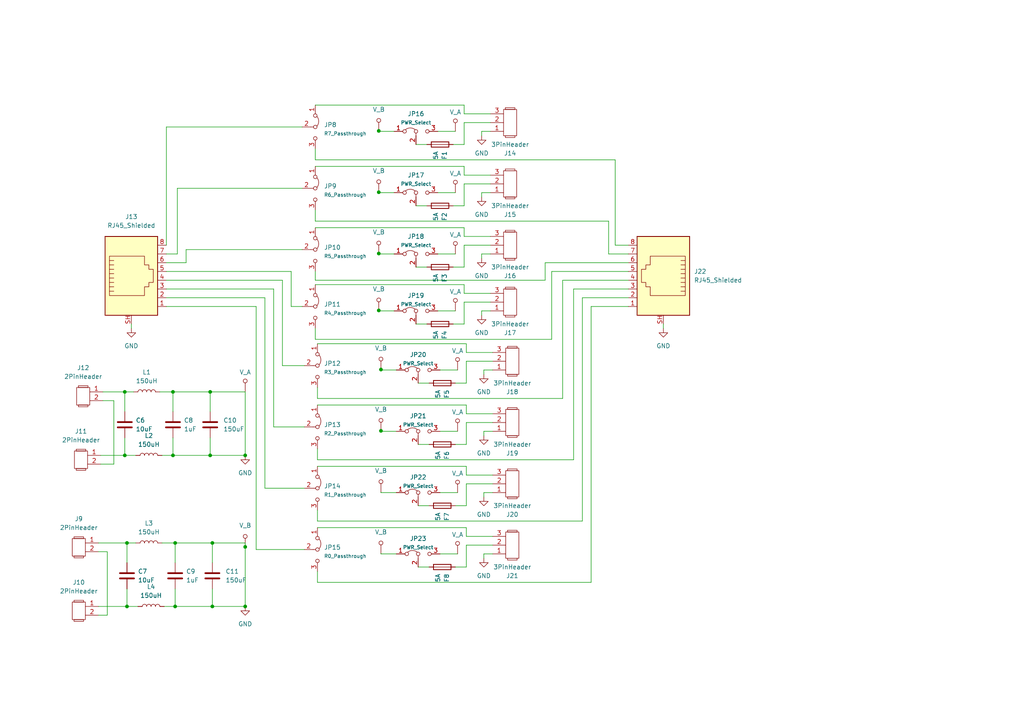
<source format=kicad_sch>
(kicad_sch
	(version 20231120)
	(generator "eeschema")
	(generator_version "8.0")
	(uuid "d70ac28e-6bd8-41c0-b34f-c0302334b1e5")
	(paper "A4")
	(lib_symbols
		(symbol "Connector:RJ45_Shielded"
			(pin_names
				(offset 1.016)
			)
			(exclude_from_sim no)
			(in_bom yes)
			(on_board yes)
			(property "Reference" "J"
				(at -5.08 13.97 0)
				(effects
					(font
						(size 1.27 1.27)
					)
					(justify right)
				)
			)
			(property "Value" "RJ45_Shielded"
				(at 2.54 13.97 0)
				(effects
					(font
						(size 1.27 1.27)
					)
					(justify left)
				)
			)
			(property "Footprint" ""
				(at 0 0.635 90)
				(effects
					(font
						(size 1.27 1.27)
					)
					(hide yes)
				)
			)
			(property "Datasheet" "~"
				(at 0 0.635 90)
				(effects
					(font
						(size 1.27 1.27)
					)
					(hide yes)
				)
			)
			(property "Description" "RJ connector, 8P8C (8 positions 8 connected), Shielded"
				(at 0 0 0)
				(effects
					(font
						(size 1.27 1.27)
					)
					(hide yes)
				)
			)
			(property "ki_keywords" "8P8C RJ female connector"
				(at 0 0 0)
				(effects
					(font
						(size 1.27 1.27)
					)
					(hide yes)
				)
			)
			(property "ki_fp_filters" "8P8C* RJ31* RJ32* RJ33* RJ34* RJ35* RJ41* RJ45* RJ49* RJ61*"
				(at 0 0 0)
				(effects
					(font
						(size 1.27 1.27)
					)
					(hide yes)
				)
			)
			(symbol "RJ45_Shielded_0_1"
				(polyline
					(pts
						(xy -5.08 4.445) (xy -6.35 4.445)
					)
					(stroke
						(width 0)
						(type default)
					)
					(fill
						(type none)
					)
				)
				(polyline
					(pts
						(xy -5.08 5.715) (xy -6.35 5.715)
					)
					(stroke
						(width 0)
						(type default)
					)
					(fill
						(type none)
					)
				)
				(polyline
					(pts
						(xy -6.35 -3.175) (xy -5.08 -3.175) (xy -5.08 -3.175)
					)
					(stroke
						(width 0)
						(type default)
					)
					(fill
						(type none)
					)
				)
				(polyline
					(pts
						(xy -6.35 -1.905) (xy -5.08 -1.905) (xy -5.08 -1.905)
					)
					(stroke
						(width 0)
						(type default)
					)
					(fill
						(type none)
					)
				)
				(polyline
					(pts
						(xy -6.35 -0.635) (xy -5.08 -0.635) (xy -5.08 -0.635)
					)
					(stroke
						(width 0)
						(type default)
					)
					(fill
						(type none)
					)
				)
				(polyline
					(pts
						(xy -6.35 0.635) (xy -5.08 0.635) (xy -5.08 0.635)
					)
					(stroke
						(width 0)
						(type default)
					)
					(fill
						(type none)
					)
				)
				(polyline
					(pts
						(xy -6.35 1.905) (xy -5.08 1.905) (xy -5.08 1.905)
					)
					(stroke
						(width 0)
						(type default)
					)
					(fill
						(type none)
					)
				)
				(polyline
					(pts
						(xy -5.08 3.175) (xy -6.35 3.175) (xy -6.35 3.175)
					)
					(stroke
						(width 0)
						(type default)
					)
					(fill
						(type none)
					)
				)
				(polyline
					(pts
						(xy -6.35 -4.445) (xy -6.35 6.985) (xy 3.81 6.985) (xy 3.81 4.445) (xy 5.08 4.445) (xy 5.08 3.175)
						(xy 6.35 3.175) (xy 6.35 -0.635) (xy 5.08 -0.635) (xy 5.08 -1.905) (xy 3.81 -1.905) (xy 3.81 -4.445)
						(xy -6.35 -4.445) (xy -6.35 -4.445)
					)
					(stroke
						(width 0)
						(type default)
					)
					(fill
						(type none)
					)
				)
				(rectangle
					(start 7.62 12.7)
					(end -7.62 -10.16)
					(stroke
						(width 0.254)
						(type default)
					)
					(fill
						(type background)
					)
				)
			)
			(symbol "RJ45_Shielded_1_1"
				(pin passive line
					(at 10.16 -7.62 180)
					(length 2.54)
					(name "~"
						(effects
							(font
								(size 1.27 1.27)
							)
						)
					)
					(number "1"
						(effects
							(font
								(size 1.27 1.27)
							)
						)
					)
				)
				(pin passive line
					(at 10.16 -5.08 180)
					(length 2.54)
					(name "~"
						(effects
							(font
								(size 1.27 1.27)
							)
						)
					)
					(number "2"
						(effects
							(font
								(size 1.27 1.27)
							)
						)
					)
				)
				(pin passive line
					(at 10.16 -2.54 180)
					(length 2.54)
					(name "~"
						(effects
							(font
								(size 1.27 1.27)
							)
						)
					)
					(number "3"
						(effects
							(font
								(size 1.27 1.27)
							)
						)
					)
				)
				(pin passive line
					(at 10.16 0 180)
					(length 2.54)
					(name "~"
						(effects
							(font
								(size 1.27 1.27)
							)
						)
					)
					(number "4"
						(effects
							(font
								(size 1.27 1.27)
							)
						)
					)
				)
				(pin passive line
					(at 10.16 2.54 180)
					(length 2.54)
					(name "~"
						(effects
							(font
								(size 1.27 1.27)
							)
						)
					)
					(number "5"
						(effects
							(font
								(size 1.27 1.27)
							)
						)
					)
				)
				(pin passive line
					(at 10.16 5.08 180)
					(length 2.54)
					(name "~"
						(effects
							(font
								(size 1.27 1.27)
							)
						)
					)
					(number "6"
						(effects
							(font
								(size 1.27 1.27)
							)
						)
					)
				)
				(pin passive line
					(at 10.16 7.62 180)
					(length 2.54)
					(name "~"
						(effects
							(font
								(size 1.27 1.27)
							)
						)
					)
					(number "7"
						(effects
							(font
								(size 1.27 1.27)
							)
						)
					)
				)
				(pin passive line
					(at 10.16 10.16 180)
					(length 2.54)
					(name "~"
						(effects
							(font
								(size 1.27 1.27)
							)
						)
					)
					(number "8"
						(effects
							(font
								(size 1.27 1.27)
							)
						)
					)
				)
				(pin passive line
					(at 0 -12.7 90)
					(length 2.54)
					(name "~"
						(effects
							(font
								(size 1.27 1.27)
							)
						)
					)
					(number "SH"
						(effects
							(font
								(size 1.27 1.27)
							)
						)
					)
				)
			)
		)
		(symbol "Custom Components:2PinHeader"
			(exclude_from_sim no)
			(in_bom yes)
			(on_board yes)
			(property "Reference" "J"
				(at -2.286 -1.27 0)
				(effects
					(font
						(size 1.27 1.27)
					)
				)
			)
			(property "Value" "2PinHeader"
				(at -1.778 -3.048 0)
				(effects
					(font
						(size 1.27 1.27)
					)
				)
			)
			(property "Footprint" ""
				(at 0 0 0)
				(effects
					(font
						(size 1.27 1.27)
					)
					(hide yes)
				)
			)
			(property "Datasheet" ""
				(at 0 0 0)
				(effects
					(font
						(size 1.27 1.27)
					)
					(hide yes)
				)
			)
			(property "Description" ""
				(at 0 0 0)
				(effects
					(font
						(size 1.27 1.27)
					)
					(hide yes)
				)
			)
			(symbol "2PinHeader_0_1"
				(rectangle
					(start -3.81 -5.08)
					(end 0 -10.16)
					(stroke
						(width 0)
						(type default)
					)
					(fill
						(type none)
					)
				)
				(rectangle
					(start -3.302 -10.16)
					(end -0.508 -10.668)
					(stroke
						(width 0)
						(type default)
					)
					(fill
						(type none)
					)
				)
				(rectangle
					(start -3.302 -4.572)
					(end -0.508 -5.08)
					(stroke
						(width 0)
						(type default)
					)
					(fill
						(type none)
					)
				)
			)
			(symbol "2PinHeader_1_1"
				(pin bidirectional line
					(at 3.81 -6.35 180)
					(length 3.81)
					(name "~"
						(effects
							(font
								(size 1.27 1.27)
							)
						)
					)
					(number "1"
						(effects
							(font
								(size 1.27 1.27)
							)
						)
					)
				)
				(pin bidirectional line
					(at 3.81 -8.89 180)
					(length 3.81)
					(name "~"
						(effects
							(font
								(size 1.27 1.27)
							)
						)
					)
					(number "2"
						(effects
							(font
								(size 1.27 1.27)
							)
						)
					)
				)
			)
		)
		(symbol "Custom Components:3PinHeader"
			(exclude_from_sim no)
			(in_bom yes)
			(on_board yes)
			(property "Reference" "J"
				(at -2.032 -1.524 0)
				(effects
					(font
						(size 1.27 1.27)
					)
				)
			)
			(property "Value" "3PinHeader"
				(at -1.27 -3.302 0)
				(effects
					(font
						(size 1.27 1.27)
					)
				)
			)
			(property "Footprint" ""
				(at 0 -1.27 0)
				(effects
					(font
						(size 1.27 1.27)
					)
					(hide yes)
				)
			)
			(property "Datasheet" ""
				(at 0 -1.27 0)
				(effects
					(font
						(size 1.27 1.27)
					)
					(hide yes)
				)
			)
			(property "Description" ""
				(at 0 0 0)
				(effects
					(font
						(size 1.27 1.27)
					)
					(hide yes)
				)
			)
			(symbol "3PinHeader_0_1"
				(rectangle
					(start -3.81 -5.08)
					(end 0 -12.7)
					(stroke
						(width 0)
						(type default)
					)
					(fill
						(type none)
					)
				)
				(rectangle
					(start -3.302 -12.7)
					(end -0.508 -13.208)
					(stroke
						(width 0)
						(type default)
					)
					(fill
						(type none)
					)
				)
				(rectangle
					(start -3.302 -4.572)
					(end -0.508 -5.08)
					(stroke
						(width 0)
						(type default)
					)
					(fill
						(type none)
					)
				)
			)
			(symbol "3PinHeader_1_1"
				(pin bidirectional line
					(at 3.81 -6.35 180)
					(length 3.81)
					(name "~"
						(effects
							(font
								(size 1.27 1.27)
							)
						)
					)
					(number "1"
						(effects
							(font
								(size 1.27 1.27)
							)
						)
					)
				)
				(pin bidirectional line
					(at 3.81 -8.89 180)
					(length 3.81)
					(name "~"
						(effects
							(font
								(size 1.27 1.27)
							)
						)
					)
					(number "2"
						(effects
							(font
								(size 1.27 1.27)
							)
						)
					)
				)
				(pin bidirectional line
					(at 3.81 -11.43 180)
					(length 3.81)
					(name "~"
						(effects
							(font
								(size 1.27 1.27)
							)
						)
					)
					(number "3"
						(effects
							(font
								(size 1.27 1.27)
							)
						)
					)
				)
			)
		)
		(symbol "Device:C"
			(pin_numbers hide)
			(pin_names
				(offset 0.254)
			)
			(exclude_from_sim no)
			(in_bom yes)
			(on_board yes)
			(property "Reference" "C"
				(at 0.635 2.54 0)
				(effects
					(font
						(size 1.27 1.27)
					)
					(justify left)
				)
			)
			(property "Value" "C"
				(at 0.635 -2.54 0)
				(effects
					(font
						(size 1.27 1.27)
					)
					(justify left)
				)
			)
			(property "Footprint" ""
				(at 0.9652 -3.81 0)
				(effects
					(font
						(size 1.27 1.27)
					)
					(hide yes)
				)
			)
			(property "Datasheet" "~"
				(at 0 0 0)
				(effects
					(font
						(size 1.27 1.27)
					)
					(hide yes)
				)
			)
			(property "Description" "Unpolarized capacitor"
				(at 0 0 0)
				(effects
					(font
						(size 1.27 1.27)
					)
					(hide yes)
				)
			)
			(property "ki_keywords" "cap capacitor"
				(at 0 0 0)
				(effects
					(font
						(size 1.27 1.27)
					)
					(hide yes)
				)
			)
			(property "ki_fp_filters" "C_*"
				(at 0 0 0)
				(effects
					(font
						(size 1.27 1.27)
					)
					(hide yes)
				)
			)
			(symbol "C_0_1"
				(polyline
					(pts
						(xy -2.032 -0.762) (xy 2.032 -0.762)
					)
					(stroke
						(width 0.508)
						(type default)
					)
					(fill
						(type none)
					)
				)
				(polyline
					(pts
						(xy -2.032 0.762) (xy 2.032 0.762)
					)
					(stroke
						(width 0.508)
						(type default)
					)
					(fill
						(type none)
					)
				)
			)
			(symbol "C_1_1"
				(pin passive line
					(at 0 3.81 270)
					(length 2.794)
					(name "~"
						(effects
							(font
								(size 1.27 1.27)
							)
						)
					)
					(number "1"
						(effects
							(font
								(size 1.27 1.27)
							)
						)
					)
				)
				(pin passive line
					(at 0 -3.81 90)
					(length 2.794)
					(name "~"
						(effects
							(font
								(size 1.27 1.27)
							)
						)
					)
					(number "2"
						(effects
							(font
								(size 1.27 1.27)
							)
						)
					)
				)
			)
		)
		(symbol "Device:Fuse"
			(pin_numbers hide)
			(pin_names
				(offset 0)
			)
			(exclude_from_sim no)
			(in_bom yes)
			(on_board yes)
			(property "Reference" "F"
				(at 2.032 0 90)
				(effects
					(font
						(size 1.27 1.27)
					)
				)
			)
			(property "Value" "Fuse"
				(at -1.905 0 90)
				(effects
					(font
						(size 1.27 1.27)
					)
				)
			)
			(property "Footprint" ""
				(at -1.778 0 90)
				(effects
					(font
						(size 1.27 1.27)
					)
					(hide yes)
				)
			)
			(property "Datasheet" "~"
				(at 0 0 0)
				(effects
					(font
						(size 1.27 1.27)
					)
					(hide yes)
				)
			)
			(property "Description" "Fuse"
				(at 0 0 0)
				(effects
					(font
						(size 1.27 1.27)
					)
					(hide yes)
				)
			)
			(property "ki_keywords" "fuse"
				(at 0 0 0)
				(effects
					(font
						(size 1.27 1.27)
					)
					(hide yes)
				)
			)
			(property "ki_fp_filters" "*Fuse*"
				(at 0 0 0)
				(effects
					(font
						(size 1.27 1.27)
					)
					(hide yes)
				)
			)
			(symbol "Fuse_0_1"
				(rectangle
					(start -0.762 -2.54)
					(end 0.762 2.54)
					(stroke
						(width 0.254)
						(type default)
					)
					(fill
						(type none)
					)
				)
				(polyline
					(pts
						(xy 0 2.54) (xy 0 -2.54)
					)
					(stroke
						(width 0)
						(type default)
					)
					(fill
						(type none)
					)
				)
			)
			(symbol "Fuse_1_1"
				(pin passive line
					(at 0 3.81 270)
					(length 1.27)
					(name "~"
						(effects
							(font
								(size 1.27 1.27)
							)
						)
					)
					(number "1"
						(effects
							(font
								(size 1.27 1.27)
							)
						)
					)
				)
				(pin passive line
					(at 0 -3.81 90)
					(length 1.27)
					(name "~"
						(effects
							(font
								(size 1.27 1.27)
							)
						)
					)
					(number "2"
						(effects
							(font
								(size 1.27 1.27)
							)
						)
					)
				)
			)
		)
		(symbol "Device:L"
			(pin_numbers hide)
			(pin_names
				(offset 1.016) hide)
			(exclude_from_sim no)
			(in_bom yes)
			(on_board yes)
			(property "Reference" "L"
				(at -1.27 0 90)
				(effects
					(font
						(size 1.27 1.27)
					)
				)
			)
			(property "Value" "L"
				(at 1.905 0 90)
				(effects
					(font
						(size 1.27 1.27)
					)
				)
			)
			(property "Footprint" ""
				(at 0 0 0)
				(effects
					(font
						(size 1.27 1.27)
					)
					(hide yes)
				)
			)
			(property "Datasheet" "~"
				(at 0 0 0)
				(effects
					(font
						(size 1.27 1.27)
					)
					(hide yes)
				)
			)
			(property "Description" "Inductor"
				(at 0 0 0)
				(effects
					(font
						(size 1.27 1.27)
					)
					(hide yes)
				)
			)
			(property "ki_keywords" "inductor choke coil reactor magnetic"
				(at 0 0 0)
				(effects
					(font
						(size 1.27 1.27)
					)
					(hide yes)
				)
			)
			(property "ki_fp_filters" "Choke_* *Coil* Inductor_* L_*"
				(at 0 0 0)
				(effects
					(font
						(size 1.27 1.27)
					)
					(hide yes)
				)
			)
			(symbol "L_0_1"
				(arc
					(start 0 -2.54)
					(mid 0.6323 -1.905)
					(end 0 -1.27)
					(stroke
						(width 0)
						(type default)
					)
					(fill
						(type none)
					)
				)
				(arc
					(start 0 -1.27)
					(mid 0.6323 -0.635)
					(end 0 0)
					(stroke
						(width 0)
						(type default)
					)
					(fill
						(type none)
					)
				)
				(arc
					(start 0 0)
					(mid 0.6323 0.635)
					(end 0 1.27)
					(stroke
						(width 0)
						(type default)
					)
					(fill
						(type none)
					)
				)
				(arc
					(start 0 1.27)
					(mid 0.6323 1.905)
					(end 0 2.54)
					(stroke
						(width 0)
						(type default)
					)
					(fill
						(type none)
					)
				)
			)
			(symbol "L_1_1"
				(pin passive line
					(at 0 3.81 270)
					(length 1.27)
					(name "1"
						(effects
							(font
								(size 1.27 1.27)
							)
						)
					)
					(number "1"
						(effects
							(font
								(size 1.27 1.27)
							)
						)
					)
				)
				(pin passive line
					(at 0 -3.81 90)
					(length 1.27)
					(name "2"
						(effects
							(font
								(size 1.27 1.27)
							)
						)
					)
					(number "2"
						(effects
							(font
								(size 1.27 1.27)
							)
						)
					)
				)
			)
		)
		(symbol "Jumper:Jumper_3_Bridged12"
			(pin_names
				(offset 0) hide)
			(exclude_from_sim no)
			(in_bom yes)
			(on_board yes)
			(property "Reference" "JP"
				(at -2.54 -2.54 0)
				(effects
					(font
						(size 1.27 1.27)
					)
				)
			)
			(property "Value" "Jumper_3_Bridged12"
				(at 0 2.794 0)
				(effects
					(font
						(size 1.27 1.27)
					)
				)
			)
			(property "Footprint" ""
				(at 0 0 0)
				(effects
					(font
						(size 1.27 1.27)
					)
					(hide yes)
				)
			)
			(property "Datasheet" "~"
				(at 0 0 0)
				(effects
					(font
						(size 1.27 1.27)
					)
					(hide yes)
				)
			)
			(property "Description" "Jumper, 3-pole, pins 1+2 closed/bridged"
				(at 0 0 0)
				(effects
					(font
						(size 1.27 1.27)
					)
					(hide yes)
				)
			)
			(property "ki_keywords" "Jumper SPDT"
				(at 0 0 0)
				(effects
					(font
						(size 1.27 1.27)
					)
					(hide yes)
				)
			)
			(property "ki_fp_filters" "Jumper* TestPoint*3Pads* TestPoint*Bridge*"
				(at 0 0 0)
				(effects
					(font
						(size 1.27 1.27)
					)
					(hide yes)
				)
			)
			(symbol "Jumper_3_Bridged12_0_0"
				(circle
					(center -3.302 0)
					(radius 0.508)
					(stroke
						(width 0)
						(type default)
					)
					(fill
						(type none)
					)
				)
				(circle
					(center 0 0)
					(radius 0.508)
					(stroke
						(width 0)
						(type default)
					)
					(fill
						(type none)
					)
				)
				(circle
					(center 3.302 0)
					(radius 0.508)
					(stroke
						(width 0)
						(type default)
					)
					(fill
						(type none)
					)
				)
			)
			(symbol "Jumper_3_Bridged12_0_1"
				(arc
					(start -0.254 0.508)
					(mid -1.651 0.9912)
					(end -3.048 0.508)
					(stroke
						(width 0)
						(type default)
					)
					(fill
						(type none)
					)
				)
				(polyline
					(pts
						(xy 0 -1.27) (xy 0 -0.508)
					)
					(stroke
						(width 0)
						(type default)
					)
					(fill
						(type none)
					)
				)
			)
			(symbol "Jumper_3_Bridged12_1_1"
				(pin passive line
					(at -6.35 0 0)
					(length 2.54)
					(name "A"
						(effects
							(font
								(size 1.27 1.27)
							)
						)
					)
					(number "1"
						(effects
							(font
								(size 1.27 1.27)
							)
						)
					)
				)
				(pin passive line
					(at 0 -3.81 90)
					(length 2.54)
					(name "C"
						(effects
							(font
								(size 1.27 1.27)
							)
						)
					)
					(number "2"
						(effects
							(font
								(size 1.27 1.27)
							)
						)
					)
				)
				(pin passive line
					(at 6.35 0 180)
					(length 2.54)
					(name "B"
						(effects
							(font
								(size 1.27 1.27)
							)
						)
					)
					(number "3"
						(effects
							(font
								(size 1.27 1.27)
							)
						)
					)
				)
			)
		)
		(symbol "Power_symbols:V_A"
			(power)
			(exclude_from_sim no)
			(in_bom no)
			(on_board no)
			(property "Reference" "#PWR"
				(at 0 3.048 0)
				(effects
					(font
						(size 1.27 1.27)
					)
					(hide yes)
				)
			)
			(property "Value" "V_A"
				(at 0 3.048 0)
				(effects
					(font
						(size 1.27 1.27)
					)
				)
			)
			(property "Footprint" ""
				(at 0 3.048 0)
				(effects
					(font
						(size 1.27 1.27)
					)
					(hide yes)
				)
			)
			(property "Datasheet" ""
				(at 0 3.048 0)
				(effects
					(font
						(size 1.27 1.27)
					)
					(hide yes)
				)
			)
			(property "Description" ""
				(at 0 0 0)
				(effects
					(font
						(size 1.27 1.27)
					)
					(hide yes)
				)
			)
			(symbol "V_A_0_1"
				(circle
					(center 0 1.27)
					(radius 0.568)
					(stroke
						(width 0)
						(type default)
					)
					(fill
						(type none)
					)
				)
			)
			(symbol "V_A_1_1"
				(pin power_out line
					(at 0 -1.778 90)
					(length 2.54)
					(name ""
						(effects
							(font
								(size 1.27 1.27)
							)
						)
					)
					(number ""
						(effects
							(font
								(size 1.27 1.27)
							)
						)
					)
				)
			)
		)
		(symbol "Power_symbols:V_B"
			(power)
			(exclude_from_sim no)
			(in_bom no)
			(on_board no)
			(property "Reference" "#PWR021"
				(at 0.254 1.778 0)
				(effects
					(font
						(size 1.27 1.27)
					)
					(hide yes)
				)
			)
			(property "Value" "V_B"
				(at 0 2.54 0)
				(effects
					(font
						(size 1.27 1.27)
					)
				)
			)
			(property "Footprint" ""
				(at 0.254 1.778 0)
				(effects
					(font
						(size 1.27 1.27)
					)
					(hide yes)
				)
			)
			(property "Datasheet" ""
				(at 0.254 1.778 0)
				(effects
					(font
						(size 1.27 1.27)
					)
					(hide yes)
				)
			)
			(property "Description" ""
				(at 0 0 0)
				(effects
					(font
						(size 1.27 1.27)
					)
					(hide yes)
				)
			)
			(symbol "V_B_0_1"
				(circle
					(center 0 0)
					(radius 0.568)
					(stroke
						(width 0)
						(type default)
					)
					(fill
						(type none)
					)
				)
			)
			(symbol "V_B_1_1"
				(pin power_out line
					(at 0 -3.048 90)
					(length 2.54)
					(name ""
						(effects
							(font
								(size 1.27 1.27)
							)
						)
					)
					(number ""
						(effects
							(font
								(size 1.27 1.27)
							)
						)
					)
				)
			)
		)
		(symbol "power:GND"
			(power)
			(pin_names
				(offset 0)
			)
			(exclude_from_sim no)
			(in_bom yes)
			(on_board yes)
			(property "Reference" "#PWR"
				(at 0 -6.35 0)
				(effects
					(font
						(size 1.27 1.27)
					)
					(hide yes)
				)
			)
			(property "Value" "GND"
				(at 0 -3.81 0)
				(effects
					(font
						(size 1.27 1.27)
					)
				)
			)
			(property "Footprint" ""
				(at 0 0 0)
				(effects
					(font
						(size 1.27 1.27)
					)
					(hide yes)
				)
			)
			(property "Datasheet" ""
				(at 0 0 0)
				(effects
					(font
						(size 1.27 1.27)
					)
					(hide yes)
				)
			)
			(property "Description" "Power symbol creates a global label with name \"GND\" , ground"
				(at 0 0 0)
				(effects
					(font
						(size 1.27 1.27)
					)
					(hide yes)
				)
			)
			(property "ki_keywords" "power-flag"
				(at 0 0 0)
				(effects
					(font
						(size 1.27 1.27)
					)
					(hide yes)
				)
			)
			(symbol "GND_0_1"
				(polyline
					(pts
						(xy 0 0) (xy 0 -1.27) (xy 1.27 -1.27) (xy 0 -2.54) (xy -1.27 -1.27) (xy 0 -1.27)
					)
					(stroke
						(width 0)
						(type default)
					)
					(fill
						(type none)
					)
				)
			)
			(symbol "GND_1_1"
				(pin power_in line
					(at 0 0 270)
					(length 0) hide
					(name "GND"
						(effects
							(font
								(size 1.27 1.27)
							)
						)
					)
					(number "1"
						(effects
							(font
								(size 1.27 1.27)
							)
						)
					)
				)
			)
		)
	)
	(junction
		(at 110.49 124.968)
		(diameter 0)
		(color 0 0 0 0)
		(uuid "0bea9ad3-9f7a-4585-aaa4-f7f6ca454448")
	)
	(junction
		(at 36.195 132.08)
		(diameter 0)
		(color 0 0 0 0)
		(uuid "23173c63-0f38-4338-bad5-b80122c6b41c")
	)
	(junction
		(at 36.195 113.665)
		(diameter 0)
		(color 0 0 0 0)
		(uuid "32bd32ac-3e83-44cd-a3fb-28dd58cbc40f")
	)
	(junction
		(at 50.8 157.48)
		(diameter 0)
		(color 0 0 0 0)
		(uuid "3a96f114-92f4-4016-8b74-7b4bdef4cd21")
	)
	(junction
		(at 50.165 132.08)
		(diameter 0)
		(color 0 0 0 0)
		(uuid "46757834-fb99-4eb7-97a0-788eba549981")
	)
	(junction
		(at 110.49 107.188)
		(diameter 0)
		(color 0 0 0 0)
		(uuid "545c2510-703b-4047-a58f-26780a554de1")
	)
	(junction
		(at 60.96 132.08)
		(diameter 0)
		(color 0 0 0 0)
		(uuid "5543b9d2-e9ef-4fff-951a-a7ac213bd68d")
	)
	(junction
		(at 109.855 90.043)
		(diameter 0)
		(color 0 0 0 0)
		(uuid "70509a2c-f409-449d-bb99-d0765f8936ee")
	)
	(junction
		(at 60.96 113.665)
		(diameter 0)
		(color 0 0 0 0)
		(uuid "7b2e0894-153c-47b6-aacb-dfe0b9909ce9")
	)
	(junction
		(at 109.855 37.973)
		(diameter 0)
		(color 0 0 0 0)
		(uuid "7b71d456-9190-4cc0-8da9-2dce4b1eb156")
	)
	(junction
		(at 50.8 175.895)
		(diameter 0)
		(color 0 0 0 0)
		(uuid "85962cd9-1a8f-407c-8908-915c99d32491")
	)
	(junction
		(at 61.595 175.895)
		(diameter 0)
		(color 0 0 0 0)
		(uuid "8de6b56b-7a63-470a-94a4-065eb4d27198")
	)
	(junction
		(at 71.12 175.895)
		(diameter 0)
		(color 0 0 0 0)
		(uuid "8ea8b309-5687-4811-955b-10000b381d6e")
	)
	(junction
		(at 109.855 73.533)
		(diameter 0)
		(color 0 0 0 0)
		(uuid "913b3f74-94f8-45dc-8d8e-88dfd5f36128")
	)
	(junction
		(at 36.83 157.48)
		(diameter 0)
		(color 0 0 0 0)
		(uuid "96e6efc2-701c-41b2-9bb2-db634651c022")
	)
	(junction
		(at 61.595 157.48)
		(diameter 0)
		(color 0 0 0 0)
		(uuid "ab1fb03d-9464-4a55-93ab-73df85dc83bd")
	)
	(junction
		(at 36.83 175.895)
		(diameter 0)
		(color 0 0 0 0)
		(uuid "b53cef02-ae64-491c-9c31-f24cb0719558")
	)
	(junction
		(at 50.165 113.665)
		(diameter 0)
		(color 0 0 0 0)
		(uuid "c152fa3e-1b01-41ca-8f8d-1ec0f93bb668")
	)
	(junction
		(at 71.12 132.08)
		(diameter 0)
		(color 0 0 0 0)
		(uuid "dba21963-2fdf-4ee6-8ee4-c5202445dd4a")
	)
	(junction
		(at 71.12 158.623)
		(diameter 0)
		(color 0 0 0 0)
		(uuid "f569d8f4-fa3e-410d-807f-53ca3645f4ae")
	)
	(junction
		(at 109.855 55.753)
		(diameter 0)
		(color 0 0 0 0)
		(uuid "ffc0c70a-37dd-4476-a076-947fa5dbac32")
	)
	(wire
		(pts
			(xy 110.49 107.315) (xy 114.935 107.315)
		)
		(stroke
			(width 0)
			(type default)
		)
		(uuid "0131a345-a3cb-4636-a92f-a9079f35d716")
	)
	(wire
		(pts
			(xy 160.02 98.425) (xy 160.02 78.74)
		)
		(stroke
			(width 0)
			(type default)
		)
		(uuid "06140fa5-5dbe-4d35-96ff-5032e9e69a68")
	)
	(wire
		(pts
			(xy 142.875 140.335) (xy 135.255 140.335)
		)
		(stroke
			(width 0)
			(type default)
		)
		(uuid "067441ac-fe81-4231-bc92-c1f7ad45638e")
	)
	(wire
		(pts
			(xy 109.855 90.043) (xy 109.855 90.17)
		)
		(stroke
			(width 0)
			(type default)
		)
		(uuid "083d7300-9d03-43fa-8673-aaa7e857ba6b")
	)
	(wire
		(pts
			(xy 182.245 71.12) (xy 178.435 71.12)
		)
		(stroke
			(width 0)
			(type default)
		)
		(uuid "08adc883-d977-43f2-992f-2ebba156db1e")
	)
	(wire
		(pts
			(xy 40.005 175.895) (xy 36.83 175.895)
		)
		(stroke
			(width 0)
			(type default)
		)
		(uuid "0a06764f-5351-4e66-afea-6c1cb67944a4")
	)
	(wire
		(pts
			(xy 171.45 168.91) (xy 171.45 88.9)
		)
		(stroke
			(width 0)
			(type default)
		)
		(uuid "0d44edc3-a3b8-44f7-8a3b-7a98e31bcc53")
	)
	(wire
		(pts
			(xy 142.875 122.555) (xy 135.255 122.555)
		)
		(stroke
			(width 0)
			(type default)
		)
		(uuid "0e6df7d1-bd7f-4a5b-824c-05d1fe0f6d3c")
	)
	(wire
		(pts
			(xy 36.83 170.815) (xy 36.83 175.895)
		)
		(stroke
			(width 0)
			(type default)
		)
		(uuid "0fefc9c3-b1f8-4a4d-9e08-3fc9cec3dec8")
	)
	(wire
		(pts
			(xy 92.075 153.035) (xy 135.255 153.035)
		)
		(stroke
			(width 0)
			(type default)
		)
		(uuid "113f55db-84be-4cc9-a7f5-1a068dd6d150")
	)
	(wire
		(pts
			(xy 92.075 168.91) (xy 171.45 168.91)
		)
		(stroke
			(width 0)
			(type default)
		)
		(uuid "11673b9b-75b9-4752-bd35-0e5ff6216fa6")
	)
	(wire
		(pts
			(xy 132.08 164.465) (xy 135.255 164.465)
		)
		(stroke
			(width 0)
			(type default)
		)
		(uuid "12d74f38-1248-4332-a724-514749081508")
	)
	(wire
		(pts
			(xy 60.96 113.665) (xy 60.96 119.38)
		)
		(stroke
			(width 0)
			(type default)
		)
		(uuid "140f7ed8-b955-4336-9883-e197e2449dfd")
	)
	(wire
		(pts
			(xy 166.37 133.35) (xy 166.37 83.82)
		)
		(stroke
			(width 0)
			(type default)
		)
		(uuid "150321c0-5cfb-4a87-a96c-15d4d787b7be")
	)
	(wire
		(pts
			(xy 134.62 35.56) (xy 134.62 41.91)
		)
		(stroke
			(width 0)
			(type default)
		)
		(uuid "189b9a98-e45a-40b8-9c53-84d5657cb787")
	)
	(wire
		(pts
			(xy 91.44 82.55) (xy 134.62 82.55)
		)
		(stroke
			(width 0)
			(type default)
		)
		(uuid "19ca5a6c-79a8-42dc-b3cb-e89dfac61762")
	)
	(wire
		(pts
			(xy 110.49 124.968) (xy 110.49 125.095)
		)
		(stroke
			(width 0)
			(type default)
		)
		(uuid "1b71493e-a595-4413-a89d-f9d044fbf486")
	)
	(wire
		(pts
			(xy 92.075 151.13) (xy 92.075 147.955)
		)
		(stroke
			(width 0)
			(type default)
		)
		(uuid "1cd92fca-c12f-48fa-b5ab-20cde1016481")
	)
	(wire
		(pts
			(xy 38.1 93.98) (xy 38.1 95.25)
		)
		(stroke
			(width 0)
			(type default)
		)
		(uuid "1f151d72-1afb-411c-aed6-734cc1b9cb52")
	)
	(wire
		(pts
			(xy 135.255 104.775) (xy 135.255 111.125)
		)
		(stroke
			(width 0)
			(type default)
		)
		(uuid "222f4002-03b9-48f7-9588-d73cf0ed742f")
	)
	(wire
		(pts
			(xy 135.255 117.475) (xy 135.255 120.015)
		)
		(stroke
			(width 0)
			(type default)
		)
		(uuid "231aecb7-7111-4be8-9562-00b437a5b813")
	)
	(wire
		(pts
			(xy 127 73.66) (xy 132.08 73.66)
		)
		(stroke
			(width 0)
			(type default)
		)
		(uuid "23e088a9-4452-48fc-95d5-f6b8727ddfb9")
	)
	(wire
		(pts
			(xy 120.65 59.69) (xy 123.825 59.69)
		)
		(stroke
			(width 0)
			(type default)
		)
		(uuid "24b9e3c8-ecdd-48f0-9a05-3e1161a2f6fe")
	)
	(wire
		(pts
			(xy 92.075 151.13) (xy 168.91 151.13)
		)
		(stroke
			(width 0)
			(type default)
		)
		(uuid "24d245a5-7070-4c0d-b07f-04a275df816a")
	)
	(wire
		(pts
			(xy 121.285 164.465) (xy 124.46 164.465)
		)
		(stroke
			(width 0)
			(type default)
		)
		(uuid "286f1e5a-d091-4f79-8451-b1e9f01c9a4d")
	)
	(wire
		(pts
			(xy 48.26 86.36) (xy 76.835 86.36)
		)
		(stroke
			(width 0)
			(type default)
		)
		(uuid "29b24e0f-0ccc-489f-88f6-f7b42bb2d5f8")
	)
	(wire
		(pts
			(xy 29.845 116.205) (xy 33.02 116.205)
		)
		(stroke
			(width 0)
			(type default)
		)
		(uuid "2a831562-7fbe-416b-a021-b776a3cef613")
	)
	(wire
		(pts
			(xy 36.195 113.665) (xy 38.735 113.665)
		)
		(stroke
			(width 0)
			(type default)
		)
		(uuid "2af10f69-ca06-4859-96c5-4e7c3a8b559d")
	)
	(wire
		(pts
			(xy 140.335 161.925) (xy 140.335 160.655)
		)
		(stroke
			(width 0)
			(type default)
		)
		(uuid "2b1f06fe-f28e-4276-9165-f33172aa186f")
	)
	(wire
		(pts
			(xy 33.02 134.62) (xy 29.21 134.62)
		)
		(stroke
			(width 0)
			(type default)
		)
		(uuid "2b7f5c47-1668-426e-9758-394ab62ab929")
	)
	(wire
		(pts
			(xy 50.165 113.665) (xy 60.96 113.665)
		)
		(stroke
			(width 0)
			(type default)
		)
		(uuid "2c50e78b-2db1-4ce8-832f-fa1ca0d46724")
	)
	(wire
		(pts
			(xy 140.335 107.315) (xy 142.875 107.315)
		)
		(stroke
			(width 0)
			(type default)
		)
		(uuid "2c7ee88b-5d23-49e4-a1c0-6bed607f7dd6")
	)
	(wire
		(pts
			(xy 71.12 175.895) (xy 61.595 175.895)
		)
		(stroke
			(width 0)
			(type default)
		)
		(uuid "2d28f995-bc23-49b3-8008-d22110fbbbdd")
	)
	(wire
		(pts
			(xy 127 55.88) (xy 132.08 55.88)
		)
		(stroke
			(width 0)
			(type default)
		)
		(uuid "2f142ce5-c49f-455c-87be-5e5dad3009df")
	)
	(wire
		(pts
			(xy 109.855 89.535) (xy 109.855 90.043)
		)
		(stroke
			(width 0)
			(type default)
		)
		(uuid "3a99a047-c88f-4df4-a254-6dcf15cc8fca")
	)
	(wire
		(pts
			(xy 109.855 38.1) (xy 114.3 38.1)
		)
		(stroke
			(width 0)
			(type default)
		)
		(uuid "3af14e54-4512-423f-aabc-ce49b00d4457")
	)
	(wire
		(pts
			(xy 134.62 85.09) (xy 142.24 85.09)
		)
		(stroke
			(width 0)
			(type default)
		)
		(uuid "3b1af0d2-c967-49c8-abfe-09c16619cfc1")
	)
	(wire
		(pts
			(xy 91.44 48.26) (xy 134.62 48.26)
		)
		(stroke
			(width 0)
			(type default)
		)
		(uuid "3b3a9f4b-ad92-4302-828a-ff1091bba8df")
	)
	(wire
		(pts
			(xy 71.12 132.08) (xy 60.96 132.08)
		)
		(stroke
			(width 0)
			(type default)
		)
		(uuid "3ccd3529-1aa2-41dd-9d30-d4f8cfd9800c")
	)
	(wire
		(pts
			(xy 92.075 117.475) (xy 135.255 117.475)
		)
		(stroke
			(width 0)
			(type default)
		)
		(uuid "3d691d27-2454-4c1e-8711-cfd216d73290")
	)
	(wire
		(pts
			(xy 110.49 107.188) (xy 110.49 107.315)
		)
		(stroke
			(width 0)
			(type default)
		)
		(uuid "3fa3bbea-7820-4f2b-9c97-ad55517db4b4")
	)
	(wire
		(pts
			(xy 91.44 66.04) (xy 134.62 66.04)
		)
		(stroke
			(width 0)
			(type default)
		)
		(uuid "40ddd200-1887-49bc-a497-551463790a0b")
	)
	(wire
		(pts
			(xy 139.7 39.37) (xy 139.7 38.1)
		)
		(stroke
			(width 0)
			(type default)
		)
		(uuid "420580aa-915a-44ec-924a-a9e31a72a851")
	)
	(wire
		(pts
			(xy 140.335 108.585) (xy 140.335 107.315)
		)
		(stroke
			(width 0)
			(type default)
		)
		(uuid "4351b12f-3f1c-4362-bb31-d1239ba9d429")
	)
	(wire
		(pts
			(xy 79.375 123.825) (xy 88.265 123.825)
		)
		(stroke
			(width 0)
			(type default)
		)
		(uuid "4379c6c7-5bb2-4cb7-a8d5-41d3a402b045")
	)
	(wire
		(pts
			(xy 84.455 88.9) (xy 87.63 88.9)
		)
		(stroke
			(width 0)
			(type default)
		)
		(uuid "43c41f62-f6d8-488c-9c33-5033f1923488")
	)
	(wire
		(pts
			(xy 91.44 30.48) (xy 134.62 30.48)
		)
		(stroke
			(width 0)
			(type default)
		)
		(uuid "44e8b297-d9c5-4068-a8fd-959ce4ce6a34")
	)
	(wire
		(pts
			(xy 110.49 160.528) (xy 110.49 160.655)
		)
		(stroke
			(width 0)
			(type default)
		)
		(uuid "45cc8ef4-e987-4794-a74c-b982da1847b6")
	)
	(wire
		(pts
			(xy 178.435 46.355) (xy 91.44 46.355)
		)
		(stroke
			(width 0)
			(type default)
		)
		(uuid "46780c53-32f4-4170-ae8d-f096325eeb41")
	)
	(wire
		(pts
			(xy 110.49 160.655) (xy 114.935 160.655)
		)
		(stroke
			(width 0)
			(type default)
		)
		(uuid "4acd87f4-aefb-4c4a-a9d4-2676796ff958")
	)
	(wire
		(pts
			(xy 71.12 113.665) (xy 71.12 132.08)
		)
		(stroke
			(width 0)
			(type default)
		)
		(uuid "4b44efab-2da2-40ca-8b7a-a5c1b9785232")
	)
	(wire
		(pts
			(xy 48.26 71.12) (xy 48.26 36.83)
		)
		(stroke
			(width 0)
			(type default)
		)
		(uuid "4ba00e69-453a-40e1-83bb-86a946e1288e")
	)
	(wire
		(pts
			(xy 127.635 142.875) (xy 132.715 142.875)
		)
		(stroke
			(width 0)
			(type default)
		)
		(uuid "4ba48c56-79f4-4246-b6c0-766a6f0085e4")
	)
	(wire
		(pts
			(xy 127.635 160.655) (xy 132.715 160.655)
		)
		(stroke
			(width 0)
			(type default)
		)
		(uuid "4c679821-16dc-4827-8f7e-264a5e5bddc1")
	)
	(wire
		(pts
			(xy 168.91 151.13) (xy 168.91 86.36)
		)
		(stroke
			(width 0)
			(type default)
		)
		(uuid "4ce93217-a87d-43fe-812f-631552c3b2b6")
	)
	(wire
		(pts
			(xy 132.08 146.685) (xy 135.255 146.685)
		)
		(stroke
			(width 0)
			(type default)
		)
		(uuid "4dfb4576-b052-4b7e-8ef3-d965bea1c6ba")
	)
	(wire
		(pts
			(xy 109.855 55.245) (xy 109.855 55.753)
		)
		(stroke
			(width 0)
			(type default)
		)
		(uuid "4f028566-b26a-4aaa-839e-31677f520923")
	)
	(wire
		(pts
			(xy 61.595 175.895) (xy 50.8 175.895)
		)
		(stroke
			(width 0)
			(type default)
		)
		(uuid "4fc82f73-a6de-4890-9650-25f0c0b1c060")
	)
	(wire
		(pts
			(xy 127 90.17) (xy 132.08 90.17)
		)
		(stroke
			(width 0)
			(type default)
		)
		(uuid "5374a9e3-ca62-4509-b59f-e7c767653408")
	)
	(wire
		(pts
			(xy 109.855 73.66) (xy 114.3 73.66)
		)
		(stroke
			(width 0)
			(type default)
		)
		(uuid "551fb827-4617-4f5c-b474-75232c4e7aa3")
	)
	(wire
		(pts
			(xy 74.295 88.9) (xy 74.295 159.385)
		)
		(stroke
			(width 0)
			(type default)
		)
		(uuid "554840ad-e297-4f9d-b25a-317785f60a8d")
	)
	(wire
		(pts
			(xy 61.595 170.815) (xy 61.595 175.895)
		)
		(stroke
			(width 0)
			(type default)
		)
		(uuid "55761924-409e-43f2-aff5-ac68ffd46df7")
	)
	(wire
		(pts
			(xy 139.7 73.66) (xy 142.24 73.66)
		)
		(stroke
			(width 0)
			(type default)
		)
		(uuid "564ae225-e485-4f32-9cf1-563f69a6b01d")
	)
	(wire
		(pts
			(xy 139.7 91.44) (xy 139.7 90.17)
		)
		(stroke
			(width 0)
			(type default)
		)
		(uuid "566701db-bfe3-4aa9-9091-e9900f12cff9")
	)
	(wire
		(pts
			(xy 166.37 83.82) (xy 182.245 83.82)
		)
		(stroke
			(width 0)
			(type default)
		)
		(uuid "57f411b1-fce1-4c1a-a7a2-4041b9083a85")
	)
	(wire
		(pts
			(xy 135.255 155.575) (xy 142.875 155.575)
		)
		(stroke
			(width 0)
			(type default)
		)
		(uuid "59f3372a-0ed0-4e88-91bb-61140a80c2c4")
	)
	(wire
		(pts
			(xy 31.115 178.435) (xy 28.575 178.435)
		)
		(stroke
			(width 0)
			(type default)
		)
		(uuid "5a4f8e29-dcad-4a22-8348-c7593aba7d1e")
	)
	(wire
		(pts
			(xy 71.12 158.623) (xy 71.12 175.895)
		)
		(stroke
			(width 0)
			(type default)
		)
		(uuid "5b52fdd0-2511-4f06-883e-02311119b9f7")
	)
	(wire
		(pts
			(xy 91.44 98.425) (xy 160.02 98.425)
		)
		(stroke
			(width 0)
			(type default)
		)
		(uuid "5c181704-a385-431d-9509-a2ce398984a6")
	)
	(wire
		(pts
			(xy 110.49 142.875) (xy 114.935 142.875)
		)
		(stroke
			(width 0)
			(type default)
		)
		(uuid "5c1a763b-8483-4a66-a15f-94f48a30f123")
	)
	(wire
		(pts
			(xy 142.875 158.115) (xy 135.255 158.115)
		)
		(stroke
			(width 0)
			(type default)
		)
		(uuid "5c40253b-5e1a-4e5a-a902-771200ff0215")
	)
	(wire
		(pts
			(xy 134.62 30.48) (xy 134.62 33.02)
		)
		(stroke
			(width 0)
			(type default)
		)
		(uuid "5e8f44e4-9086-44db-8295-16d7da0ca5ce")
	)
	(wire
		(pts
			(xy 61.595 157.48) (xy 61.595 163.195)
		)
		(stroke
			(width 0)
			(type default)
		)
		(uuid "5f7bb7dd-c0fc-4be8-b07c-5c018bf289ae")
	)
	(wire
		(pts
			(xy 76.835 86.36) (xy 76.835 141.605)
		)
		(stroke
			(width 0)
			(type default)
		)
		(uuid "5fe5f232-8ec4-4286-afc4-5977e87c2e90")
	)
	(wire
		(pts
			(xy 134.62 68.58) (xy 142.24 68.58)
		)
		(stroke
			(width 0)
			(type default)
		)
		(uuid "614b8c8e-72dd-41df-a7f0-ee8c33a90f9f")
	)
	(wire
		(pts
			(xy 60.96 113.665) (xy 71.12 113.665)
		)
		(stroke
			(width 0)
			(type default)
		)
		(uuid "622f55df-286f-40f4-81e9-ed5015ddadec")
	)
	(wire
		(pts
			(xy 48.26 83.82) (xy 79.375 83.82)
		)
		(stroke
			(width 0)
			(type default)
		)
		(uuid "64ab548c-17f1-4114-9f70-b77e000a1e91")
	)
	(wire
		(pts
			(xy 171.45 88.9) (xy 182.245 88.9)
		)
		(stroke
			(width 0)
			(type default)
		)
		(uuid "64f29c5e-c08d-4fb7-95bb-d202a9fa160c")
	)
	(wire
		(pts
			(xy 139.7 57.15) (xy 139.7 55.88)
		)
		(stroke
			(width 0)
			(type default)
		)
		(uuid "6591b933-4da1-436b-a77a-bb87c4fbd35e")
	)
	(wire
		(pts
			(xy 158.115 76.2) (xy 182.245 76.2)
		)
		(stroke
			(width 0)
			(type default)
		)
		(uuid "667bbf15-1d8c-4976-be09-df6a818573be")
	)
	(wire
		(pts
			(xy 29.845 113.665) (xy 36.195 113.665)
		)
		(stroke
			(width 0)
			(type default)
		)
		(uuid "67dd4e93-db5d-4be3-befe-5b5daae895f8")
	)
	(wire
		(pts
			(xy 139.7 55.88) (xy 142.24 55.88)
		)
		(stroke
			(width 0)
			(type default)
		)
		(uuid "680698ff-3a1f-48af-9d1b-ddeefb670250")
	)
	(wire
		(pts
			(xy 50.165 132.08) (xy 46.99 132.08)
		)
		(stroke
			(width 0)
			(type default)
		)
		(uuid "6bd6feae-c11e-43b3-812e-71d73f8e0daf")
	)
	(wire
		(pts
			(xy 109.855 55.753) (xy 109.855 55.88)
		)
		(stroke
			(width 0)
			(type default)
		)
		(uuid "6c320019-dc8e-42a8-bfda-5c850ecd927a")
	)
	(wire
		(pts
			(xy 178.435 71.12) (xy 178.435 46.355)
		)
		(stroke
			(width 0)
			(type default)
		)
		(uuid "6c323a3c-ace9-4d5b-a444-0e7b88f6c7d1")
	)
	(wire
		(pts
			(xy 31.115 160.02) (xy 31.115 178.435)
		)
		(stroke
			(width 0)
			(type default)
		)
		(uuid "6d06fcc4-e29d-4b41-b763-3e0d93819582")
	)
	(wire
		(pts
			(xy 121.285 111.125) (xy 124.46 111.125)
		)
		(stroke
			(width 0)
			(type default)
		)
		(uuid "6f6526fa-19cc-45e4-9890-cdd44d2ea2b3")
	)
	(wire
		(pts
			(xy 81.915 81.28) (xy 81.915 106.045)
		)
		(stroke
			(width 0)
			(type default)
		)
		(uuid "6fdbbb57-df48-4265-9cd1-5b20e2137db3")
	)
	(wire
		(pts
			(xy 81.915 106.045) (xy 88.265 106.045)
		)
		(stroke
			(width 0)
			(type default)
		)
		(uuid "7204f3d0-d059-428d-b619-5c04f126cf52")
	)
	(wire
		(pts
			(xy 139.7 90.17) (xy 142.24 90.17)
		)
		(stroke
			(width 0)
			(type default)
		)
		(uuid "73011d3a-485d-4e95-ac6a-14f09ef2c2f1")
	)
	(wire
		(pts
			(xy 109.855 90.17) (xy 114.3 90.17)
		)
		(stroke
			(width 0)
			(type default)
		)
		(uuid "73dd2978-390a-45b9-95ef-093556229664")
	)
	(wire
		(pts
			(xy 131.445 41.91) (xy 134.62 41.91)
		)
		(stroke
			(width 0)
			(type default)
		)
		(uuid "74dc0d29-dc19-4b03-befe-477bea47a797")
	)
	(wire
		(pts
			(xy 92.075 99.695) (xy 135.255 99.695)
		)
		(stroke
			(width 0)
			(type default)
		)
		(uuid "7668f78b-cf73-4d55-b3b0-4214e9e0f5ca")
	)
	(wire
		(pts
			(xy 33.02 116.205) (xy 33.02 134.62)
		)
		(stroke
			(width 0)
			(type default)
		)
		(uuid "78475931-c7c5-436c-a41d-81ad4145df18")
	)
	(wire
		(pts
			(xy 140.335 142.875) (xy 142.875 142.875)
		)
		(stroke
			(width 0)
			(type default)
		)
		(uuid "78c7d149-2df0-4185-aaff-a604de070d72")
	)
	(wire
		(pts
			(xy 127 38.1) (xy 132.08 38.1)
		)
		(stroke
			(width 0)
			(type default)
		)
		(uuid "79a404d3-d1c5-4043-bd05-8671080b73c1")
	)
	(wire
		(pts
			(xy 74.295 159.385) (xy 88.265 159.385)
		)
		(stroke
			(width 0)
			(type default)
		)
		(uuid "7ee9b1c2-8db1-441b-87e0-435332996e3c")
	)
	(wire
		(pts
			(xy 127.635 125.095) (xy 132.715 125.095)
		)
		(stroke
			(width 0)
			(type default)
		)
		(uuid "81f91652-9d28-40bd-8889-1c3eea785cf2")
	)
	(wire
		(pts
			(xy 109.855 37.465) (xy 109.855 37.973)
		)
		(stroke
			(width 0)
			(type default)
		)
		(uuid "82896694-29fb-4eb6-adbd-fb4533887bb3")
	)
	(wire
		(pts
			(xy 53.975 72.39) (xy 87.63 72.39)
		)
		(stroke
			(width 0)
			(type default)
		)
		(uuid "841cb71b-a9b4-44ff-861a-b66b616ea638")
	)
	(wire
		(pts
			(xy 142.24 53.34) (xy 134.62 53.34)
		)
		(stroke
			(width 0)
			(type default)
		)
		(uuid "86247fab-4103-4686-ad4a-ab3d398fc85e")
	)
	(wire
		(pts
			(xy 132.08 111.125) (xy 135.255 111.125)
		)
		(stroke
			(width 0)
			(type default)
		)
		(uuid "863c93d0-00cc-4083-b5a1-817dda887c41")
	)
	(wire
		(pts
			(xy 109.855 55.88) (xy 114.3 55.88)
		)
		(stroke
			(width 0)
			(type default)
		)
		(uuid "88517deb-f3ad-4c3b-be01-c93421474ee3")
	)
	(wire
		(pts
			(xy 142.24 87.63) (xy 134.62 87.63)
		)
		(stroke
			(width 0)
			(type default)
		)
		(uuid "88940d6f-99ce-4c1c-995b-7863dbe5fd25")
	)
	(wire
		(pts
			(xy 142.24 35.56) (xy 134.62 35.56)
		)
		(stroke
			(width 0)
			(type default)
		)
		(uuid "8bc5307c-98c0-42df-9c42-19266ded3903")
	)
	(wire
		(pts
			(xy 110.49 124.46) (xy 110.49 124.968)
		)
		(stroke
			(width 0)
			(type default)
		)
		(uuid "8c2bb8a5-68d9-444e-8fb5-d6c2c1f12686")
	)
	(wire
		(pts
			(xy 131.445 93.98) (xy 134.62 93.98)
		)
		(stroke
			(width 0)
			(type default)
		)
		(uuid "8c3deddf-bbe5-4278-93ce-fcac9f31371d")
	)
	(wire
		(pts
			(xy 135.255 120.015) (xy 142.875 120.015)
		)
		(stroke
			(width 0)
			(type default)
		)
		(uuid "8e5404c3-c6e7-41d7-bc4a-c7df99baa019")
	)
	(wire
		(pts
			(xy 51.435 73.66) (xy 51.435 54.61)
		)
		(stroke
			(width 0)
			(type default)
		)
		(uuid "8e71fe83-87b8-4b22-bfb5-4c2d4bdc149a")
	)
	(wire
		(pts
			(xy 158.115 81.28) (xy 91.44 81.28)
		)
		(stroke
			(width 0)
			(type default)
		)
		(uuid "90261b0a-58c2-4f9a-9b5d-7d8de4974628")
	)
	(wire
		(pts
			(xy 84.455 78.74) (xy 84.455 88.9)
		)
		(stroke
			(width 0)
			(type default)
		)
		(uuid "911c1a35-e51c-47db-aae9-893497557400")
	)
	(wire
		(pts
			(xy 163.195 115.57) (xy 163.195 81.28)
		)
		(stroke
			(width 0)
			(type default)
		)
		(uuid "92502e62-ddf1-4d30-b971-a052f072413a")
	)
	(wire
		(pts
			(xy 140.335 160.655) (xy 142.875 160.655)
		)
		(stroke
			(width 0)
			(type default)
		)
		(uuid "92ec2bdd-0f38-475e-b68d-f4b872a41df5")
	)
	(wire
		(pts
			(xy 39.37 132.08) (xy 36.195 132.08)
		)
		(stroke
			(width 0)
			(type default)
		)
		(uuid "94c51892-bb58-4446-95d3-b6aab1cd8793")
	)
	(wire
		(pts
			(xy 139.7 74.93) (xy 139.7 73.66)
		)
		(stroke
			(width 0)
			(type default)
		)
		(uuid "95ac234a-3c47-4f14-bab0-c00319258c3a")
	)
	(wire
		(pts
			(xy 121.285 146.685) (xy 124.46 146.685)
		)
		(stroke
			(width 0)
			(type default)
		)
		(uuid "95bf76ba-cb12-4061-981f-bd39e06d3d10")
	)
	(wire
		(pts
			(xy 109.855 73.025) (xy 109.855 73.533)
		)
		(stroke
			(width 0)
			(type default)
		)
		(uuid "963593a3-e9a7-468a-824d-e550f74aebb5")
	)
	(wire
		(pts
			(xy 140.335 126.365) (xy 140.335 125.095)
		)
		(stroke
			(width 0)
			(type default)
		)
		(uuid "9744b131-6959-4611-add7-d5ee4e558047")
	)
	(wire
		(pts
			(xy 36.83 157.48) (xy 39.37 157.48)
		)
		(stroke
			(width 0)
			(type default)
		)
		(uuid "97f4b60b-d4a4-44ad-8119-24e5f6120c14")
	)
	(wire
		(pts
			(xy 48.26 81.28) (xy 81.915 81.28)
		)
		(stroke
			(width 0)
			(type default)
		)
		(uuid "9942474f-1317-48ab-8628-b927530b9000")
	)
	(wire
		(pts
			(xy 36.195 113.665) (xy 36.195 119.38)
		)
		(stroke
			(width 0)
			(type default)
		)
		(uuid "996a91d8-a11b-4d20-a515-352c41b91973")
	)
	(wire
		(pts
			(xy 135.255 122.555) (xy 135.255 128.905)
		)
		(stroke
			(width 0)
			(type default)
		)
		(uuid "9987e7c0-2aa8-42bb-a9c9-5c2d95491e27")
	)
	(wire
		(pts
			(xy 110.49 142.748) (xy 110.49 142.875)
		)
		(stroke
			(width 0)
			(type default)
		)
		(uuid "9b480650-bdb1-4c0f-a815-b8a01c3192a0")
	)
	(wire
		(pts
			(xy 134.62 66.04) (xy 134.62 68.58)
		)
		(stroke
			(width 0)
			(type default)
		)
		(uuid "9de4cd7e-b7df-4a0a-80a5-96b6ec6e9c55")
	)
	(wire
		(pts
			(xy 53.975 76.2) (xy 53.975 72.39)
		)
		(stroke
			(width 0)
			(type default)
		)
		(uuid "9f371a7f-a10c-49bd-b330-3036300d236c")
	)
	(wire
		(pts
			(xy 36.83 157.48) (xy 36.83 163.195)
		)
		(stroke
			(width 0)
			(type default)
		)
		(uuid "a2e70e68-d6f4-46a8-a6d9-b45b4ac0e21c")
	)
	(wire
		(pts
			(xy 127.635 107.315) (xy 132.715 107.315)
		)
		(stroke
			(width 0)
			(type default)
		)
		(uuid "a56ca858-56a2-4e0d-9f8f-e7ddfd866c29")
	)
	(wire
		(pts
			(xy 91.44 64.135) (xy 91.44 60.96)
		)
		(stroke
			(width 0)
			(type default)
		)
		(uuid "a60ad4eb-9d43-40cb-9f41-a1d4a7e669f9")
	)
	(wire
		(pts
			(xy 134.62 33.02) (xy 142.24 33.02)
		)
		(stroke
			(width 0)
			(type default)
		)
		(uuid "a7d84e96-737d-42ff-a2df-c6b4dd3f6a18")
	)
	(wire
		(pts
			(xy 140.335 144.145) (xy 140.335 142.875)
		)
		(stroke
			(width 0)
			(type default)
		)
		(uuid "a7f78e2d-9f82-49f4-93bd-383de084fbc6")
	)
	(wire
		(pts
			(xy 139.7 38.1) (xy 142.24 38.1)
		)
		(stroke
			(width 0)
			(type default)
		)
		(uuid "a89bc023-c69f-4ee3-a457-696ccadde1f9")
	)
	(wire
		(pts
			(xy 79.375 83.82) (xy 79.375 123.825)
		)
		(stroke
			(width 0)
			(type default)
		)
		(uuid "a8d75146-82d9-4740-b396-c8ff307848f1")
	)
	(wire
		(pts
			(xy 28.575 160.02) (xy 31.115 160.02)
		)
		(stroke
			(width 0)
			(type default)
		)
		(uuid "a9da5dd8-9582-436a-a064-2afaabbd0156")
	)
	(wire
		(pts
			(xy 121.285 128.905) (xy 124.46 128.905)
		)
		(stroke
			(width 0)
			(type default)
		)
		(uuid "abc78d4a-6399-40db-84e1-f5b625ee2c5e")
	)
	(wire
		(pts
			(xy 48.26 76.2) (xy 53.975 76.2)
		)
		(stroke
			(width 0)
			(type default)
		)
		(uuid "abf551f2-8bf6-4390-beee-3841e71efddd")
	)
	(wire
		(pts
			(xy 110.49 125.095) (xy 114.935 125.095)
		)
		(stroke
			(width 0)
			(type default)
		)
		(uuid "ad8ac77e-86e2-4964-83db-eb9fd5920050")
	)
	(wire
		(pts
			(xy 168.91 86.36) (xy 182.245 86.36)
		)
		(stroke
			(width 0)
			(type default)
		)
		(uuid "af34d0df-55d4-4ba6-8471-6b45f73258c8")
	)
	(wire
		(pts
			(xy 120.65 77.47) (xy 123.825 77.47)
		)
		(stroke
			(width 0)
			(type default)
		)
		(uuid "af84b662-1978-41d2-b232-79d6934f5cc5")
	)
	(wire
		(pts
			(xy 50.165 127) (xy 50.165 132.08)
		)
		(stroke
			(width 0)
			(type default)
		)
		(uuid "b2781837-a92a-4ff3-9256-a4a4c125025c")
	)
	(wire
		(pts
			(xy 142.875 104.775) (xy 135.255 104.775)
		)
		(stroke
			(width 0)
			(type default)
		)
		(uuid "b2fd8650-6fbd-41ee-b59b-471a3c1c1315")
	)
	(wire
		(pts
			(xy 142.24 71.12) (xy 134.62 71.12)
		)
		(stroke
			(width 0)
			(type default)
		)
		(uuid "b350d398-e339-41aa-98d0-63848e68c3d8")
	)
	(wire
		(pts
			(xy 134.62 87.63) (xy 134.62 93.98)
		)
		(stroke
			(width 0)
			(type default)
		)
		(uuid "b486656c-4052-498d-a993-60b53fc05f96")
	)
	(wire
		(pts
			(xy 176.53 73.66) (xy 176.53 64.135)
		)
		(stroke
			(width 0)
			(type default)
		)
		(uuid "b5563c13-fa42-40ba-ac6f-4b742eb0a9f4")
	)
	(wire
		(pts
			(xy 92.075 133.35) (xy 92.075 130.175)
		)
		(stroke
			(width 0)
			(type default)
		)
		(uuid "b7942ab2-235a-4432-9504-7b996ae4a7e0")
	)
	(wire
		(pts
			(xy 92.075 115.57) (xy 92.075 112.395)
		)
		(stroke
			(width 0)
			(type default)
		)
		(uuid "b8ae1c65-fe05-4ccd-818a-760a2209ebbc")
	)
	(wire
		(pts
			(xy 92.075 135.255) (xy 135.255 135.255)
		)
		(stroke
			(width 0)
			(type default)
		)
		(uuid "b8afbd7f-02f6-4635-9607-cf25369923ca")
	)
	(wire
		(pts
			(xy 76.835 141.605) (xy 88.265 141.605)
		)
		(stroke
			(width 0)
			(type default)
		)
		(uuid "b903575b-52e1-4498-b916-489825c7882c")
	)
	(wire
		(pts
			(xy 50.8 157.48) (xy 50.8 163.195)
		)
		(stroke
			(width 0)
			(type default)
		)
		(uuid "bb2773ed-f1d9-45ce-a8a5-d66cff32f4c1")
	)
	(wire
		(pts
			(xy 50.8 175.895) (xy 47.625 175.895)
		)
		(stroke
			(width 0)
			(type default)
		)
		(uuid "bba71676-0aed-4cd6-9669-7e4996320a2e")
	)
	(wire
		(pts
			(xy 48.26 36.83) (xy 87.63 36.83)
		)
		(stroke
			(width 0)
			(type default)
		)
		(uuid "bbb0c41a-8048-41b0-88e2-6788ab042c38")
	)
	(wire
		(pts
			(xy 109.855 37.973) (xy 109.855 38.1)
		)
		(stroke
			(width 0)
			(type default)
		)
		(uuid "bd00ce2d-2d06-492a-ab4f-d0c92221974b")
	)
	(wire
		(pts
			(xy 131.445 59.69) (xy 134.62 59.69)
		)
		(stroke
			(width 0)
			(type default)
		)
		(uuid "bdbf2717-28aa-46f7-9fc2-7a58e42fc1f1")
	)
	(wire
		(pts
			(xy 140.335 125.095) (xy 142.875 125.095)
		)
		(stroke
			(width 0)
			(type default)
		)
		(uuid "bddca514-de67-402a-a5bb-69052ebf5ef6")
	)
	(wire
		(pts
			(xy 135.255 102.235) (xy 142.875 102.235)
		)
		(stroke
			(width 0)
			(type default)
		)
		(uuid "bf66b46d-dbf0-4086-8f6a-81bdcae96966")
	)
	(wire
		(pts
			(xy 51.435 54.61) (xy 87.63 54.61)
		)
		(stroke
			(width 0)
			(type default)
		)
		(uuid "bfeb9375-3fc5-4d6b-8ead-0032910c89e4")
	)
	(wire
		(pts
			(xy 135.255 140.335) (xy 135.255 146.685)
		)
		(stroke
			(width 0)
			(type default)
		)
		(uuid "bff44c02-dc9e-4b84-88e9-359dff720a62")
	)
	(wire
		(pts
			(xy 91.44 98.425) (xy 91.44 95.25)
		)
		(stroke
			(width 0)
			(type default)
		)
		(uuid "c0ed9a65-8f4e-4357-b9ba-7e81deeb00f0")
	)
	(wire
		(pts
			(xy 134.62 53.34) (xy 134.62 59.69)
		)
		(stroke
			(width 0)
			(type default)
		)
		(uuid "c176f7e0-97ff-4a04-965c-844df104df63")
	)
	(wire
		(pts
			(xy 158.115 76.2) (xy 158.115 81.28)
		)
		(stroke
			(width 0)
			(type default)
		)
		(uuid "c2c9df1f-4cd7-46aa-b498-1804d07b7283")
	)
	(wire
		(pts
			(xy 134.62 82.55) (xy 134.62 85.09)
		)
		(stroke
			(width 0)
			(type default)
		)
		(uuid "c3f9ea90-7b04-45ba-8e18-3933068f4199")
	)
	(wire
		(pts
			(xy 28.575 175.895) (xy 36.83 175.895)
		)
		(stroke
			(width 0)
			(type default)
		)
		(uuid "c41545bf-072b-49c5-968a-e30407af7e47")
	)
	(wire
		(pts
			(xy 50.165 113.665) (xy 50.165 119.38)
		)
		(stroke
			(width 0)
			(type default)
		)
		(uuid "c4294a26-1543-4bd6-9fa0-6785bf469296")
	)
	(wire
		(pts
			(xy 163.195 81.28) (xy 182.245 81.28)
		)
		(stroke
			(width 0)
			(type default)
		)
		(uuid "c431bf80-1114-40e2-bccd-d00d6dca01dc")
	)
	(wire
		(pts
			(xy 134.62 48.26) (xy 134.62 50.8)
		)
		(stroke
			(width 0)
			(type default)
		)
		(uuid "c6063fe1-cf00-400f-bcb2-3b19005c5fa7")
	)
	(wire
		(pts
			(xy 134.62 71.12) (xy 134.62 77.47)
		)
		(stroke
			(width 0)
			(type default)
		)
		(uuid "ca00d76a-5ebc-4143-b055-f4f26ad9931f")
	)
	(wire
		(pts
			(xy 91.44 46.355) (xy 91.44 43.18)
		)
		(stroke
			(width 0)
			(type default)
		)
		(uuid "ca42836b-6991-49eb-9db3-c364d9a5f700")
	)
	(wire
		(pts
			(xy 135.255 137.795) (xy 142.875 137.795)
		)
		(stroke
			(width 0)
			(type default)
		)
		(uuid "cb112a97-d4c8-45f0-8793-2c6d58c25186")
	)
	(wire
		(pts
			(xy 92.075 168.91) (xy 92.075 165.735)
		)
		(stroke
			(width 0)
			(type default)
		)
		(uuid "ce929418-83a8-4742-b48b-e8337930400e")
	)
	(wire
		(pts
			(xy 135.255 99.695) (xy 135.255 102.235)
		)
		(stroke
			(width 0)
			(type default)
		)
		(uuid "cef17fb1-cb5a-413b-8fa4-7be020d8274e")
	)
	(wire
		(pts
			(xy 50.8 157.48) (xy 61.595 157.48)
		)
		(stroke
			(width 0)
			(type default)
		)
		(uuid "d049a7ee-33c5-4839-a1e2-8d1cf5627f91")
	)
	(wire
		(pts
			(xy 48.26 78.74) (xy 84.455 78.74)
		)
		(stroke
			(width 0)
			(type default)
		)
		(uuid "d1e471b4-218d-40ab-bfdc-a0517837b4fa")
	)
	(wire
		(pts
			(xy 36.195 132.08) (xy 29.21 132.08)
		)
		(stroke
			(width 0)
			(type default)
		)
		(uuid "d247b81a-78d5-4b23-83cc-faa447fb9841")
	)
	(wire
		(pts
			(xy 192.405 93.98) (xy 192.405 95.25)
		)
		(stroke
			(width 0)
			(type default)
		)
		(uuid "d2981eaa-473c-41b3-a0f6-0d95a275561f")
	)
	(wire
		(pts
			(xy 50.8 170.815) (xy 50.8 175.895)
		)
		(stroke
			(width 0)
			(type default)
		)
		(uuid "d2c9a1f7-f321-4191-b1a7-06d2079bb197")
	)
	(wire
		(pts
			(xy 131.445 77.47) (xy 134.62 77.47)
		)
		(stroke
			(width 0)
			(type default)
		)
		(uuid "d35d420c-0e50-4470-b151-6f5e53c64e76")
	)
	(wire
		(pts
			(xy 182.245 73.66) (xy 176.53 73.66)
		)
		(stroke
			(width 0)
			(type default)
		)
		(uuid "d38b2c62-0e9f-4c4a-93d5-0c98fc892126")
	)
	(wire
		(pts
			(xy 60.96 132.08) (xy 50.165 132.08)
		)
		(stroke
			(width 0)
			(type default)
		)
		(uuid "d9fb6064-beb5-4396-a464-b0ce2b0cad2d")
	)
	(wire
		(pts
			(xy 109.855 73.533) (xy 109.855 73.66)
		)
		(stroke
			(width 0)
			(type default)
		)
		(uuid "dab65b36-dade-4efa-a4a9-70541e671df3")
	)
	(wire
		(pts
			(xy 61.595 157.48) (xy 71.12 157.48)
		)
		(stroke
			(width 0)
			(type default)
		)
		(uuid "dba96509-62ec-439d-b3ab-69030a1fd3b6")
	)
	(wire
		(pts
			(xy 120.65 93.98) (xy 123.825 93.98)
		)
		(stroke
			(width 0)
			(type default)
		)
		(uuid "e1ff811e-bb67-40b0-ba05-ecce7dedac5e")
	)
	(wire
		(pts
			(xy 48.26 88.9) (xy 74.295 88.9)
		)
		(stroke
			(width 0)
			(type default)
		)
		(uuid "e4a71c91-8c28-4226-945f-767d3376ecc8")
	)
	(wire
		(pts
			(xy 36.195 127) (xy 36.195 132.08)
		)
		(stroke
			(width 0)
			(type default)
		)
		(uuid "e4ca9300-5617-4880-adcc-d6334a4f08f6")
	)
	(wire
		(pts
			(xy 120.65 41.91) (xy 123.825 41.91)
		)
		(stroke
			(width 0)
			(type default)
		)
		(uuid "e59c4567-3c4d-4e6b-9dd5-5436f0185860")
	)
	(wire
		(pts
			(xy 91.44 81.28) (xy 91.44 78.74)
		)
		(stroke
			(width 0)
			(type default)
		)
		(uuid "e842812b-03e1-4008-8cc2-34eb8161e4b6")
	)
	(wire
		(pts
			(xy 92.075 115.57) (xy 163.195 115.57)
		)
		(stroke
			(width 0)
			(type default)
		)
		(uuid "e9cc1c21-5237-4b46-907b-af249136af8e")
	)
	(wire
		(pts
			(xy 135.255 135.255) (xy 135.255 137.795)
		)
		(stroke
			(width 0)
			(type default)
		)
		(uuid "edb79ba0-5f7e-4704-89de-5a76f0cf447d")
	)
	(wire
		(pts
			(xy 110.49 106.68) (xy 110.49 107.188)
		)
		(stroke
			(width 0)
			(type default)
		)
		(uuid "efba4d4a-12ab-4339-b118-1588e1d81706")
	)
	(wire
		(pts
			(xy 48.26 73.66) (xy 51.435 73.66)
		)
		(stroke
			(width 0)
			(type default)
		)
		(uuid "f0c06fc8-616b-41c1-9da5-2130a27350c7")
	)
	(wire
		(pts
			(xy 71.12 157.48) (xy 71.12 158.623)
		)
		(stroke
			(width 0)
			(type default)
		)
		(uuid "f260c970-ec26-4eb4-86bb-08c1affcb9e3")
	)
	(wire
		(pts
			(xy 28.575 157.48) (xy 36.83 157.48)
		)
		(stroke
			(width 0)
			(type default)
		)
		(uuid "f3683013-d8bb-44ba-9018-739f41e4d29e")
	)
	(wire
		(pts
			(xy 135.255 153.035) (xy 135.255 155.575)
		)
		(stroke
			(width 0)
			(type default)
		)
		(uuid "f4335e4a-ef9b-423b-aaa2-a83293894e5c")
	)
	(wire
		(pts
			(xy 46.99 157.48) (xy 50.8 157.48)
		)
		(stroke
			(width 0)
			(type default)
		)
		(uuid "f443ba07-2e09-433e-bd21-0e328ce19d69")
	)
	(wire
		(pts
			(xy 160.02 78.74) (xy 182.245 78.74)
		)
		(stroke
			(width 0)
			(type default)
		)
		(uuid "f57c23d5-7f11-48d2-aaf1-56919e31a3fa")
	)
	(wire
		(pts
			(xy 135.255 158.115) (xy 135.255 164.465)
		)
		(stroke
			(width 0)
			(type default)
		)
		(uuid "f5c2bda4-3c65-4bb8-ae6d-c92b8146317d")
	)
	(wire
		(pts
			(xy 92.075 133.35) (xy 166.37 133.35)
		)
		(stroke
			(width 0)
			(type default)
		)
		(uuid "f7f15cd0-c9d2-4c83-aa22-2119cf333747")
	)
	(wire
		(pts
			(xy 134.62 50.8) (xy 142.24 50.8)
		)
		(stroke
			(width 0)
			(type default)
		)
		(uuid "f9f8ea90-1a32-413d-a251-2b29bcecfa6e")
	)
	(wire
		(pts
			(xy 176.53 64.135) (xy 91.44 64.135)
		)
		(stroke
			(width 0)
			(type default)
		)
		(uuid "fc5d2d12-23b4-4b67-b8c5-31d2607ee32a")
	)
	(wire
		(pts
			(xy 60.96 127) (xy 60.96 132.08)
		)
		(stroke
			(width 0)
			(type default)
		)
		(uuid "fd14fbe6-9c05-4bae-9aa2-c42c67d499b9")
	)
	(wire
		(pts
			(xy 46.355 113.665) (xy 50.165 113.665)
		)
		(stroke
			(width 0)
			(type default)
		)
		(uuid "fe525aef-e355-45f2-b345-1ce1a170b690")
	)
	(wire
		(pts
			(xy 132.08 128.905) (xy 135.255 128.905)
		)
		(stroke
			(width 0)
			(type default)
		)
		(uuid "ff621d4c-39d3-466a-a52f-2e4c975c2849")
	)
	(symbol
		(lib_id "Connector:RJ45_Shielded")
		(at 38.1 81.28 0)
		(unit 1)
		(exclude_from_sim no)
		(in_bom yes)
		(on_board yes)
		(dnp no)
		(fields_autoplaced yes)
		(uuid "009f2648-4246-46b9-8e7d-df751aaca620")
		(property "Reference" "J13"
			(at 38.1 62.865 0)
			(effects
				(font
					(size 1.27 1.27)
				)
			)
		)
		(property "Value" "RJ45_Shielded"
			(at 38.1 65.405 0)
			(effects
				(font
					(size 1.27 1.27)
				)
			)
		)
		(property "Footprint" "footprint library:RJ45_Shieleded_BB"
			(at 38.1 80.645 90)
			(effects
				(font
					(size 1.27 1.27)
				)
				(hide yes)
			)
		)
		(property "Datasheet" "~"
			(at 38.1 80.645 90)
			(effects
				(font
					(size 1.27 1.27)
				)
				(hide yes)
			)
		)
		(property "Description" ""
			(at 38.1 81.28 0)
			(effects
				(font
					(size 1.27 1.27)
				)
				(hide yes)
			)
		)
		(pin "1"
			(uuid "26f1bf9d-90f1-429f-9549-71924e9c7d0f")
		)
		(pin "2"
			(uuid "8a068d0e-6e48-49a6-b551-e25e0bff7056")
		)
		(pin "3"
			(uuid "4c056daf-1ed8-43be-9f62-df34fd64c2ed")
		)
		(pin "4"
			(uuid "e8df0a84-7a41-4929-953b-1e753a59e583")
		)
		(pin "5"
			(uuid "1f62039b-4698-47ed-8a86-163bffe8b582")
		)
		(pin "6"
			(uuid "1a6635c4-8cd5-4bd3-8eda-57203d7c07bb")
		)
		(pin "7"
			(uuid "b4d84b6b-bce5-46de-82f8-c0842ecbb21e")
		)
		(pin "8"
			(uuid "8405f289-266d-49bd-978a-e4d9bfd17176")
		)
		(pin "SH"
			(uuid "4a5ca34c-d05e-4f24-86a1-c71e1df32407")
		)
		(instances
			(project "ATV_Project_Slave Barg"
				(path "/e63e39d7-6ac0-4ffd-8aa3-1841a4541b55/683fbb7f-330c-48db-9b1f-a226282ffdda"
					(reference "J13")
					(unit 1)
				)
			)
		)
	)
	(symbol
		(lib_id "power:GND")
		(at 139.7 74.93 0)
		(unit 1)
		(exclude_from_sim no)
		(in_bom yes)
		(on_board yes)
		(dnp no)
		(fields_autoplaced yes)
		(uuid "024f8a07-5b83-48ce-a7c9-a93d6afe4fcc")
		(property "Reference" "#PWR0121"
			(at 139.7 81.28 0)
			(effects
				(font
					(size 1.27 1.27)
				)
				(hide yes)
			)
		)
		(property "Value" "GND"
			(at 139.7 80.01 0)
			(effects
				(font
					(size 1.27 1.27)
				)
			)
		)
		(property "Footprint" ""
			(at 139.7 74.93 0)
			(effects
				(font
					(size 1.27 1.27)
				)
				(hide yes)
			)
		)
		(property "Datasheet" ""
			(at 139.7 74.93 0)
			(effects
				(font
					(size 1.27 1.27)
				)
				(hide yes)
			)
		)
		(property "Description" ""
			(at 139.7 74.93 0)
			(effects
				(font
					(size 1.27 1.27)
				)
				(hide yes)
			)
		)
		(pin "1"
			(uuid "9e36f3ef-d341-4b35-b4ff-48a5f98bc9c0")
		)
		(instances
			(project "ATV_Project_Slave Barg"
				(path "/e63e39d7-6ac0-4ffd-8aa3-1841a4541b55/683fbb7f-330c-48db-9b1f-a226282ffdda"
					(reference "#PWR0121")
					(unit 1)
				)
			)
		)
	)
	(symbol
		(lib_id "Jumper:Jumper_3_Bridged12")
		(at 121.285 125.095 0)
		(unit 1)
		(exclude_from_sim no)
		(in_bom yes)
		(on_board yes)
		(dnp no)
		(fields_autoplaced yes)
		(uuid "092ce8d8-ff68-4972-b6de-b67bdf8f8cc0")
		(property "Reference" "JP21"
			(at 121.285 120.65 0)
			(effects
				(font
					(size 1.27 1.27)
				)
			)
		)
		(property "Value" "PWR_Select"
			(at 121.285 123.19 0)
			(effects
				(font
					(size 1.016 1.016)
				)
			)
		)
		(property "Footprint" ""
			(at 121.285 125.095 0)
			(effects
				(font
					(size 1.27 1.27)
				)
				(hide yes)
			)
		)
		(property "Datasheet" "~"
			(at 121.285 125.095 0)
			(effects
				(font
					(size 1.27 1.27)
				)
				(hide yes)
			)
		)
		(property "Description" ""
			(at 121.285 125.095 0)
			(effects
				(font
					(size 1.27 1.27)
				)
				(hide yes)
			)
		)
		(pin "1"
			(uuid "14bb84e5-4eb4-4292-88de-f1060b932b4f")
		)
		(pin "2"
			(uuid "cb765537-dc1b-4f37-810a-26e093abfe51")
		)
		(pin "3"
			(uuid "60d7fd4e-3d51-415d-992c-3025d0c7f245")
		)
		(instances
			(project "ATV_Project_Slave Barg"
				(path "/e63e39d7-6ac0-4ffd-8aa3-1841a4541b55/683fbb7f-330c-48db-9b1f-a226282ffdda"
					(reference "JP21")
					(unit 1)
				)
			)
		)
	)
	(symbol
		(lib_id "power:GND")
		(at 192.405 95.25 0)
		(unit 1)
		(exclude_from_sim no)
		(in_bom yes)
		(on_board yes)
		(dnp no)
		(fields_autoplaced yes)
		(uuid "097b4272-0755-4191-ab75-57cd91d3f99c")
		(property "Reference" "#PWR0120"
			(at 192.405 101.6 0)
			(effects
				(font
					(size 1.27 1.27)
				)
				(hide yes)
			)
		)
		(property "Value" "GND"
			(at 192.405 100.33 0)
			(effects
				(font
					(size 1.27 1.27)
				)
			)
		)
		(property "Footprint" ""
			(at 192.405 95.25 0)
			(effects
				(font
					(size 1.27 1.27)
				)
				(hide yes)
			)
		)
		(property "Datasheet" ""
			(at 192.405 95.25 0)
			(effects
				(font
					(size 1.27 1.27)
				)
				(hide yes)
			)
		)
		(property "Description" ""
			(at 192.405 95.25 0)
			(effects
				(font
					(size 1.27 1.27)
				)
				(hide yes)
			)
		)
		(pin "1"
			(uuid "9cfb0e27-c8e8-4fa5-912a-e970bd97d619")
		)
		(instances
			(project "ATV_Project_Slave Barg"
				(path "/e63e39d7-6ac0-4ffd-8aa3-1841a4541b55/683fbb7f-330c-48db-9b1f-a226282ffdda"
					(reference "#PWR0120")
					(unit 1)
				)
			)
		)
	)
	(symbol
		(lib_id "Power_symbols:V_B")
		(at 110.49 139.7 0)
		(unit 1)
		(exclude_from_sim no)
		(in_bom no)
		(on_board no)
		(dnp no)
		(fields_autoplaced yes)
		(uuid "0a332689-13ed-48a0-b38a-8d50cf0ff890")
		(property "Reference" "#PWR0112"
			(at 110.744 137.922 0)
			(effects
				(font
					(size 1.27 1.27)
				)
				(hide yes)
			)
		)
		(property "Value" "V_B"
			(at 110.49 136.525 0)
			(effects
				(font
					(size 1.27 1.27)
				)
			)
		)
		(property "Footprint" ""
			(at 110.744 137.922 0)
			(effects
				(font
					(size 1.27 1.27)
				)
				(hide yes)
			)
		)
		(property "Datasheet" ""
			(at 110.744 137.922 0)
			(effects
				(font
					(size 1.27 1.27)
				)
				(hide yes)
			)
		)
		(property "Description" ""
			(at 110.49 139.7 0)
			(effects
				(font
					(size 1.27 1.27)
				)
				(hide yes)
			)
		)
		(pin ""
			(uuid "861e844f-beaa-421c-935d-53705e3bc29f")
		)
		(instances
			(project "ATV_Project_Slave Barg"
				(path "/e63e39d7-6ac0-4ffd-8aa3-1841a4541b55/683fbb7f-330c-48db-9b1f-a226282ffdda"
					(reference "#PWR0112")
					(unit 1)
				)
			)
		)
	)
	(symbol
		(lib_id "Power_symbols:V_B")
		(at 110.49 121.92 0)
		(unit 1)
		(exclude_from_sim no)
		(in_bom no)
		(on_board no)
		(dnp no)
		(fields_autoplaced yes)
		(uuid "0b90b5d7-8ff8-4b1d-822b-94bcc3661c0f")
		(property "Reference" "#PWR0115"
			(at 110.744 120.142 0)
			(effects
				(font
					(size 1.27 1.27)
				)
				(hide yes)
			)
		)
		(property "Value" "V_B"
			(at 110.49 118.745 0)
			(effects
				(font
					(size 1.27 1.27)
				)
			)
		)
		(property "Footprint" ""
			(at 110.744 120.142 0)
			(effects
				(font
					(size 1.27 1.27)
				)
				(hide yes)
			)
		)
		(property "Datasheet" ""
			(at 110.744 120.142 0)
			(effects
				(font
					(size 1.27 1.27)
				)
				(hide yes)
			)
		)
		(property "Description" ""
			(at 110.49 121.92 0)
			(effects
				(font
					(size 1.27 1.27)
				)
				(hide yes)
			)
		)
		(pin ""
			(uuid "892f2939-5e48-4e31-a4fa-296f70983e59")
		)
		(instances
			(project "ATV_Project_Slave Barg"
				(path "/e63e39d7-6ac0-4ffd-8aa3-1841a4541b55/683fbb7f-330c-48db-9b1f-a226282ffdda"
					(reference "#PWR0115")
					(unit 1)
				)
			)
		)
	)
	(symbol
		(lib_id "Power_symbols:V_B")
		(at 110.49 104.14 0)
		(unit 1)
		(exclude_from_sim no)
		(in_bom no)
		(on_board no)
		(dnp no)
		(fields_autoplaced yes)
		(uuid "0f179b8b-8a53-4037-8d9b-732a9f1a9843")
		(property "Reference" "#PWR0109"
			(at 110.744 102.362 0)
			(effects
				(font
					(size 1.27 1.27)
				)
				(hide yes)
			)
		)
		(property "Value" "V_B"
			(at 110.49 100.965 0)
			(effects
				(font
					(size 1.27 1.27)
				)
			)
		)
		(property "Footprint" ""
			(at 110.744 102.362 0)
			(effects
				(font
					(size 1.27 1.27)
				)
				(hide yes)
			)
		)
		(property "Datasheet" ""
			(at 110.744 102.362 0)
			(effects
				(font
					(size 1.27 1.27)
				)
				(hide yes)
			)
		)
		(property "Description" ""
			(at 110.49 104.14 0)
			(effects
				(font
					(size 1.27 1.27)
				)
				(hide yes)
			)
		)
		(pin ""
			(uuid "d05a567c-f844-443c-900a-b58f1a5d7fdb")
		)
		(instances
			(project "ATV_Project_Slave Barg"
				(path "/e63e39d7-6ac0-4ffd-8aa3-1841a4541b55/683fbb7f-330c-48db-9b1f-a226282ffdda"
					(reference "#PWR0109")
					(unit 1)
				)
			)
		)
	)
	(symbol
		(lib_id "power:GND")
		(at 140.335 144.145 0)
		(unit 1)
		(exclude_from_sim no)
		(in_bom yes)
		(on_board yes)
		(dnp no)
		(fields_autoplaced yes)
		(uuid "135ba2a7-c070-4e54-afa8-92f60a0401d8")
		(property "Reference" "#PWR0129"
			(at 140.335 150.495 0)
			(effects
				(font
					(size 1.27 1.27)
				)
				(hide yes)
			)
		)
		(property "Value" "GND"
			(at 140.335 149.225 0)
			(effects
				(font
					(size 1.27 1.27)
				)
			)
		)
		(property "Footprint" ""
			(at 140.335 144.145 0)
			(effects
				(font
					(size 1.27 1.27)
				)
				(hide yes)
			)
		)
		(property "Datasheet" ""
			(at 140.335 144.145 0)
			(effects
				(font
					(size 1.27 1.27)
				)
				(hide yes)
			)
		)
		(property "Description" ""
			(at 140.335 144.145 0)
			(effects
				(font
					(size 1.27 1.27)
				)
				(hide yes)
			)
		)
		(pin "1"
			(uuid "a9edf100-b360-4723-9e2a-b87843316fbb")
		)
		(instances
			(project "ATV_Project_Slave Barg"
				(path "/e63e39d7-6ac0-4ffd-8aa3-1841a4541b55/683fbb7f-330c-48db-9b1f-a226282ffdda"
					(reference "#PWR0129")
					(unit 1)
				)
			)
		)
	)
	(symbol
		(lib_id "Power_symbols:V_A")
		(at 132.08 88.392 0)
		(unit 1)
		(exclude_from_sim no)
		(in_bom no)
		(on_board no)
		(dnp no)
		(fields_autoplaced yes)
		(uuid "15c40b07-736e-4bb4-8c3d-bd21dd85e722")
		(property "Reference" "#PWR0103"
			(at 132.08 85.344 0)
			(effects
				(font
					(size 1.27 1.27)
				)
				(hide yes)
			)
		)
		(property "Value" "V_A"
			(at 132.08 84.582 0)
			(effects
				(font
					(size 1.27 1.27)
				)
			)
		)
		(property "Footprint" ""
			(at 132.08 85.344 0)
			(effects
				(font
					(size 1.27 1.27)
				)
				(hide yes)
			)
		)
		(property "Datasheet" ""
			(at 132.08 85.344 0)
			(effects
				(font
					(size 1.27 1.27)
				)
				(hide yes)
			)
		)
		(property "Description" ""
			(at 132.08 88.392 0)
			(effects
				(font
					(size 1.27 1.27)
				)
				(hide yes)
			)
		)
		(pin ""
			(uuid "987ca605-283c-44b6-8235-9953c0b13aa4")
		)
		(instances
			(project "ATV_Project_Slave Barg"
				(path "/e63e39d7-6ac0-4ffd-8aa3-1841a4541b55/683fbb7f-330c-48db-9b1f-a226282ffdda"
					(reference "#PWR0103")
					(unit 1)
				)
			)
		)
	)
	(symbol
		(lib_id "Device:C")
		(at 36.195 123.19 0)
		(unit 1)
		(exclude_from_sim no)
		(in_bom yes)
		(on_board yes)
		(dnp no)
		(fields_autoplaced yes)
		(uuid "1c80bf22-6fea-4f6b-b514-2510e1e87817")
		(property "Reference" "C6"
			(at 39.37 121.9199 0)
			(effects
				(font
					(size 1.27 1.27)
				)
				(justify left)
			)
		)
		(property "Value" "10uF"
			(at 39.37 124.4599 0)
			(effects
				(font
					(size 1.27 1.27)
				)
				(justify left)
			)
		)
		(property "Footprint" "Capacitor_SMD:C_0805_2012Metric_Pad1.18x1.45mm_HandSolder"
			(at 37.1602 127 0)
			(effects
				(font
					(size 1.27 1.27)
				)
				(hide yes)
			)
		)
		(property "Datasheet" "~"
			(at 36.195 123.19 0)
			(effects
				(font
					(size 1.27 1.27)
				)
				(hide yes)
			)
		)
		(property "Description" ""
			(at 36.195 123.19 0)
			(effects
				(font
					(size 1.27 1.27)
				)
				(hide yes)
			)
		)
		(pin "1"
			(uuid "9086e965-2aef-4097-b7a1-49b4d321b46e")
		)
		(pin "2"
			(uuid "6cc6d6c3-1db0-4283-86d5-c82f26686f19")
		)
		(instances
			(project "ATV_Project_Slave Barg"
				(path "/e63e39d7-6ac0-4ffd-8aa3-1841a4541b55/683fbb7f-330c-48db-9b1f-a226282ffdda"
					(reference "C6")
					(unit 1)
				)
			)
		)
	)
	(symbol
		(lib_id "power:GND")
		(at 140.335 161.925 0)
		(unit 1)
		(exclude_from_sim no)
		(in_bom yes)
		(on_board yes)
		(dnp no)
		(fields_autoplaced yes)
		(uuid "29e3ec9f-5a57-4012-921c-1a2f897abe71")
		(property "Reference" "#PWR0130"
			(at 140.335 168.275 0)
			(effects
				(font
					(size 1.27 1.27)
				)
				(hide yes)
			)
		)
		(property "Value" "GND"
			(at 140.335 167.005 0)
			(effects
				(font
					(size 1.27 1.27)
				)
			)
		)
		(property "Footprint" ""
			(at 140.335 161.925 0)
			(effects
				(font
					(size 1.27 1.27)
				)
				(hide yes)
			)
		)
		(property "Datasheet" ""
			(at 140.335 161.925 0)
			(effects
				(font
					(size 1.27 1.27)
				)
				(hide yes)
			)
		)
		(property "Description" ""
			(at 140.335 161.925 0)
			(effects
				(font
					(size 1.27 1.27)
				)
				(hide yes)
			)
		)
		(pin "1"
			(uuid "6b33d3c4-4e3a-4fd8-b3b7-7e402c86a666")
		)
		(instances
			(project "ATV_Project_Slave Barg"
				(path "/e63e39d7-6ac0-4ffd-8aa3-1841a4541b55/683fbb7f-330c-48db-9b1f-a226282ffdda"
					(reference "#PWR0130")
					(unit 1)
				)
			)
		)
	)
	(symbol
		(lib_id "Device:Fuse")
		(at 127.635 41.91 270)
		(unit 1)
		(exclude_from_sim no)
		(in_bom yes)
		(on_board yes)
		(dnp no)
		(fields_autoplaced yes)
		(uuid "2dded755-4c4c-43c4-81f0-e0c0e3e63c60")
		(property "Reference" "F1"
			(at 128.9051 43.815 0)
			(effects
				(font
					(size 1.27 1.27)
				)
				(justify left)
			)
		)
		(property "Value" "5A"
			(at 126.3651 43.815 0)
			(effects
				(font
					(size 1.27 1.27)
				)
				(justify left)
			)
		)
		(property "Footprint" "ATVProject_Library:Fuse Holder"
			(at 127.635 40.132 90)
			(effects
				(font
					(size 1.27 1.27)
				)
				(hide yes)
			)
		)
		(property "Datasheet" "~"
			(at 127.635 41.91 0)
			(effects
				(font
					(size 1.27 1.27)
				)
				(hide yes)
			)
		)
		(property "Description" ""
			(at 127.635 41.91 0)
			(effects
				(font
					(size 1.27 1.27)
				)
				(hide yes)
			)
		)
		(pin "1"
			(uuid "6cac2880-938d-417d-b6e6-7f3e1aff64a1")
		)
		(pin "2"
			(uuid "a4f06439-1542-4d8a-ba70-efab47fdbc30")
		)
		(instances
			(project "ATV_Project_Slave Barg"
				(path "/e63e39d7-6ac0-4ffd-8aa3-1841a4541b55/683fbb7f-330c-48db-9b1f-a226282ffdda"
					(reference "F1")
					(unit 1)
				)
			)
		)
	)
	(symbol
		(lib_id "Power_symbols:V_B")
		(at 109.855 34.925 0)
		(unit 1)
		(exclude_from_sim no)
		(in_bom no)
		(on_board no)
		(dnp no)
		(fields_autoplaced yes)
		(uuid "35f3fdac-b90d-4154-bf9f-9459fc644a02")
		(property "Reference" "#PWR0124"
			(at 110.109 33.147 0)
			(effects
				(font
					(size 1.27 1.27)
				)
				(hide yes)
			)
		)
		(property "Value" "V_B"
			(at 109.855 31.75 0)
			(effects
				(font
					(size 1.27 1.27)
				)
			)
		)
		(property "Footprint" ""
			(at 110.109 33.147 0)
			(effects
				(font
					(size 1.27 1.27)
				)
				(hide yes)
			)
		)
		(property "Datasheet" ""
			(at 110.109 33.147 0)
			(effects
				(font
					(size 1.27 1.27)
				)
				(hide yes)
			)
		)
		(property "Description" ""
			(at 109.855 34.925 0)
			(effects
				(font
					(size 1.27 1.27)
				)
				(hide yes)
			)
		)
		(pin ""
			(uuid "1ff8c853-4954-4e7e-a8d5-de6e80b8c513")
		)
		(instances
			(project "ATV_Project_Slave Barg"
				(path "/e63e39d7-6ac0-4ffd-8aa3-1841a4541b55/683fbb7f-330c-48db-9b1f-a226282ffdda"
					(reference "#PWR0124")
					(unit 1)
				)
			)
		)
	)
	(symbol
		(lib_id "Custom Components:3PinHeader")
		(at 146.685 167.005 180)
		(unit 1)
		(exclude_from_sim no)
		(in_bom yes)
		(on_board yes)
		(dnp no)
		(fields_autoplaced yes)
		(uuid "366aae49-3776-4add-83fe-e0a0d672cffc")
		(property "Reference" "J21"
			(at 148.59 167.005 0)
			(effects
				(font
					(size 1.27 1.27)
				)
			)
		)
		(property "Value" "3PinHeader"
			(at 148.59 164.465 0)
			(effects
				(font
					(size 1.27 1.27)
				)
			)
		)
		(property "Footprint" "ATVProject_Library:3 Pin Header"
			(at 146.685 165.735 0)
			(effects
				(font
					(size 1.27 1.27)
				)
				(hide yes)
			)
		)
		(property "Datasheet" ""
			(at 146.685 165.735 0)
			(effects
				(font
					(size 1.27 1.27)
				)
				(hide yes)
			)
		)
		(property "Description" ""
			(at 146.685 167.005 0)
			(effects
				(font
					(size 1.27 1.27)
				)
				(hide yes)
			)
		)
		(pin "1"
			(uuid "dd91807d-2dc6-461c-bc07-b6ea722a362c")
		)
		(pin "2"
			(uuid "95b5d364-434c-48bf-b0ab-c201a7a2f2ee")
		)
		(pin "3"
			(uuid "9d661d95-dcbe-4efa-953f-dc2c640479d5")
		)
		(instances
			(project "ATV_Project_Slave Barg"
				(path "/e63e39d7-6ac0-4ffd-8aa3-1841a4541b55/683fbb7f-330c-48db-9b1f-a226282ffdda"
					(reference "J21")
					(unit 1)
				)
			)
		)
	)
	(symbol
		(lib_id "Power_symbols:V_A")
		(at 132.715 158.877 0)
		(unit 1)
		(exclude_from_sim no)
		(in_bom no)
		(on_board no)
		(dnp no)
		(fields_autoplaced yes)
		(uuid "3e2795e2-aef9-4f63-a3c3-75bda374c634")
		(property "Reference" "#PWR0114"
			(at 132.715 155.829 0)
			(effects
				(font
					(size 1.27 1.27)
				)
				(hide yes)
			)
		)
		(property "Value" "V_A"
			(at 132.715 155.067 0)
			(effects
				(font
					(size 1.27 1.27)
				)
			)
		)
		(property "Footprint" ""
			(at 132.715 155.829 0)
			(effects
				(font
					(size 1.27 1.27)
				)
				(hide yes)
			)
		)
		(property "Datasheet" ""
			(at 132.715 155.829 0)
			(effects
				(font
					(size 1.27 1.27)
				)
				(hide yes)
			)
		)
		(property "Description" ""
			(at 132.715 158.877 0)
			(effects
				(font
					(size 1.27 1.27)
				)
				(hide yes)
			)
		)
		(pin ""
			(uuid "2ea97cf9-fbb0-481a-ad03-1557a7d1c765")
		)
		(instances
			(project "ATV_Project_Slave Barg"
				(path "/e63e39d7-6ac0-4ffd-8aa3-1841a4541b55/683fbb7f-330c-48db-9b1f-a226282ffdda"
					(reference "#PWR0114")
					(unit 1)
				)
			)
		)
	)
	(symbol
		(lib_id "Jumper:Jumper_3_Bridged12")
		(at 121.285 160.655 0)
		(unit 1)
		(exclude_from_sim no)
		(in_bom yes)
		(on_board yes)
		(dnp no)
		(fields_autoplaced yes)
		(uuid "40c38e43-2516-4e16-8a0b-87eb4892d015")
		(property "Reference" "JP23"
			(at 121.285 156.21 0)
			(effects
				(font
					(size 1.27 1.27)
				)
			)
		)
		(property "Value" "PWR_Select"
			(at 121.285 158.75 0)
			(effects
				(font
					(size 1.016 1.016)
				)
			)
		)
		(property "Footprint" ""
			(at 121.285 160.655 0)
			(effects
				(font
					(size 1.27 1.27)
				)
				(hide yes)
			)
		)
		(property "Datasheet" "~"
			(at 121.285 160.655 0)
			(effects
				(font
					(size 1.27 1.27)
				)
				(hide yes)
			)
		)
		(property "Description" ""
			(at 121.285 160.655 0)
			(effects
				(font
					(size 1.27 1.27)
				)
				(hide yes)
			)
		)
		(pin "1"
			(uuid "b924c9ff-88da-4c5e-abcc-22a1a7ef21b9")
		)
		(pin "2"
			(uuid "9cc3aef9-5d58-4548-b14c-bd77c970b22b")
		)
		(pin "3"
			(uuid "f6841d9c-ae64-4eb0-9dff-542bd9245399")
		)
		(instances
			(project "ATV_Project_Slave Barg"
				(path "/e63e39d7-6ac0-4ffd-8aa3-1841a4541b55/683fbb7f-330c-48db-9b1f-a226282ffdda"
					(reference "JP23")
					(unit 1)
				)
			)
		)
	)
	(symbol
		(lib_id "Power_symbols:V_B")
		(at 71.12 155.575 0)
		(unit 1)
		(exclude_from_sim no)
		(in_bom no)
		(on_board no)
		(dnp no)
		(fields_autoplaced yes)
		(uuid "472c23bc-5994-4d0b-9461-3410206a5d1f")
		(property "Reference" "#PWR0117"
			(at 71.374 153.797 0)
			(effects
				(font
					(size 1.27 1.27)
				)
				(hide yes)
			)
		)
		(property "Value" "V_B"
			(at 71.12 152.4 0)
			(effects
				(font
					(size 1.27 1.27)
				)
			)
		)
		(property "Footprint" ""
			(at 71.374 153.797 0)
			(effects
				(font
					(size 1.27 1.27)
				)
				(hide yes)
			)
		)
		(property "Datasheet" ""
			(at 71.374 153.797 0)
			(effects
				(font
					(size 1.27 1.27)
				)
				(hide yes)
			)
		)
		(property "Description" ""
			(at 71.12 155.575 0)
			(effects
				(font
					(size 1.27 1.27)
				)
				(hide yes)
			)
		)
		(pin ""
			(uuid "83da1e24-62ce-4076-af10-a846b700331a")
		)
		(instances
			(project "ATV_Project_Slave Barg"
				(path "/e63e39d7-6ac0-4ffd-8aa3-1841a4541b55/683fbb7f-330c-48db-9b1f-a226282ffdda"
					(reference "#PWR0117")
					(unit 1)
				)
			)
		)
	)
	(symbol
		(lib_id "Custom Components:3PinHeader")
		(at 146.05 62.23 180)
		(unit 1)
		(exclude_from_sim no)
		(in_bom yes)
		(on_board yes)
		(dnp no)
		(fields_autoplaced yes)
		(uuid "49a482dd-5eca-4b76-a000-5cbe4ea85c40")
		(property "Reference" "J15"
			(at 147.955 62.23 0)
			(effects
				(font
					(size 1.27 1.27)
				)
			)
		)
		(property "Value" "3PinHeader"
			(at 147.955 59.69 0)
			(effects
				(font
					(size 1.27 1.27)
				)
			)
		)
		(property "Footprint" "ATVProject_Library:3 Pin Header"
			(at 146.05 60.96 0)
			(effects
				(font
					(size 1.27 1.27)
				)
				(hide yes)
			)
		)
		(property "Datasheet" ""
			(at 146.05 60.96 0)
			(effects
				(font
					(size 1.27 1.27)
				)
				(hide yes)
			)
		)
		(property "Description" ""
			(at 146.05 62.23 0)
			(effects
				(font
					(size 1.27 1.27)
				)
				(hide yes)
			)
		)
		(pin "1"
			(uuid "786d00ba-aefa-4e30-81cb-2414e97fde97")
		)
		(pin "2"
			(uuid "a5bcb65f-ef73-4079-9f57-7e3b15426fbe")
		)
		(pin "3"
			(uuid "e84df084-cf2f-477c-8dda-ea02e29b7762")
		)
		(instances
			(project "ATV_Project_Slave Barg"
				(path "/e63e39d7-6ac0-4ffd-8aa3-1841a4541b55/683fbb7f-330c-48db-9b1f-a226282ffdda"
					(reference "J15")
					(unit 1)
				)
			)
		)
	)
	(symbol
		(lib_id "Jumper:Jumper_3_Bridged12")
		(at 92.075 159.385 270)
		(unit 1)
		(exclude_from_sim no)
		(in_bom yes)
		(on_board yes)
		(dnp no)
		(fields_autoplaced yes)
		(uuid "49c2bd15-689c-4974-b8bd-704968448e8d")
		(property "Reference" "JP15"
			(at 93.98 158.7499 90)
			(effects
				(font
					(size 1.27 1.27)
				)
				(justify left)
			)
		)
		(property "Value" "R0_Passthrough"
			(at 93.98 161.29 90)
			(effects
				(font
					(size 1.016 1.016)
				)
				(justify left)
			)
		)
		(property "Footprint" ""
			(at 92.075 159.385 0)
			(effects
				(font
					(size 1.27 1.27)
				)
				(hide yes)
			)
		)
		(property "Datasheet" "~"
			(at 92.075 159.385 0)
			(effects
				(font
					(size 1.27 1.27)
				)
				(hide yes)
			)
		)
		(property "Description" ""
			(at 92.075 159.385 0)
			(effects
				(font
					(size 1.27 1.27)
				)
				(hide yes)
			)
		)
		(pin "1"
			(uuid "c59e4927-611c-49aa-b7ab-834bdd0ab563")
		)
		(pin "2"
			(uuid "4e41bc44-4a16-4c3b-abc2-4cf69be31fc2")
		)
		(pin "3"
			(uuid "0c2868f8-598f-4639-912c-64d1c3aad765")
		)
		(instances
			(project "ATV_Project_Slave Barg"
				(path "/e63e39d7-6ac0-4ffd-8aa3-1841a4541b55/683fbb7f-330c-48db-9b1f-a226282ffdda"
					(reference "JP15")
					(unit 1)
				)
			)
		)
	)
	(symbol
		(lib_id "power:GND")
		(at 139.7 57.15 0)
		(unit 1)
		(exclude_from_sim no)
		(in_bom yes)
		(on_board yes)
		(dnp no)
		(fields_autoplaced yes)
		(uuid "4e599098-904d-486c-b0f7-1b5f6a04728c")
		(property "Reference" "#PWR0125"
			(at 139.7 63.5 0)
			(effects
				(font
					(size 1.27 1.27)
				)
				(hide yes)
			)
		)
		(property "Value" "GND"
			(at 139.7 62.23 0)
			(effects
				(font
					(size 1.27 1.27)
				)
			)
		)
		(property "Footprint" ""
			(at 139.7 57.15 0)
			(effects
				(font
					(size 1.27 1.27)
				)
				(hide yes)
			)
		)
		(property "Datasheet" ""
			(at 139.7 57.15 0)
			(effects
				(font
					(size 1.27 1.27)
				)
				(hide yes)
			)
		)
		(property "Description" ""
			(at 139.7 57.15 0)
			(effects
				(font
					(size 1.27 1.27)
				)
				(hide yes)
			)
		)
		(pin "1"
			(uuid "1a5a019c-0b84-4f4e-ab32-b539ba6dee55")
		)
		(instances
			(project "ATV_Project_Slave Barg"
				(path "/e63e39d7-6ac0-4ffd-8aa3-1841a4541b55/683fbb7f-330c-48db-9b1f-a226282ffdda"
					(reference "#PWR0125")
					(unit 1)
				)
			)
		)
	)
	(symbol
		(lib_id "power:GND")
		(at 140.335 126.365 0)
		(unit 1)
		(exclude_from_sim no)
		(in_bom yes)
		(on_board yes)
		(dnp no)
		(fields_autoplaced yes)
		(uuid "50fb4ca1-22a3-4466-ab42-e0b30b8cb45f")
		(property "Reference" "#PWR0126"
			(at 140.335 132.715 0)
			(effects
				(font
					(size 1.27 1.27)
				)
				(hide yes)
			)
		)
		(property "Value" "GND"
			(at 140.335 131.445 0)
			(effects
				(font
					(size 1.27 1.27)
				)
			)
		)
		(property "Footprint" ""
			(at 140.335 126.365 0)
			(effects
				(font
					(size 1.27 1.27)
				)
				(hide yes)
			)
		)
		(property "Datasheet" ""
			(at 140.335 126.365 0)
			(effects
				(font
					(size 1.27 1.27)
				)
				(hide yes)
			)
		)
		(property "Description" ""
			(at 140.335 126.365 0)
			(effects
				(font
					(size 1.27 1.27)
				)
				(hide yes)
			)
		)
		(pin "1"
			(uuid "99cbc183-e3e2-4276-9aca-ca5c66646df0")
		)
		(instances
			(project "ATV_Project_Slave Barg"
				(path "/e63e39d7-6ac0-4ffd-8aa3-1841a4541b55/683fbb7f-330c-48db-9b1f-a226282ffdda"
					(reference "#PWR0126")
					(unit 1)
				)
			)
		)
	)
	(symbol
		(lib_id "Jumper:Jumper_3_Bridged12")
		(at 120.65 90.17 0)
		(unit 1)
		(exclude_from_sim no)
		(in_bom yes)
		(on_board yes)
		(dnp no)
		(fields_autoplaced yes)
		(uuid "5238ec0b-6c2d-4507-92d3-6e9455b9d491")
		(property "Reference" "JP19"
			(at 120.65 85.725 0)
			(effects
				(font
					(size 1.27 1.27)
				)
			)
		)
		(property "Value" "PWR_Select"
			(at 120.65 88.265 0)
			(effects
				(font
					(size 1.016 1.016)
				)
			)
		)
		(property "Footprint" ""
			(at 120.65 90.17 0)
			(effects
				(font
					(size 1.27 1.27)
				)
				(hide yes)
			)
		)
		(property "Datasheet" "~"
			(at 120.65 90.17 0)
			(effects
				(font
					(size 1.27 1.27)
				)
				(hide yes)
			)
		)
		(property "Description" ""
			(at 120.65 90.17 0)
			(effects
				(font
					(size 1.27 1.27)
				)
				(hide yes)
			)
		)
		(pin "1"
			(uuid "b4ede2c5-7d1c-4c6f-892c-b01d33a0baaf")
		)
		(pin "2"
			(uuid "99763168-3edb-4d2f-a861-746d9624cfa5")
		)
		(pin "3"
			(uuid "c4e38405-0e51-43f3-b7b7-6d878e762d94")
		)
		(instances
			(project "ATV_Project_Slave Barg"
				(path "/e63e39d7-6ac0-4ffd-8aa3-1841a4541b55/683fbb7f-330c-48db-9b1f-a226282ffdda"
					(reference "JP19")
					(unit 1)
				)
			)
		)
	)
	(symbol
		(lib_id "Power_symbols:V_A")
		(at 132.715 141.097 0)
		(unit 1)
		(exclude_from_sim no)
		(in_bom no)
		(on_board no)
		(dnp no)
		(fields_autoplaced yes)
		(uuid "5887ceb7-774d-46f3-84e9-b1a2ad2551a0")
		(property "Reference" "#PWR0113"
			(at 132.715 138.049 0)
			(effects
				(font
					(size 1.27 1.27)
				)
				(hide yes)
			)
		)
		(property "Value" "V_A"
			(at 132.715 137.287 0)
			(effects
				(font
					(size 1.27 1.27)
				)
			)
		)
		(property "Footprint" ""
			(at 132.715 138.049 0)
			(effects
				(font
					(size 1.27 1.27)
				)
				(hide yes)
			)
		)
		(property "Datasheet" ""
			(at 132.715 138.049 0)
			(effects
				(font
					(size 1.27 1.27)
				)
				(hide yes)
			)
		)
		(property "Description" ""
			(at 132.715 141.097 0)
			(effects
				(font
					(size 1.27 1.27)
				)
				(hide yes)
			)
		)
		(pin ""
			(uuid "8fbd6f9a-f1df-40bb-b0fa-471b136542e9")
		)
		(instances
			(project "ATV_Project_Slave Barg"
				(path "/e63e39d7-6ac0-4ffd-8aa3-1841a4541b55/683fbb7f-330c-48db-9b1f-a226282ffdda"
					(reference "#PWR0113")
					(unit 1)
				)
			)
		)
	)
	(symbol
		(lib_id "Device:Fuse")
		(at 127.635 59.69 270)
		(unit 1)
		(exclude_from_sim no)
		(in_bom yes)
		(on_board yes)
		(dnp no)
		(fields_autoplaced yes)
		(uuid "58935427-5d38-47ae-9540-6b1468031bd7")
		(property "Reference" "F2"
			(at 128.9051 61.595 0)
			(effects
				(font
					(size 1.27 1.27)
				)
				(justify left)
			)
		)
		(property "Value" "5A"
			(at 126.3651 61.595 0)
			(effects
				(font
					(size 1.27 1.27)
				)
				(justify left)
			)
		)
		(property "Footprint" "ATVProject_Library:Fuse Holder"
			(at 127.635 57.912 90)
			(effects
				(font
					(size 1.27 1.27)
				)
				(hide yes)
			)
		)
		(property "Datasheet" "~"
			(at 127.635 59.69 0)
			(effects
				(font
					(size 1.27 1.27)
				)
				(hide yes)
			)
		)
		(property "Description" ""
			(at 127.635 59.69 0)
			(effects
				(font
					(size 1.27 1.27)
				)
				(hide yes)
			)
		)
		(pin "1"
			(uuid "a90805d6-cbe0-446c-9e22-c28ab2870cf7")
		)
		(pin "2"
			(uuid "b2edb909-d104-43b9-86b7-69986631ad49")
		)
		(instances
			(project "ATV_Project_Slave Barg"
				(path "/e63e39d7-6ac0-4ffd-8aa3-1841a4541b55/683fbb7f-330c-48db-9b1f-a226282ffdda"
					(reference "F2")
					(unit 1)
				)
			)
		)
	)
	(symbol
		(lib_id "Jumper:Jumper_3_Bridged12")
		(at 92.075 141.605 270)
		(unit 1)
		(exclude_from_sim no)
		(in_bom yes)
		(on_board yes)
		(dnp no)
		(fields_autoplaced yes)
		(uuid "5daf58ee-6192-4ff2-b954-824d28711c1b")
		(property "Reference" "JP14"
			(at 93.98 140.9699 90)
			(effects
				(font
					(size 1.27 1.27)
				)
				(justify left)
			)
		)
		(property "Value" "R1_Passthrough"
			(at 93.98 143.51 90)
			(effects
				(font
					(size 1.016 1.016)
				)
				(justify left)
			)
		)
		(property "Footprint" ""
			(at 92.075 141.605 0)
			(effects
				(font
					(size 1.27 1.27)
				)
				(hide yes)
			)
		)
		(property "Datasheet" "~"
			(at 92.075 141.605 0)
			(effects
				(font
					(size 1.27 1.27)
				)
				(hide yes)
			)
		)
		(property "Description" ""
			(at 92.075 141.605 0)
			(effects
				(font
					(size 1.27 1.27)
				)
				(hide yes)
			)
		)
		(pin "1"
			(uuid "fb802d6b-bce0-45e8-b157-1dd8cc17fa92")
		)
		(pin "2"
			(uuid "6f83368c-6be0-4181-884a-7c7d39145b2e")
		)
		(pin "3"
			(uuid "08cd4b2c-8446-487a-b716-a9329ad8c107")
		)
		(instances
			(project "ATV_Project_Slave Barg"
				(path "/e63e39d7-6ac0-4ffd-8aa3-1841a4541b55/683fbb7f-330c-48db-9b1f-a226282ffdda"
					(reference "JP14")
					(unit 1)
				)
			)
		)
	)
	(symbol
		(lib_id "Power_symbols:V_B")
		(at 109.855 52.705 0)
		(unit 1)
		(exclude_from_sim no)
		(in_bom no)
		(on_board no)
		(dnp no)
		(fields_autoplaced yes)
		(uuid "60a929f4-19c7-4529-ab50-9624c79235af")
		(property "Reference" "#PWR0106"
			(at 110.109 50.927 0)
			(effects
				(font
					(size 1.27 1.27)
				)
				(hide yes)
			)
		)
		(property "Value" "V_B"
			(at 109.855 49.53 0)
			(effects
				(font
					(size 1.27 1.27)
				)
			)
		)
		(property "Footprint" ""
			(at 110.109 50.927 0)
			(effects
				(font
					(size 1.27 1.27)
				)
				(hide yes)
			)
		)
		(property "Datasheet" ""
			(at 110.109 50.927 0)
			(effects
				(font
					(size 1.27 1.27)
				)
				(hide yes)
			)
		)
		(property "Description" ""
			(at 109.855 52.705 0)
			(effects
				(font
					(size 1.27 1.27)
				)
				(hide yes)
			)
		)
		(pin ""
			(uuid "c1d8bbcc-b816-4c19-8ac4-38de582b31ce")
		)
		(instances
			(project "ATV_Project_Slave Barg"
				(path "/e63e39d7-6ac0-4ffd-8aa3-1841a4541b55/683fbb7f-330c-48db-9b1f-a226282ffdda"
					(reference "#PWR0106")
					(unit 1)
				)
			)
		)
	)
	(symbol
		(lib_id "power:GND")
		(at 140.335 108.585 0)
		(unit 1)
		(exclude_from_sim no)
		(in_bom yes)
		(on_board yes)
		(dnp no)
		(fields_autoplaced yes)
		(uuid "67fb34b2-a372-487a-a956-28c5956cec2d")
		(property "Reference" "#PWR0127"
			(at 140.335 114.935 0)
			(effects
				(font
					(size 1.27 1.27)
				)
				(hide yes)
			)
		)
		(property "Value" "GND"
			(at 140.335 113.665 0)
			(effects
				(font
					(size 1.27 1.27)
				)
			)
		)
		(property "Footprint" ""
			(at 140.335 108.585 0)
			(effects
				(font
					(size 1.27 1.27)
				)
				(hide yes)
			)
		)
		(property "Datasheet" ""
			(at 140.335 108.585 0)
			(effects
				(font
					(size 1.27 1.27)
				)
				(hide yes)
			)
		)
		(property "Description" ""
			(at 140.335 108.585 0)
			(effects
				(font
					(size 1.27 1.27)
				)
				(hide yes)
			)
		)
		(pin "1"
			(uuid "a01261b2-d47c-421f-b86f-f7cbadc421ac")
		)
		(instances
			(project "ATV_Project_Slave Barg"
				(path "/e63e39d7-6ac0-4ffd-8aa3-1841a4541b55/683fbb7f-330c-48db-9b1f-a226282ffdda"
					(reference "#PWR0127")
					(unit 1)
				)
			)
		)
	)
	(symbol
		(lib_id "Jumper:Jumper_3_Bridged12")
		(at 92.075 123.825 270)
		(unit 1)
		(exclude_from_sim no)
		(in_bom yes)
		(on_board yes)
		(dnp no)
		(fields_autoplaced yes)
		(uuid "69eb9f10-1ee2-4ed6-b741-4c653bba7ca6")
		(property "Reference" "JP13"
			(at 93.98 123.1899 90)
			(effects
				(font
					(size 1.27 1.27)
				)
				(justify left)
			)
		)
		(property "Value" "R2_Passthrough"
			(at 93.98 125.73 90)
			(effects
				(font
					(size 1.016 1.016)
				)
				(justify left)
			)
		)
		(property "Footprint" "Connector_PinHeader_1.00mm:PinHeader_1x03_P1.00mm_Vertical"
			(at 92.075 123.825 0)
			(effects
				(font
					(size 1.27 1.27)
				)
				(hide yes)
			)
		)
		(property "Datasheet" "~"
			(at 92.075 123.825 0)
			(effects
				(font
					(size 1.27 1.27)
				)
				(hide yes)
			)
		)
		(property "Description" ""
			(at 92.075 123.825 0)
			(effects
				(font
					(size 1.27 1.27)
				)
				(hide yes)
			)
		)
		(pin "1"
			(uuid "1b61f138-8527-41f8-9c69-9b2467275968")
		)
		(pin "2"
			(uuid "8dd00058-e3b8-4991-bfd7-d9c02fe92e1c")
		)
		(pin "3"
			(uuid "ea75b297-44dd-4e8b-aaf6-f88145734e4b")
		)
		(instances
			(project "ATV_Project_Slave Barg"
				(path "/e63e39d7-6ac0-4ffd-8aa3-1841a4541b55/683fbb7f-330c-48db-9b1f-a226282ffdda"
					(reference "JP13")
					(unit 1)
				)
			)
		)
	)
	(symbol
		(lib_id "Power_symbols:V_A")
		(at 132.08 54.102 0)
		(unit 1)
		(exclude_from_sim no)
		(in_bom no)
		(on_board no)
		(dnp no)
		(fields_autoplaced yes)
		(uuid "6aa82963-5f4c-408d-99e2-3f25669fc0c3")
		(property "Reference" "#PWR0105"
			(at 132.08 51.054 0)
			(effects
				(font
					(size 1.27 1.27)
				)
				(hide yes)
			)
		)
		(property "Value" "V_A"
			(at 132.08 50.292 0)
			(effects
				(font
					(size 1.27 1.27)
				)
			)
		)
		(property "Footprint" ""
			(at 132.08 51.054 0)
			(effects
				(font
					(size 1.27 1.27)
				)
				(hide yes)
			)
		)
		(property "Datasheet" ""
			(at 132.08 51.054 0)
			(effects
				(font
					(size 1.27 1.27)
				)
				(hide yes)
			)
		)
		(property "Description" ""
			(at 132.08 54.102 0)
			(effects
				(font
					(size 1.27 1.27)
				)
				(hide yes)
			)
		)
		(pin ""
			(uuid "1300afd1-7659-401a-b528-d01460d40b22")
		)
		(instances
			(project "ATV_Project_Slave Barg"
				(path "/e63e39d7-6ac0-4ffd-8aa3-1841a4541b55/683fbb7f-330c-48db-9b1f-a226282ffdda"
					(reference "#PWR0105")
					(unit 1)
				)
			)
		)
	)
	(symbol
		(lib_id "Device:C")
		(at 36.83 167.005 0)
		(unit 1)
		(exclude_from_sim no)
		(in_bom yes)
		(on_board yes)
		(dnp no)
		(fields_autoplaced yes)
		(uuid "6bc4bf24-51ab-4e74-bea7-50037cde7ba9")
		(property "Reference" "C7"
			(at 40.005 165.7349 0)
			(effects
				(font
					(size 1.27 1.27)
				)
				(justify left)
			)
		)
		(property "Value" "10uF"
			(at 40.005 168.2749 0)
			(effects
				(font
					(size 1.27 1.27)
				)
				(justify left)
			)
		)
		(property "Footprint" "Capacitor_SMD:C_0805_2012Metric_Pad1.18x1.45mm_HandSolder"
			(at 37.7952 170.815 0)
			(effects
				(font
					(size 1.27 1.27)
				)
				(hide yes)
			)
		)
		(property "Datasheet" "~"
			(at 36.83 167.005 0)
			(effects
				(font
					(size 1.27 1.27)
				)
				(hide yes)
			)
		)
		(property "Description" ""
			(at 36.83 167.005 0)
			(effects
				(font
					(size 1.27 1.27)
				)
				(hide yes)
			)
		)
		(pin "1"
			(uuid "14c2d5b6-3131-4051-a50a-c4777ea91eb9")
		)
		(pin "2"
			(uuid "d4388305-f21f-4eec-89ad-0ed089822f93")
		)
		(instances
			(project "ATV_Project_Slave Barg"
				(path "/e63e39d7-6ac0-4ffd-8aa3-1841a4541b55/683fbb7f-330c-48db-9b1f-a226282ffdda"
					(reference "C7")
					(unit 1)
				)
			)
		)
	)
	(symbol
		(lib_id "Jumper:Jumper_3_Bridged12")
		(at 91.44 54.61 270)
		(unit 1)
		(exclude_from_sim no)
		(in_bom yes)
		(on_board yes)
		(dnp no)
		(fields_autoplaced yes)
		(uuid "6c2dc0b2-8520-42da-b1a6-3e45126bf915")
		(property "Reference" "JP9"
			(at 93.98 53.9749 90)
			(effects
				(font
					(size 1.27 1.27)
				)
				(justify left)
			)
		)
		(property "Value" "R6_Passthrough"
			(at 93.98 56.515 90)
			(effects
				(font
					(size 1.016 1.016)
				)
				(justify left)
			)
		)
		(property "Footprint" "Connector_PinHeader_1.00mm:PinHeader_1x03_P1.00mm_Vertical"
			(at 91.44 54.61 0)
			(effects
				(font
					(size 1.27 1.27)
				)
				(hide yes)
			)
		)
		(property "Datasheet" "~"
			(at 91.44 54.61 0)
			(effects
				(font
					(size 1.27 1.27)
				)
				(hide yes)
			)
		)
		(property "Description" ""
			(at 91.44 54.61 0)
			(effects
				(font
					(size 1.27 1.27)
				)
				(hide yes)
			)
		)
		(pin "1"
			(uuid "1d1d99f1-63e3-4f1c-b41a-0cc1e4c04277")
		)
		(pin "2"
			(uuid "a046f7e8-9944-4940-b8f7-effd2ddea2e3")
		)
		(pin "3"
			(uuid "c018a7c6-11de-477a-b4d3-595f1baffa15")
		)
		(instances
			(project "ATV_Project_Slave Barg"
				(path "/e63e39d7-6ac0-4ffd-8aa3-1841a4541b55/683fbb7f-330c-48db-9b1f-a226282ffdda"
					(reference "JP9")
					(unit 1)
				)
			)
		)
	)
	(symbol
		(lib_id "Device:C")
		(at 60.96 123.19 0)
		(unit 1)
		(exclude_from_sim no)
		(in_bom yes)
		(on_board yes)
		(dnp no)
		(fields_autoplaced yes)
		(uuid "799c42b6-972e-4625-bc98-be6218e2bb54")
		(property "Reference" "C10"
			(at 64.77 121.9199 0)
			(effects
				(font
					(size 1.27 1.27)
				)
				(justify left)
			)
		)
		(property "Value" "150uF"
			(at 64.77 124.4599 0)
			(effects
				(font
					(size 1.27 1.27)
				)
				(justify left)
			)
		)
		(property "Footprint" "ATVProject_Library:2020"
			(at 61.9252 127 0)
			(effects
				(font
					(size 1.27 1.27)
				)
				(hide yes)
			)
		)
		(property "Datasheet" "~"
			(at 60.96 123.19 0)
			(effects
				(font
					(size 1.27 1.27)
				)
				(hide yes)
			)
		)
		(property "Description" ""
			(at 60.96 123.19 0)
			(effects
				(font
					(size 1.27 1.27)
				)
				(hide yes)
			)
		)
		(pin "1"
			(uuid "b530e713-ca30-49fa-a36a-c3cc7bead89e")
		)
		(pin "2"
			(uuid "fc285ba2-8e17-44ad-befd-69ca58a37136")
		)
		(instances
			(project "ATV_Project_Slave Barg"
				(path "/e63e39d7-6ac0-4ffd-8aa3-1841a4541b55/683fbb7f-330c-48db-9b1f-a226282ffdda"
					(reference "C10")
					(unit 1)
				)
			)
		)
	)
	(symbol
		(lib_id "Custom Components:3PinHeader")
		(at 146.05 80.01 180)
		(unit 1)
		(exclude_from_sim no)
		(in_bom yes)
		(on_board yes)
		(dnp no)
		(fields_autoplaced yes)
		(uuid "79edaf00-a343-46ee-8ba3-822ac6d4cc84")
		(property "Reference" "J16"
			(at 147.955 80.01 0)
			(effects
				(font
					(size 1.27 1.27)
				)
			)
		)
		(property "Value" "3PinHeader"
			(at 147.955 77.47 0)
			(effects
				(font
					(size 1.27 1.27)
				)
			)
		)
		(property "Footprint" "ATVProject_Library:3 Pin Header"
			(at 146.05 78.74 0)
			(effects
				(font
					(size 1.27 1.27)
				)
				(hide yes)
			)
		)
		(property "Datasheet" ""
			(at 146.05 78.74 0)
			(effects
				(font
					(size 1.27 1.27)
				)
				(hide yes)
			)
		)
		(property "Description" ""
			(at 146.05 80.01 0)
			(effects
				(font
					(size 1.27 1.27)
				)
				(hide yes)
			)
		)
		(pin "1"
			(uuid "c7f5852f-35f2-4687-8a90-d75f00d719b6")
		)
		(pin "2"
			(uuid "d8b33d06-2f0d-4d94-a881-94e0df1a9a84")
		)
		(pin "3"
			(uuid "b570e5aa-1370-4e7d-9d28-43040252e356")
		)
		(instances
			(project "ATV_Project_Slave Barg"
				(path "/e63e39d7-6ac0-4ffd-8aa3-1841a4541b55/683fbb7f-330c-48db-9b1f-a226282ffdda"
					(reference "J16")
					(unit 1)
				)
			)
		)
	)
	(symbol
		(lib_id "Power_symbols:V_A")
		(at 71.12 111.76 0)
		(unit 1)
		(exclude_from_sim no)
		(in_bom no)
		(on_board no)
		(dnp no)
		(fields_autoplaced yes)
		(uuid "7a97b2df-219a-4974-a015-352af5ce89cf")
		(property "Reference" "#PWR0108"
			(at 71.12 108.712 0)
			(effects
				(font
					(size 1.27 1.27)
				)
				(hide yes)
			)
		)
		(property "Value" "V_A"
			(at 71.12 107.95 0)
			(effects
				(font
					(size 1.27 1.27)
				)
			)
		)
		(property "Footprint" ""
			(at 71.12 108.712 0)
			(effects
				(font
					(size 1.27 1.27)
				)
				(hide yes)
			)
		)
		(property "Datasheet" ""
			(at 71.12 108.712 0)
			(effects
				(font
					(size 1.27 1.27)
				)
				(hide yes)
			)
		)
		(property "Description" ""
			(at 71.12 111.76 0)
			(effects
				(font
					(size 1.27 1.27)
				)
				(hide yes)
			)
		)
		(pin ""
			(uuid "87a90ad0-2d2f-4761-b465-0ae9f5d12d53")
		)
		(instances
			(project "ATV_Project_Slave Barg"
				(path "/e63e39d7-6ac0-4ffd-8aa3-1841a4541b55/683fbb7f-330c-48db-9b1f-a226282ffdda"
					(reference "#PWR0108")
					(unit 1)
				)
			)
		)
	)
	(symbol
		(lib_id "Jumper:Jumper_3_Bridged12")
		(at 91.44 72.39 270)
		(unit 1)
		(exclude_from_sim no)
		(in_bom yes)
		(on_board yes)
		(dnp no)
		(fields_autoplaced yes)
		(uuid "7aee8bed-dad9-427d-a974-51f93a0a0918")
		(property "Reference" "JP10"
			(at 93.98 71.7549 90)
			(effects
				(font
					(size 1.27 1.27)
				)
				(justify left)
			)
		)
		(property "Value" "R5_Passthrough"
			(at 93.98 74.295 90)
			(effects
				(font
					(size 1.016 1.016)
				)
				(justify left)
			)
		)
		(property "Footprint" "Connector_PinHeader_1.00mm:PinHeader_1x03_P1.00mm_Vertical"
			(at 91.44 72.39 0)
			(effects
				(font
					(size 1.27 1.27)
				)
				(hide yes)
			)
		)
		(property "Datasheet" "~"
			(at 91.44 72.39 0)
			(effects
				(font
					(size 1.27 1.27)
				)
				(hide yes)
			)
		)
		(property "Description" ""
			(at 91.44 72.39 0)
			(effects
				(font
					(size 1.27 1.27)
				)
				(hide yes)
			)
		)
		(pin "1"
			(uuid "9f861687-c043-488c-81bf-d14edcd9145c")
		)
		(pin "2"
			(uuid "d298bbf6-4364-4eb7-8ef5-44b1df7a1975")
		)
		(pin "3"
			(uuid "1e900fa7-c737-48cc-8672-087715eb4095")
		)
		(instances
			(project "ATV_Project_Slave Barg"
				(path "/e63e39d7-6ac0-4ffd-8aa3-1841a4541b55/683fbb7f-330c-48db-9b1f-a226282ffdda"
					(reference "JP10")
					(unit 1)
				)
			)
		)
	)
	(symbol
		(lib_id "power:GND")
		(at 71.12 132.08 0)
		(unit 1)
		(exclude_from_sim no)
		(in_bom yes)
		(on_board yes)
		(dnp no)
		(fields_autoplaced yes)
		(uuid "7f0e2335-82fd-45d8-b3bb-715a72c9ad5b")
		(property "Reference" "#PWR0118"
			(at 71.12 138.43 0)
			(effects
				(font
					(size 1.27 1.27)
				)
				(hide yes)
			)
		)
		(property "Value" "GND"
			(at 71.12 137.16 0)
			(effects
				(font
					(size 1.27 1.27)
				)
			)
		)
		(property "Footprint" ""
			(at 71.12 132.08 0)
			(effects
				(font
					(size 1.27 1.27)
				)
				(hide yes)
			)
		)
		(property "Datasheet" ""
			(at 71.12 132.08 0)
			(effects
				(font
					(size 1.27 1.27)
				)
				(hide yes)
			)
		)
		(property "Description" ""
			(at 71.12 132.08 0)
			(effects
				(font
					(size 1.27 1.27)
				)
				(hide yes)
			)
		)
		(pin "1"
			(uuid "5cedb70f-abdd-48ef-8dc2-c2429158661c")
		)
		(instances
			(project "ATV_Project_Slave Barg"
				(path "/e63e39d7-6ac0-4ffd-8aa3-1841a4541b55/683fbb7f-330c-48db-9b1f-a226282ffdda"
					(reference "#PWR0118")
					(unit 1)
				)
			)
		)
	)
	(symbol
		(lib_id "Custom Components:3PinHeader")
		(at 146.685 149.225 180)
		(unit 1)
		(exclude_from_sim no)
		(in_bom yes)
		(on_board yes)
		(dnp no)
		(fields_autoplaced yes)
		(uuid "7f3991c8-8c86-45e6-a2f8-fcc77f76f3ac")
		(property "Reference" "J20"
			(at 148.59 149.225 0)
			(effects
				(font
					(size 1.27 1.27)
				)
			)
		)
		(property "Value" "3PinHeader"
			(at 148.59 146.685 0)
			(effects
				(font
					(size 1.27 1.27)
				)
			)
		)
		(property "Footprint" "ATVProject_Library:3 Pin Header"
			(at 146.685 147.955 0)
			(effects
				(font
					(size 1.27 1.27)
				)
				(hide yes)
			)
		)
		(property "Datasheet" ""
			(at 146.685 147.955 0)
			(effects
				(font
					(size 1.27 1.27)
				)
				(hide yes)
			)
		)
		(property "Description" ""
			(at 146.685 149.225 0)
			(effects
				(font
					(size 1.27 1.27)
				)
				(hide yes)
			)
		)
		(pin "1"
			(uuid "9730d58b-0e9b-446a-90b7-3ab1b2fdaebc")
		)
		(pin "2"
			(uuid "5398b0df-8149-4195-856e-b0634994df99")
		)
		(pin "3"
			(uuid "a33679b1-f8ae-43e9-b742-2c63abf5a3e2")
		)
		(instances
			(project "ATV_Project_Slave Barg"
				(path "/e63e39d7-6ac0-4ffd-8aa3-1841a4541b55/683fbb7f-330c-48db-9b1f-a226282ffdda"
					(reference "J20")
					(unit 1)
				)
			)
		)
	)
	(symbol
		(lib_id "Jumper:Jumper_3_Bridged12")
		(at 121.285 142.875 0)
		(unit 1)
		(exclude_from_sim no)
		(in_bom yes)
		(on_board yes)
		(dnp no)
		(fields_autoplaced yes)
		(uuid "80ee1194-58c5-4516-890f-a38cd4c07343")
		(property "Reference" "JP22"
			(at 121.285 138.43 0)
			(effects
				(font
					(size 1.27 1.27)
				)
			)
		)
		(property "Value" "PWR_Select"
			(at 121.285 140.97 0)
			(effects
				(font
					(size 1.016 1.016)
				)
			)
		)
		(property "Footprint" ""
			(at 121.285 142.875 0)
			(effects
				(font
					(size 1.27 1.27)
				)
				(hide yes)
			)
		)
		(property "Datasheet" "~"
			(at 121.285 142.875 0)
			(effects
				(font
					(size 1.27 1.27)
				)
				(hide yes)
			)
		)
		(property "Description" ""
			(at 121.285 142.875 0)
			(effects
				(font
					(size 1.27 1.27)
				)
				(hide yes)
			)
		)
		(pin "1"
			(uuid "bd627ad4-29c6-482b-9580-c1813fb893ed")
		)
		(pin "2"
			(uuid "4d8df330-1430-41a0-81ea-a785db7cbe99")
		)
		(pin "3"
			(uuid "266f100f-144c-404f-9730-f3dca90b3b4f")
		)
		(instances
			(project "ATV_Project_Slave Barg"
				(path "/e63e39d7-6ac0-4ffd-8aa3-1841a4541b55/683fbb7f-330c-48db-9b1f-a226282ffdda"
					(reference "JP22")
					(unit 1)
				)
			)
		)
	)
	(symbol
		(lib_id "Jumper:Jumper_3_Bridged12")
		(at 121.285 107.315 0)
		(unit 1)
		(exclude_from_sim no)
		(in_bom yes)
		(on_board yes)
		(dnp no)
		(fields_autoplaced yes)
		(uuid "81de0a83-87ff-4e55-9b74-01186d9d1638")
		(property "Reference" "JP20"
			(at 121.285 102.87 0)
			(effects
				(font
					(size 1.27 1.27)
				)
			)
		)
		(property "Value" "PWR_Select"
			(at 121.285 105.41 0)
			(effects
				(font
					(size 1.016 1.016)
				)
			)
		)
		(property "Footprint" ""
			(at 121.285 107.315 0)
			(effects
				(font
					(size 1.27 1.27)
				)
				(hide yes)
			)
		)
		(property "Datasheet" "~"
			(at 121.285 107.315 0)
			(effects
				(font
					(size 1.27 1.27)
				)
				(hide yes)
			)
		)
		(property "Description" ""
			(at 121.285 107.315 0)
			(effects
				(font
					(size 1.27 1.27)
				)
				(hide yes)
			)
		)
		(pin "1"
			(uuid "48754ba9-ad90-4d50-9066-5165d01ed334")
		)
		(pin "2"
			(uuid "2c8df4b3-0dac-46b6-be7c-278d1a3a8f46")
		)
		(pin "3"
			(uuid "e1bae6c4-f402-4442-87b1-d5ca0fbce4e9")
		)
		(instances
			(project "ATV_Project_Slave Barg"
				(path "/e63e39d7-6ac0-4ffd-8aa3-1841a4541b55/683fbb7f-330c-48db-9b1f-a226282ffdda"
					(reference "JP20")
					(unit 1)
				)
			)
		)
	)
	(symbol
		(lib_id "Jumper:Jumper_3_Bridged12")
		(at 120.65 55.88 0)
		(unit 1)
		(exclude_from_sim no)
		(in_bom yes)
		(on_board yes)
		(dnp no)
		(fields_autoplaced yes)
		(uuid "8261d749-6261-41c6-90b0-e51e66485322")
		(property "Reference" "JP17"
			(at 120.65 50.8 0)
			(effects
				(font
					(size 1.27 1.27)
				)
			)
		)
		(property "Value" "PWR_Select"
			(at 120.65 53.34 0)
			(effects
				(font
					(size 1.016 1.016)
				)
			)
		)
		(property "Footprint" ""
			(at 120.65 55.88 0)
			(effects
				(font
					(size 1.27 1.27)
				)
				(hide yes)
			)
		)
		(property "Datasheet" "~"
			(at 120.65 55.88 0)
			(effects
				(font
					(size 1.27 1.27)
				)
				(hide yes)
			)
		)
		(property "Description" ""
			(at 120.65 55.88 0)
			(effects
				(font
					(size 1.27 1.27)
				)
				(hide yes)
			)
		)
		(pin "1"
			(uuid "e1f1a210-3fe8-4431-8142-61bd9e4416b4")
		)
		(pin "2"
			(uuid "8e951fdb-a343-4dd0-93fa-55ca3fd67834")
		)
		(pin "3"
			(uuid "71c8a9be-8b83-48f5-9769-865249f0163a")
		)
		(instances
			(project "ATV_Project_Slave Barg"
				(path "/e63e39d7-6ac0-4ffd-8aa3-1841a4541b55/683fbb7f-330c-48db-9b1f-a226282ffdda"
					(reference "JP17")
					(unit 1)
				)
			)
		)
	)
	(symbol
		(lib_id "Device:L")
		(at 42.545 113.665 90)
		(unit 1)
		(exclude_from_sim no)
		(in_bom yes)
		(on_board yes)
		(dnp no)
		(fields_autoplaced yes)
		(uuid "839083c5-7cae-44e6-97f8-2392830eaa43")
		(property "Reference" "L1"
			(at 42.545 107.95 90)
			(effects
				(font
					(size 1.27 1.27)
				)
			)
		)
		(property "Value" "150uH"
			(at 42.545 110.49 90)
			(effects
				(font
					(size 1.27 1.27)
				)
			)
		)
		(property "Footprint" ""
			(at 42.545 113.665 0)
			(effects
				(font
					(size 1.27 1.27)
				)
				(hide yes)
			)
		)
		(property "Datasheet" "~"
			(at 42.545 113.665 0)
			(effects
				(font
					(size 1.27 1.27)
				)
				(hide yes)
			)
		)
		(property "Description" ""
			(at 42.545 113.665 0)
			(effects
				(font
					(size 1.27 1.27)
				)
				(hide yes)
			)
		)
		(pin "1"
			(uuid "9d53ca15-d99b-444d-980c-56df753b8605")
		)
		(pin "2"
			(uuid "1e2ebc54-bf40-4dc7-8ce8-455deba7e232")
		)
		(instances
			(project "ATV_Project_Slave Barg"
				(path "/e63e39d7-6ac0-4ffd-8aa3-1841a4541b55/683fbb7f-330c-48db-9b1f-a226282ffdda"
					(reference "L1")
					(unit 1)
				)
			)
		)
	)
	(symbol
		(lib_id "Power_symbols:V_A")
		(at 132.715 123.317 0)
		(unit 1)
		(exclude_from_sim no)
		(in_bom no)
		(on_board no)
		(dnp no)
		(fields_autoplaced yes)
		(uuid "8bdc5de5-f121-4f67-b54a-c9fc97d22790")
		(property "Reference" "#PWR0116"
			(at 132.715 120.269 0)
			(effects
				(font
					(size 1.27 1.27)
				)
				(hide yes)
			)
		)
		(property "Value" "V_A"
			(at 132.715 119.507 0)
			(effects
				(font
					(size 1.27 1.27)
				)
			)
		)
		(property "Footprint" ""
			(at 132.715 120.269 0)
			(effects
				(font
					(size 1.27 1.27)
				)
				(hide yes)
			)
		)
		(property "Datasheet" ""
			(at 132.715 120.269 0)
			(effects
				(font
					(size 1.27 1.27)
				)
				(hide yes)
			)
		)
		(property "Description" ""
			(at 132.715 123.317 0)
			(effects
				(font
					(size 1.27 1.27)
				)
				(hide yes)
			)
		)
		(pin ""
			(uuid "0fae6760-60fd-4c7b-96ca-bd3ccce49fa1")
		)
		(instances
			(project "ATV_Project_Slave Barg"
				(path "/e63e39d7-6ac0-4ffd-8aa3-1841a4541b55/683fbb7f-330c-48db-9b1f-a226282ffdda"
					(reference "#PWR0116")
					(unit 1)
				)
			)
		)
	)
	(symbol
		(lib_id "Device:L")
		(at 43.815 175.895 90)
		(unit 1)
		(exclude_from_sim no)
		(in_bom yes)
		(on_board yes)
		(dnp no)
		(fields_autoplaced yes)
		(uuid "8c2540a9-805c-4678-afa3-1dcf5be42c06")
		(property "Reference" "L4"
			(at 43.815 170.18 90)
			(effects
				(font
					(size 1.27 1.27)
				)
			)
		)
		(property "Value" "150uH"
			(at 43.815 172.72 90)
			(effects
				(font
					(size 1.27 1.27)
				)
			)
		)
		(property "Footprint" ""
			(at 43.815 175.895 0)
			(effects
				(font
					(size 1.27 1.27)
				)
				(hide yes)
			)
		)
		(property "Datasheet" "~"
			(at 43.815 175.895 0)
			(effects
				(font
					(size 1.27 1.27)
				)
				(hide yes)
			)
		)
		(property "Description" ""
			(at 43.815 175.895 0)
			(effects
				(font
					(size 1.27 1.27)
				)
				(hide yes)
			)
		)
		(pin "1"
			(uuid "4f5e76e1-aa9b-4e96-b4e8-97779fc95fcc")
		)
		(pin "2"
			(uuid "ce7a517d-939c-4fb3-9e04-603752eb0933")
		)
		(instances
			(project "ATV_Project_Slave Barg"
				(path "/e63e39d7-6ac0-4ffd-8aa3-1841a4541b55/683fbb7f-330c-48db-9b1f-a226282ffdda"
					(reference "L4")
					(unit 1)
				)
			)
		)
	)
	(symbol
		(lib_id "Power_symbols:V_A")
		(at 132.715 105.537 0)
		(unit 1)
		(exclude_from_sim no)
		(in_bom no)
		(on_board no)
		(dnp no)
		(fields_autoplaced yes)
		(uuid "8e0aaee5-01a5-4be9-8eec-fd2953a02341")
		(property "Reference" "#PWR0110"
			(at 132.715 102.489 0)
			(effects
				(font
					(size 1.27 1.27)
				)
				(hide yes)
			)
		)
		(property "Value" "V_A"
			(at 132.715 101.727 0)
			(effects
				(font
					(size 1.27 1.27)
				)
			)
		)
		(property "Footprint" ""
			(at 132.715 102.489 0)
			(effects
				(font
					(size 1.27 1.27)
				)
				(hide yes)
			)
		)
		(property "Datasheet" ""
			(at 132.715 102.489 0)
			(effects
				(font
					(size 1.27 1.27)
				)
				(hide yes)
			)
		)
		(property "Description" ""
			(at 132.715 105.537 0)
			(effects
				(font
					(size 1.27 1.27)
				)
				(hide yes)
			)
		)
		(pin ""
			(uuid "8c0af9f0-87eb-4233-91b9-2ac80e5a3400")
		)
		(instances
			(project "ATV_Project_Slave Barg"
				(path "/e63e39d7-6ac0-4ffd-8aa3-1841a4541b55/683fbb7f-330c-48db-9b1f-a226282ffdda"
					(reference "#PWR0110")
					(unit 1)
				)
			)
		)
	)
	(symbol
		(lib_id "Custom Components:2PinHeader")
		(at 25.4 125.73 0)
		(unit 1)
		(exclude_from_sim no)
		(in_bom yes)
		(on_board yes)
		(dnp no)
		(fields_autoplaced yes)
		(uuid "90fec73b-cf4e-4d49-a1cc-4059c0dfbf4f")
		(property "Reference" "J11"
			(at 23.495 125.095 0)
			(effects
				(font
					(size 1.27 1.27)
				)
			)
		)
		(property "Value" "2PinHeader"
			(at 23.495 127.635 0)
			(effects
				(font
					(size 1.27 1.27)
				)
			)
		)
		(property "Footprint" "ATVProject_Library:2 Pin Header"
			(at 25.4 125.73 0)
			(effects
				(font
					(size 1.27 1.27)
				)
				(hide yes)
			)
		)
		(property "Datasheet" ""
			(at 25.4 125.73 0)
			(effects
				(font
					(size 1.27 1.27)
				)
				(hide yes)
			)
		)
		(property "Description" ""
			(at 25.4 125.73 0)
			(effects
				(font
					(size 1.27 1.27)
				)
				(hide yes)
			)
		)
		(pin "1"
			(uuid "a3106f91-332d-4d2c-a86a-3c9370823d63")
		)
		(pin "2"
			(uuid "842b120e-26ec-4111-95c3-bafe89b7098d")
		)
		(instances
			(project "ATV_Project_Slave Barg"
				(path "/e63e39d7-6ac0-4ffd-8aa3-1841a4541b55/683fbb7f-330c-48db-9b1f-a226282ffdda"
					(reference "J11")
					(unit 1)
				)
			)
		)
	)
	(symbol
		(lib_id "Jumper:Jumper_3_Bridged12")
		(at 91.44 36.83 270)
		(unit 1)
		(exclude_from_sim no)
		(in_bom yes)
		(on_board yes)
		(dnp no)
		(fields_autoplaced yes)
		(uuid "96b97218-8cca-4d68-a35d-b04b056e6716")
		(property "Reference" "JP8"
			(at 93.98 36.1949 90)
			(effects
				(font
					(size 1.27 1.27)
				)
				(justify left)
			)
		)
		(property "Value" "R7_Passthrough"
			(at 93.98 38.735 90)
			(effects
				(font
					(size 1.016 1.016)
				)
				(justify left)
			)
		)
		(property "Footprint" "Connector_PinHeader_1.00mm:PinHeader_1x03_P1.00mm_Vertical"
			(at 91.44 36.83 0)
			(effects
				(font
					(size 1.27 1.27)
				)
				(hide yes)
			)
		)
		(property "Datasheet" "~"
			(at 91.44 36.83 0)
			(effects
				(font
					(size 1.27 1.27)
				)
				(hide yes)
			)
		)
		(property "Description" ""
			(at 91.44 36.83 0)
			(effects
				(font
					(size 1.27 1.27)
				)
				(hide yes)
			)
		)
		(pin "1"
			(uuid "0467f011-a7b4-4aa4-b21e-2c4ca47856b0")
		)
		(pin "2"
			(uuid "eb337502-b361-434f-bcd0-cc8d06c0d48b")
		)
		(pin "3"
			(uuid "8669394e-c520-4de0-b262-2a24a1edb770")
		)
		(instances
			(project "ATV_Project_Slave Barg"
				(path "/e63e39d7-6ac0-4ffd-8aa3-1841a4541b55/683fbb7f-330c-48db-9b1f-a226282ffdda"
					(reference "JP8")
					(unit 1)
				)
			)
		)
	)
	(symbol
		(lib_id "Custom Components:3PinHeader")
		(at 146.685 113.665 180)
		(unit 1)
		(exclude_from_sim no)
		(in_bom yes)
		(on_board yes)
		(dnp no)
		(fields_autoplaced yes)
		(uuid "9e858c87-db23-4ade-9164-f2fa12ae04f5")
		(property "Reference" "J18"
			(at 148.59 113.665 0)
			(effects
				(font
					(size 1.27 1.27)
				)
			)
		)
		(property "Value" "3PinHeader"
			(at 148.59 111.125 0)
			(effects
				(font
					(size 1.27 1.27)
				)
			)
		)
		(property "Footprint" "ATVProject_Library:3 Pin Header"
			(at 146.685 112.395 0)
			(effects
				(font
					(size 1.27 1.27)
				)
				(hide yes)
			)
		)
		(property "Datasheet" ""
			(at 146.685 112.395 0)
			(effects
				(font
					(size 1.27 1.27)
				)
				(hide yes)
			)
		)
		(property "Description" ""
			(at 146.685 113.665 0)
			(effects
				(font
					(size 1.27 1.27)
				)
				(hide yes)
			)
		)
		(pin "1"
			(uuid "c37281e3-6267-4aa1-ab12-c9f004d68e9b")
		)
		(pin "2"
			(uuid "ff599885-0952-4717-8bd1-5c9f46bdffa7")
		)
		(pin "3"
			(uuid "b937637c-0235-4481-99dd-e7ed3bce2177")
		)
		(instances
			(project "ATV_Project_Slave Barg"
				(path "/e63e39d7-6ac0-4ffd-8aa3-1841a4541b55/683fbb7f-330c-48db-9b1f-a226282ffdda"
					(reference "J18")
					(unit 1)
				)
			)
		)
	)
	(symbol
		(lib_id "power:GND")
		(at 71.12 175.895 0)
		(unit 1)
		(exclude_from_sim no)
		(in_bom yes)
		(on_board yes)
		(dnp no)
		(fields_autoplaced yes)
		(uuid "9f69b9fb-14c1-48ca-a3bd-6b58563fe08f")
		(property "Reference" "#PWR0119"
			(at 71.12 182.245 0)
			(effects
				(font
					(size 1.27 1.27)
				)
				(hide yes)
			)
		)
		(property "Value" "GND"
			(at 71.12 180.975 0)
			(effects
				(font
					(size 1.27 1.27)
				)
			)
		)
		(property "Footprint" ""
			(at 71.12 175.895 0)
			(effects
				(font
					(size 1.27 1.27)
				)
				(hide yes)
			)
		)
		(property "Datasheet" ""
			(at 71.12 175.895 0)
			(effects
				(font
					(size 1.27 1.27)
				)
				(hide yes)
			)
		)
		(property "Description" ""
			(at 71.12 175.895 0)
			(effects
				(font
					(size 1.27 1.27)
				)
				(hide yes)
			)
		)
		(pin "1"
			(uuid "48d3881a-4ed7-4e1e-a28e-812b7c70708e")
		)
		(instances
			(project "ATV_Project_Slave Barg"
				(path "/e63e39d7-6ac0-4ffd-8aa3-1841a4541b55/683fbb7f-330c-48db-9b1f-a226282ffdda"
					(reference "#PWR0119")
					(unit 1)
				)
			)
		)
	)
	(symbol
		(lib_id "Power_symbols:V_B")
		(at 109.855 86.995 0)
		(unit 1)
		(exclude_from_sim no)
		(in_bom no)
		(on_board no)
		(dnp no)
		(fields_autoplaced yes)
		(uuid "a566817f-c538-462d-87b9-748a29a60df3")
		(property "Reference" "#PWR0102"
			(at 110.109 85.217 0)
			(effects
				(font
					(size 1.27 1.27)
				)
				(hide yes)
			)
		)
		(property "Value" "V_B"
			(at 109.855 83.82 0)
			(effects
				(font
					(size 1.27 1.27)
				)
			)
		)
		(property "Footprint" ""
			(at 110.109 85.217 0)
			(effects
				(font
					(size 1.27 1.27)
				)
				(hide yes)
			)
		)
		(property "Datasheet" ""
			(at 110.109 85.217 0)
			(effects
				(font
					(size 1.27 1.27)
				)
				(hide yes)
			)
		)
		(property "Description" ""
			(at 109.855 86.995 0)
			(effects
				(font
					(size 1.27 1.27)
				)
				(hide yes)
			)
		)
		(pin ""
			(uuid "99275796-f02d-4e2b-bfb9-e5aae77bda2c")
		)
		(instances
			(project "ATV_Project_Slave Barg"
				(path "/e63e39d7-6ac0-4ffd-8aa3-1841a4541b55/683fbb7f-330c-48db-9b1f-a226282ffdda"
					(reference "#PWR0102")
					(unit 1)
				)
			)
		)
	)
	(symbol
		(lib_id "Custom Components:3PinHeader")
		(at 146.685 131.445 180)
		(unit 1)
		(exclude_from_sim no)
		(in_bom yes)
		(on_board yes)
		(dnp no)
		(fields_autoplaced yes)
		(uuid "a5991598-41f8-4fe2-9d65-0c290571dd49")
		(property "Reference" "J19"
			(at 148.59 131.445 0)
			(effects
				(font
					(size 1.27 1.27)
				)
			)
		)
		(property "Value" "3PinHeader"
			(at 148.59 128.905 0)
			(effects
				(font
					(size 1.27 1.27)
				)
			)
		)
		(property "Footprint" "ATVProject_Library:3 Pin Header"
			(at 146.685 130.175 0)
			(effects
				(font
					(size 1.27 1.27)
				)
				(hide yes)
			)
		)
		(property "Datasheet" ""
			(at 146.685 130.175 0)
			(effects
				(font
					(size 1.27 1.27)
				)
				(hide yes)
			)
		)
		(property "Description" ""
			(at 146.685 131.445 0)
			(effects
				(font
					(size 1.27 1.27)
				)
				(hide yes)
			)
		)
		(pin "1"
			(uuid "acc7b38e-13a1-461d-a464-bdfad7b5a5b3")
		)
		(pin "2"
			(uuid "4b493c87-6e87-4daa-a88a-c13de65210b2")
		)
		(pin "3"
			(uuid "fec10ff3-f4e7-496c-96ed-0fe36c940744")
		)
		(instances
			(project "ATV_Project_Slave Barg"
				(path "/e63e39d7-6ac0-4ffd-8aa3-1841a4541b55/683fbb7f-330c-48db-9b1f-a226282ffdda"
					(reference "J19")
					(unit 1)
				)
			)
		)
	)
	(symbol
		(lib_id "Device:Fuse")
		(at 128.27 128.905 270)
		(unit 1)
		(exclude_from_sim no)
		(in_bom yes)
		(on_board yes)
		(dnp no)
		(fields_autoplaced yes)
		(uuid "ace1f601-58ff-4132-9c12-576e0677498c")
		(property "Reference" "F6"
			(at 129.5401 130.81 0)
			(effects
				(font
					(size 1.27 1.27)
				)
				(justify left)
			)
		)
		(property "Value" "5A"
			(at 127.0001 130.81 0)
			(effects
				(font
					(size 1.27 1.27)
				)
				(justify left)
			)
		)
		(property "Footprint" "ATVProject_Library:Fuse Holder"
			(at 128.27 127.127 90)
			(effects
				(font
					(size 1.27 1.27)
				)
				(hide yes)
			)
		)
		(property "Datasheet" "~"
			(at 128.27 128.905 0)
			(effects
				(font
					(size 1.27 1.27)
				)
				(hide yes)
			)
		)
		(property "Description" ""
			(at 128.27 128.905 0)
			(effects
				(font
					(size 1.27 1.27)
				)
				(hide yes)
			)
		)
		(pin "1"
			(uuid "d30b781c-c391-4e1b-9819-522150533878")
		)
		(pin "2"
			(uuid "992b2a01-62eb-4208-94ed-73750730f033")
		)
		(instances
			(project "ATV_Project_Slave Barg"
				(path "/e63e39d7-6ac0-4ffd-8aa3-1841a4541b55/683fbb7f-330c-48db-9b1f-a226282ffdda"
					(reference "F6")
					(unit 1)
				)
			)
		)
	)
	(symbol
		(lib_id "Device:L")
		(at 43.18 132.08 90)
		(unit 1)
		(exclude_from_sim no)
		(in_bom yes)
		(on_board yes)
		(dnp no)
		(fields_autoplaced yes)
		(uuid "b4cba736-3cd6-4cc3-b918-ffd829a9c2a2")
		(property "Reference" "L2"
			(at 43.18 126.365 90)
			(effects
				(font
					(size 1.27 1.27)
				)
			)
		)
		(property "Value" "150uH"
			(at 43.18 128.905 90)
			(effects
				(font
					(size 1.27 1.27)
				)
			)
		)
		(property "Footprint" ""
			(at 43.18 132.08 0)
			(effects
				(font
					(size 1.27 1.27)
				)
				(hide yes)
			)
		)
		(property "Datasheet" "~"
			(at 43.18 132.08 0)
			(effects
				(font
					(size 1.27 1.27)
				)
				(hide yes)
			)
		)
		(property "Description" ""
			(at 43.18 132.08 0)
			(effects
				(font
					(size 1.27 1.27)
				)
				(hide yes)
			)
		)
		(pin "1"
			(uuid "973442e2-ef89-4d5e-85db-3bf89a351a6e")
		)
		(pin "2"
			(uuid "f26e5fb7-27f9-424d-b20d-ac7f9d59efb0")
		)
		(instances
			(project "ATV_Project_Slave Barg"
				(path "/e63e39d7-6ac0-4ffd-8aa3-1841a4541b55/683fbb7f-330c-48db-9b1f-a226282ffdda"
					(reference "L2")
					(unit 1)
				)
			)
		)
	)
	(symbol
		(lib_id "Jumper:Jumper_3_Bridged12")
		(at 92.075 106.045 270)
		(unit 1)
		(exclude_from_sim no)
		(in_bom yes)
		(on_board yes)
		(dnp no)
		(fields_autoplaced yes)
		(uuid "b7bf0fad-2ccf-40d5-9321-15bf4a7de380")
		(property "Reference" "JP12"
			(at 93.98 105.4099 90)
			(effects
				(font
					(size 1.27 1.27)
				)
				(justify left)
			)
		)
		(property "Value" "R3_Passthrough"
			(at 93.98 107.95 90)
			(effects
				(font
					(size 1.016 1.016)
				)
				(justify left)
			)
		)
		(property "Footprint" "Connector_PinHeader_1.00mm:PinHeader_1x03_P1.00mm_Vertical"
			(at 92.075 106.045 0)
			(effects
				(font
					(size 1.27 1.27)
				)
				(hide yes)
			)
		)
		(property "Datasheet" "~"
			(at 92.075 106.045 0)
			(effects
				(font
					(size 1.27 1.27)
				)
				(hide yes)
			)
		)
		(property "Description" ""
			(at 92.075 106.045 0)
			(effects
				(font
					(size 1.27 1.27)
				)
				(hide yes)
			)
		)
		(pin "1"
			(uuid "090db992-7b60-4c0c-8562-fa08649f54fb")
		)
		(pin "2"
			(uuid "d453788d-b879-4850-8552-a15822399446")
		)
		(pin "3"
			(uuid "143bf68f-60b7-4c43-a0a7-b022e63197f7")
		)
		(instances
			(project "ATV_Project_Slave Barg"
				(path "/e63e39d7-6ac0-4ffd-8aa3-1841a4541b55/683fbb7f-330c-48db-9b1f-a226282ffdda"
					(reference "JP12")
					(unit 1)
				)
			)
		)
	)
	(symbol
		(lib_id "Power_symbols:V_A")
		(at 132.08 36.322 0)
		(unit 1)
		(exclude_from_sim no)
		(in_bom no)
		(on_board no)
		(dnp no)
		(fields_autoplaced yes)
		(uuid "b8a410f9-c415-4b97-92d0-e2cb0f0b6543")
		(property "Reference" "#PWR0123"
			(at 132.08 33.274 0)
			(effects
				(font
					(size 1.27 1.27)
				)
				(hide yes)
			)
		)
		(property "Value" "V_A"
			(at 132.08 32.512 0)
			(effects
				(font
					(size 1.27 1.27)
				)
			)
		)
		(property "Footprint" ""
			(at 132.08 33.274 0)
			(effects
				(font
					(size 1.27 1.27)
				)
				(hide yes)
			)
		)
		(property "Datasheet" ""
			(at 132.08 33.274 0)
			(effects
				(font
					(size 1.27 1.27)
				)
				(hide yes)
			)
		)
		(property "Description" ""
			(at 132.08 36.322 0)
			(effects
				(font
					(size 1.27 1.27)
				)
				(hide yes)
			)
		)
		(pin ""
			(uuid "75f91055-aa92-4420-bda5-2af328a6d2f4")
		)
		(instances
			(project "ATV_Project_Slave Barg"
				(path "/e63e39d7-6ac0-4ffd-8aa3-1841a4541b55/683fbb7f-330c-48db-9b1f-a226282ffdda"
					(reference "#PWR0123")
					(unit 1)
				)
			)
		)
	)
	(symbol
		(lib_id "Device:C")
		(at 50.165 123.19 0)
		(unit 1)
		(exclude_from_sim no)
		(in_bom yes)
		(on_board yes)
		(dnp no)
		(fields_autoplaced yes)
		(uuid "bd3baaf4-219d-403e-90fe-4dbd591eda2c")
		(property "Reference" "C8"
			(at 53.34 121.9199 0)
			(effects
				(font
					(size 1.27 1.27)
				)
				(justify left)
			)
		)
		(property "Value" "1uF"
			(at 53.34 124.4599 0)
			(effects
				(font
					(size 1.27 1.27)
				)
				(justify left)
			)
		)
		(property "Footprint" "Capacitor_SMD:C_0805_2012Metric_Pad1.18x1.45mm_HandSolder"
			(at 51.1302 127 0)
			(effects
				(font
					(size 1.27 1.27)
				)
				(hide yes)
			)
		)
		(property "Datasheet" "~"
			(at 50.165 123.19 0)
			(effects
				(font
					(size 1.27 1.27)
				)
				(hide yes)
			)
		)
		(property "Description" ""
			(at 50.165 123.19 0)
			(effects
				(font
					(size 1.27 1.27)
				)
				(hide yes)
			)
		)
		(pin "1"
			(uuid "19f2ab4b-8855-4650-92e3-fd7284433143")
		)
		(pin "2"
			(uuid "a5ecc36a-42b0-4fc3-9822-a92325d38078")
		)
		(instances
			(project "ATV_Project_Slave Barg"
				(path "/e63e39d7-6ac0-4ffd-8aa3-1841a4541b55/683fbb7f-330c-48db-9b1f-a226282ffdda"
					(reference "C8")
					(unit 1)
				)
			)
		)
	)
	(symbol
		(lib_id "power:GND")
		(at 139.7 91.44 0)
		(unit 1)
		(exclude_from_sim no)
		(in_bom yes)
		(on_board yes)
		(dnp no)
		(fields_autoplaced yes)
		(uuid "bd8223e7-80e0-49e0-bc1a-0283f43e9608")
		(property "Reference" "#PWR0128"
			(at 139.7 97.79 0)
			(effects
				(font
					(size 1.27 1.27)
				)
				(hide yes)
			)
		)
		(property "Value" "GND"
			(at 139.7 96.52 0)
			(effects
				(font
					(size 1.27 1.27)
				)
			)
		)
		(property "Footprint" ""
			(at 139.7 91.44 0)
			(effects
				(font
					(size 1.27 1.27)
				)
				(hide yes)
			)
		)
		(property "Datasheet" ""
			(at 139.7 91.44 0)
			(effects
				(font
					(size 1.27 1.27)
				)
				(hide yes)
			)
		)
		(property "Description" ""
			(at 139.7 91.44 0)
			(effects
				(font
					(size 1.27 1.27)
				)
				(hide yes)
			)
		)
		(pin "1"
			(uuid "ccdad369-db40-45e4-a317-c36f50f460e8")
		)
		(instances
			(project "ATV_Project_Slave Barg"
				(path "/e63e39d7-6ac0-4ffd-8aa3-1841a4541b55/683fbb7f-330c-48db-9b1f-a226282ffdda"
					(reference "#PWR0128")
					(unit 1)
				)
			)
		)
	)
	(symbol
		(lib_id "Jumper:Jumper_3_Bridged12")
		(at 120.65 73.66 0)
		(unit 1)
		(exclude_from_sim no)
		(in_bom yes)
		(on_board yes)
		(dnp no)
		(fields_autoplaced yes)
		(uuid "bfa5fc52-3a8b-48b2-9ded-abcd39bf16be")
		(property "Reference" "JP18"
			(at 120.65 68.58 0)
			(effects
				(font
					(size 1.27 1.27)
				)
			)
		)
		(property "Value" "PWR_Select"
			(at 120.65 71.12 0)
			(effects
				(font
					(size 1.016 1.016)
				)
			)
		)
		(property "Footprint" ""
			(at 120.65 73.66 0)
			(effects
				(font
					(size 1.27 1.27)
				)
				(hide yes)
			)
		)
		(property "Datasheet" "~"
			(at 120.65 73.66 0)
			(effects
				(font
					(size 1.27 1.27)
				)
				(hide yes)
			)
		)
		(property "Description" ""
			(at 120.65 73.66 0)
			(effects
				(font
					(size 1.27 1.27)
				)
				(hide yes)
			)
		)
		(pin "1"
			(uuid "26362f6a-e244-47bc-83e8-e9cb53bfe3e9")
		)
		(pin "2"
			(uuid "53615fa4-69e5-4e22-a96d-699dbb7e8f82")
		)
		(pin "3"
			(uuid "8ecfdc56-0fd5-4078-905a-d6ac949113c6")
		)
		(instances
			(project "ATV_Project_Slave Barg"
				(path "/e63e39d7-6ac0-4ffd-8aa3-1841a4541b55/683fbb7f-330c-48db-9b1f-a226282ffdda"
					(reference "JP18")
					(unit 1)
				)
			)
		)
	)
	(symbol
		(lib_id "power:GND")
		(at 38.1 95.25 0)
		(unit 1)
		(exclude_from_sim no)
		(in_bom yes)
		(on_board yes)
		(dnp no)
		(fields_autoplaced yes)
		(uuid "c0d157c8-1a8b-4612-821d-710aff7d9c6d")
		(property "Reference" "#PWR0101"
			(at 38.1 101.6 0)
			(effects
				(font
					(size 1.27 1.27)
				)
				(hide yes)
			)
		)
		(property "Value" "GND"
			(at 38.1 100.33 0)
			(effects
				(font
					(size 1.27 1.27)
				)
			)
		)
		(property "Footprint" ""
			(at 38.1 95.25 0)
			(effects
				(font
					(size 1.27 1.27)
				)
				(hide yes)
			)
		)
		(property "Datasheet" ""
			(at 38.1 95.25 0)
			(effects
				(font
					(size 1.27 1.27)
				)
				(hide yes)
			)
		)
		(property "Description" ""
			(at 38.1 95.25 0)
			(effects
				(font
					(size 1.27 1.27)
				)
				(hide yes)
			)
		)
		(pin "1"
			(uuid "5ed5f617-6588-4252-b20a-0fd3a1050102")
		)
		(instances
			(project "ATV_Project_Slave Barg"
				(path "/e63e39d7-6ac0-4ffd-8aa3-1841a4541b55/683fbb7f-330c-48db-9b1f-a226282ffdda"
					(reference "#PWR0101")
					(unit 1)
				)
			)
		)
	)
	(symbol
		(lib_id "Device:Fuse")
		(at 127.635 93.98 270)
		(unit 1)
		(exclude_from_sim no)
		(in_bom yes)
		(on_board yes)
		(dnp no)
		(fields_autoplaced yes)
		(uuid "c27993b6-8b85-4343-ba1a-f74021eabdd7")
		(property "Reference" "F4"
			(at 128.9051 95.885 0)
			(effects
				(font
					(size 1.27 1.27)
				)
				(justify left)
			)
		)
		(property "Value" "5A"
			(at 126.3651 95.885 0)
			(effects
				(font
					(size 1.27 1.27)
				)
				(justify left)
			)
		)
		(property "Footprint" "ATVProject_Library:Fuse Holder"
			(at 127.635 92.202 90)
			(effects
				(font
					(size 1.27 1.27)
				)
				(hide yes)
			)
		)
		(property "Datasheet" "~"
			(at 127.635 93.98 0)
			(effects
				(font
					(size 1.27 1.27)
				)
				(hide yes)
			)
		)
		(property "Description" ""
			(at 127.635 93.98 0)
			(effects
				(font
					(size 1.27 1.27)
				)
				(hide yes)
			)
		)
		(pin "1"
			(uuid "a495f711-8193-4839-88e8-7e42d2ed433a")
		)
		(pin "2"
			(uuid "d5edd1b5-87f9-4abe-bd4e-3937585347e4")
		)
		(instances
			(project "ATV_Project_Slave Barg"
				(path "/e63e39d7-6ac0-4ffd-8aa3-1841a4541b55/683fbb7f-330c-48db-9b1f-a226282ffdda"
					(reference "F4")
					(unit 1)
				)
			)
		)
	)
	(symbol
		(lib_id "Custom Components:3PinHeader")
		(at 146.05 96.52 180)
		(unit 1)
		(exclude_from_sim no)
		(in_bom yes)
		(on_board yes)
		(dnp no)
		(fields_autoplaced yes)
		(uuid "c2d7c9c0-98a5-49a6-a5b2-4530c3904cb9")
		(property "Reference" "J17"
			(at 147.955 96.52 0)
			(effects
				(font
					(size 1.27 1.27)
				)
			)
		)
		(property "Value" "3PinHeader"
			(at 147.955 93.98 0)
			(effects
				(font
					(size 1.27 1.27)
				)
			)
		)
		(property "Footprint" "ATVProject_Library:3 Pin Header"
			(at 146.05 95.25 0)
			(effects
				(font
					(size 1.27 1.27)
				)
				(hide yes)
			)
		)
		(property "Datasheet" ""
			(at 146.05 95.25 0)
			(effects
				(font
					(size 1.27 1.27)
				)
				(hide yes)
			)
		)
		(property "Description" ""
			(at 146.05 96.52 0)
			(effects
				(font
					(size 1.27 1.27)
				)
				(hide yes)
			)
		)
		(pin "1"
			(uuid "87ae186f-1d2a-4eed-b66a-e553f76a4b20")
		)
		(pin "2"
			(uuid "92890719-baaf-40ca-8f82-39d7da1e4ea0")
		)
		(pin "3"
			(uuid "07a83d85-9ded-4e0e-b311-418f188f41a4")
		)
		(instances
			(project "ATV_Project_Slave Barg"
				(path "/e63e39d7-6ac0-4ffd-8aa3-1841a4541b55/683fbb7f-330c-48db-9b1f-a226282ffdda"
					(reference "J17")
					(unit 1)
				)
			)
		)
	)
	(symbol
		(lib_id "Connector:RJ45_Shielded")
		(at 192.405 81.28 0)
		(mirror y)
		(unit 1)
		(exclude_from_sim no)
		(in_bom yes)
		(on_board yes)
		(dnp no)
		(fields_autoplaced yes)
		(uuid "c3586abd-3cdc-46c5-aa0e-93b91497e5f1")
		(property "Reference" "J22"
			(at 201.295 78.7399 0)
			(effects
				(font
					(size 1.27 1.27)
				)
				(justify right)
			)
		)
		(property "Value" "RJ45_Shielded"
			(at 201.295 81.2799 0)
			(effects
				(font
					(size 1.27 1.27)
				)
				(justify right)
			)
		)
		(property "Footprint" "footprint library:RJ45_Shieleded_BB"
			(at 192.405 80.645 90)
			(effects
				(font
					(size 1.27 1.27)
				)
				(hide yes)
			)
		)
		(property "Datasheet" "~"
			(at 192.405 80.645 90)
			(effects
				(font
					(size 1.27 1.27)
				)
				(hide yes)
			)
		)
		(property "Description" ""
			(at 192.405 81.28 0)
			(effects
				(font
					(size 1.27 1.27)
				)
				(hide yes)
			)
		)
		(pin "1"
			(uuid "17c02880-df6f-4797-b976-af8c3295fb23")
		)
		(pin "2"
			(uuid "b3ded6cb-cf32-49f0-8e33-e73f8e449d1a")
		)
		(pin "3"
			(uuid "2c2a1a13-5e07-488d-83c7-0d8a6ff48539")
		)
		(pin "4"
			(uuid "5ba5778a-00c0-47c2-a2af-a27b130b7bb1")
		)
		(pin "5"
			(uuid "30eff62a-6ca9-4664-9aa5-1d11447de142")
		)
		(pin "6"
			(uuid "16d71d59-62fb-4d06-b36d-8d3649a24511")
		)
		(pin "7"
			(uuid "2faf6c83-62cd-40cc-8355-8d54c35aab8a")
		)
		(pin "8"
			(uuid "af6a9c55-1ea6-4ba1-bfc1-2369f7ac9d7f")
		)
		(pin "SH"
			(uuid "17cd49a0-0370-4501-adb7-35485aff22ec")
		)
		(instances
			(project "ATV_Project_Slave Barg"
				(path "/e63e39d7-6ac0-4ffd-8aa3-1841a4541b55/683fbb7f-330c-48db-9b1f-a226282ffdda"
					(reference "J22")
					(unit 1)
				)
			)
		)
	)
	(symbol
		(lib_id "Device:C")
		(at 61.595 167.005 0)
		(unit 1)
		(exclude_from_sim no)
		(in_bom yes)
		(on_board yes)
		(dnp no)
		(fields_autoplaced yes)
		(uuid "c4cfb9c7-e76c-45ab-928d-1ebe95b26c17")
		(property "Reference" "C11"
			(at 65.405 165.7349 0)
			(effects
				(font
					(size 1.27 1.27)
				)
				(justify left)
			)
		)
		(property "Value" "150uF"
			(at 65.405 168.2749 0)
			(effects
				(font
					(size 1.27 1.27)
				)
				(justify left)
			)
		)
		(property "Footprint" "ATVProject_Library:2020"
			(at 62.5602 170.815 0)
			(effects
				(font
					(size 1.27 1.27)
				)
				(hide yes)
			)
		)
		(property "Datasheet" "~"
			(at 61.595 167.005 0)
			(effects
				(font
					(size 1.27 1.27)
				)
				(hide yes)
			)
		)
		(property "Description" ""
			(at 61.595 167.005 0)
			(effects
				(font
					(size 1.27 1.27)
				)
				(hide yes)
			)
		)
		(pin "1"
			(uuid "0d97ead8-a4a6-4f49-981c-025f7573ae5a")
		)
		(pin "2"
			(uuid "f7e962ab-8225-4296-a139-4a0287c02ff7")
		)
		(instances
			(project "ATV_Project_Slave Barg"
				(path "/e63e39d7-6ac0-4ffd-8aa3-1841a4541b55/683fbb7f-330c-48db-9b1f-a226282ffdda"
					(reference "C11")
					(unit 1)
				)
			)
		)
	)
	(symbol
		(lib_id "Device:C")
		(at 50.8 167.005 0)
		(unit 1)
		(exclude_from_sim no)
		(in_bom yes)
		(on_board yes)
		(dnp no)
		(fields_autoplaced yes)
		(uuid "c78f62e9-77f3-47c9-9da7-d5504c18ffbe")
		(property "Reference" "C9"
			(at 53.975 165.7349 0)
			(effects
				(font
					(size 1.27 1.27)
				)
				(justify left)
			)
		)
		(property "Value" "1uF"
			(at 53.975 168.2749 0)
			(effects
				(font
					(size 1.27 1.27)
				)
				(justify left)
			)
		)
		(property "Footprint" "Capacitor_SMD:C_0805_2012Metric_Pad1.18x1.45mm_HandSolder"
			(at 51.7652 170.815 0)
			(effects
				(font
					(size 1.27 1.27)
				)
				(hide yes)
			)
		)
		(property "Datasheet" "~"
			(at 50.8 167.005 0)
			(effects
				(font
					(size 1.27 1.27)
				)
				(hide yes)
			)
		)
		(property "Description" ""
			(at 50.8 167.005 0)
			(effects
				(font
					(size 1.27 1.27)
				)
				(hide yes)
			)
		)
		(pin "1"
			(uuid "e868d9fa-c806-48df-bd2f-007ccf8d444f")
		)
		(pin "2"
			(uuid "1d9298b8-eabb-4845-8577-01115ab818ac")
		)
		(instances
			(project "ATV_Project_Slave Barg"
				(path "/e63e39d7-6ac0-4ffd-8aa3-1841a4541b55/683fbb7f-330c-48db-9b1f-a226282ffdda"
					(reference "C9")
					(unit 1)
				)
			)
		)
	)
	(symbol
		(lib_id "Power_symbols:V_A")
		(at 132.08 71.882 0)
		(unit 1)
		(exclude_from_sim no)
		(in_bom no)
		(on_board no)
		(dnp no)
		(fields_autoplaced yes)
		(uuid "c9420713-13dc-46c9-9aae-9f35c6c1b0cb")
		(property "Reference" "#PWR0104"
			(at 132.08 68.834 0)
			(effects
				(font
					(size 1.27 1.27)
				)
				(hide yes)
			)
		)
		(property "Value" "V_A"
			(at 132.08 68.072 0)
			(effects
				(font
					(size 1.27 1.27)
				)
			)
		)
		(property "Footprint" ""
			(at 132.08 68.834 0)
			(effects
				(font
					(size 1.27 1.27)
				)
				(hide yes)
			)
		)
		(property "Datasheet" ""
			(at 132.08 68.834 0)
			(effects
				(font
					(size 1.27 1.27)
				)
				(hide yes)
			)
		)
		(property "Description" ""
			(at 132.08 71.882 0)
			(effects
				(font
					(size 1.27 1.27)
				)
				(hide yes)
			)
		)
		(pin ""
			(uuid "f13392ed-8417-4528-ab06-042140f013af")
		)
		(instances
			(project "ATV_Project_Slave Barg"
				(path "/e63e39d7-6ac0-4ffd-8aa3-1841a4541b55/683fbb7f-330c-48db-9b1f-a226282ffdda"
					(reference "#PWR0104")
					(unit 1)
				)
			)
		)
	)
	(symbol
		(lib_id "Custom Components:2PinHeader")
		(at 24.765 151.13 0)
		(unit 1)
		(exclude_from_sim no)
		(in_bom yes)
		(on_board yes)
		(dnp no)
		(fields_autoplaced yes)
		(uuid "c98f7576-776e-4993-9735-b63d997bbddb")
		(property "Reference" "J9"
			(at 22.86 150.495 0)
			(effects
				(font
					(size 1.27 1.27)
				)
			)
		)
		(property "Value" "2PinHeader"
			(at 22.86 153.035 0)
			(effects
				(font
					(size 1.27 1.27)
				)
			)
		)
		(property "Footprint" "ATVProject_Library:2 Pin Header"
			(at 24.765 151.13 0)
			(effects
				(font
					(size 1.27 1.27)
				)
				(hide yes)
			)
		)
		(property "Datasheet" ""
			(at 24.765 151.13 0)
			(effects
				(font
					(size 1.27 1.27)
				)
				(hide yes)
			)
		)
		(property "Description" ""
			(at 24.765 151.13 0)
			(effects
				(font
					(size 1.27 1.27)
				)
				(hide yes)
			)
		)
		(pin "1"
			(uuid "33da5b14-50e5-4540-92be-52f2082211d0")
		)
		(pin "2"
			(uuid "afd7294b-3a8a-418c-a61b-22857624eb2d")
		)
		(instances
			(project "ATV_Project_Slave Barg"
				(path "/e63e39d7-6ac0-4ffd-8aa3-1841a4541b55/683fbb7f-330c-48db-9b1f-a226282ffdda"
					(reference "J9")
					(unit 1)
				)
			)
		)
	)
	(symbol
		(lib_id "Jumper:Jumper_3_Bridged12")
		(at 91.44 88.9 270)
		(unit 1)
		(exclude_from_sim no)
		(in_bom yes)
		(on_board yes)
		(dnp no)
		(fields_autoplaced yes)
		(uuid "cba21845-9be9-41e1-9bff-3ed9b55e760b")
		(property "Reference" "JP11"
			(at 93.98 88.2649 90)
			(effects
				(font
					(size 1.27 1.27)
				)
				(justify left)
			)
		)
		(property "Value" "R4_Passthrough"
			(at 93.98 90.805 90)
			(effects
				(font
					(size 1.016 1.016)
				)
				(justify left)
			)
		)
		(property "Footprint" "Connector_PinHeader_1.00mm:PinHeader_1x03_P1.00mm_Vertical"
			(at 91.44 88.9 0)
			(effects
				(font
					(size 1.27 1.27)
				)
				(hide yes)
			)
		)
		(property "Datasheet" "~"
			(at 91.44 88.9 0)
			(effects
				(font
					(size 1.27 1.27)
				)
				(hide yes)
			)
		)
		(property "Description" ""
			(at 91.44 88.9 0)
			(effects
				(font
					(size 1.27 1.27)
				)
				(hide yes)
			)
		)
		(pin "1"
			(uuid "251796f6-8720-40b9-9e0f-65d7528fd9fd")
		)
		(pin "2"
			(uuid "9e4f388e-f270-4799-accb-b2c3f0224081")
		)
		(pin "3"
			(uuid "c0d24680-e6a2-4275-a9d9-9c46f47af191")
		)
		(instances
			(project "ATV_Project_Slave Barg"
				(path "/e63e39d7-6ac0-4ffd-8aa3-1841a4541b55/683fbb7f-330c-48db-9b1f-a226282ffdda"
					(reference "JP11")
					(unit 1)
				)
			)
		)
	)
	(symbol
		(lib_id "Power_symbols:V_B")
		(at 109.855 70.485 0)
		(unit 1)
		(exclude_from_sim no)
		(in_bom no)
		(on_board no)
		(dnp no)
		(fields_autoplaced yes)
		(uuid "cc1602e3-bae7-42ae-b7d4-4e08a1837e2a")
		(property "Reference" "#PWR0107"
			(at 110.109 68.707 0)
			(effects
				(font
					(size 1.27 1.27)
				)
				(hide yes)
			)
		)
		(property "Value" "V_B"
			(at 109.855 67.31 0)
			(effects
				(font
					(size 1.27 1.27)
				)
			)
		)
		(property "Footprint" ""
			(at 110.109 68.707 0)
			(effects
				(font
					(size 1.27 1.27)
				)
				(hide yes)
			)
		)
		(property "Datasheet" ""
			(at 110.109 68.707 0)
			(effects
				(font
					(size 1.27 1.27)
				)
				(hide yes)
			)
		)
		(property "Description" ""
			(at 109.855 70.485 0)
			(effects
				(font
					(size 1.27 1.27)
				)
				(hide yes)
			)
		)
		(pin ""
			(uuid "6b28a9c5-5fd6-4254-acd2-5facd876f806")
		)
		(instances
			(project "ATV_Project_Slave Barg"
				(path "/e63e39d7-6ac0-4ffd-8aa3-1841a4541b55/683fbb7f-330c-48db-9b1f-a226282ffdda"
					(reference "#PWR0107")
					(unit 1)
				)
			)
		)
	)
	(symbol
		(lib_id "Custom Components:2PinHeader")
		(at 24.765 169.545 0)
		(unit 1)
		(exclude_from_sim no)
		(in_bom yes)
		(on_board yes)
		(dnp no)
		(fields_autoplaced yes)
		(uuid "cc22ed48-03a9-42ac-9842-72768fb00780")
		(property "Reference" "J10"
			(at 22.86 168.91 0)
			(effects
				(font
					(size 1.27 1.27)
				)
			)
		)
		(property "Value" "2PinHeader"
			(at 22.86 171.45 0)
			(effects
				(font
					(size 1.27 1.27)
				)
			)
		)
		(property "Footprint" "ATVProject_Library:2 Pin Header"
			(at 24.765 169.545 0)
			(effects
				(font
					(size 1.27 1.27)
				)
				(hide yes)
			)
		)
		(property "Datasheet" ""
			(at 24.765 169.545 0)
			(effects
				(font
					(size 1.27 1.27)
				)
				(hide yes)
			)
		)
		(property "Description" ""
			(at 24.765 169.545 0)
			(effects
				(font
					(size 1.27 1.27)
				)
				(hide yes)
			)
		)
		(pin "1"
			(uuid "e8369ca7-e479-48f1-af69-8c0b69eccc8f")
		)
		(pin "2"
			(uuid "ca9b6e50-fb74-4503-a7b1-a39b62b2b681")
		)
		(instances
			(project "ATV_Project_Slave Barg"
				(path "/e63e39d7-6ac0-4ffd-8aa3-1841a4541b55/683fbb7f-330c-48db-9b1f-a226282ffdda"
					(reference "J10")
					(unit 1)
				)
			)
		)
	)
	(symbol
		(lib_id "Custom Components:3PinHeader")
		(at 146.05 44.45 180)
		(unit 1)
		(exclude_from_sim no)
		(in_bom yes)
		(on_board yes)
		(dnp no)
		(fields_autoplaced yes)
		(uuid "cd2f67ca-75e4-4106-b396-8c8d9c4ecfef")
		(property "Reference" "J14"
			(at 147.955 44.45 0)
			(effects
				(font
					(size 1.27 1.27)
				)
			)
		)
		(property "Value" "3PinHeader"
			(at 147.955 41.91 0)
			(effects
				(font
					(size 1.27 1.27)
				)
			)
		)
		(property "Footprint" "ATVProject_Library:3 Pin Header"
			(at 146.05 43.18 0)
			(effects
				(font
					(size 1.27 1.27)
				)
				(hide yes)
			)
		)
		(property "Datasheet" ""
			(at 146.05 43.18 0)
			(effects
				(font
					(size 1.27 1.27)
				)
				(hide yes)
			)
		)
		(property "Description" ""
			(at 146.05 44.45 0)
			(effects
				(font
					(size 1.27 1.27)
				)
				(hide yes)
			)
		)
		(pin "1"
			(uuid "9405f647-e448-4386-8bf7-c13bb271e053")
		)
		(pin "2"
			(uuid "5095e046-88ed-4260-a348-15b773c1b85f")
		)
		(pin "3"
			(uuid "53972326-bd80-4af4-9dbe-b36c79409b6e")
		)
		(instances
			(project "ATV_Project_Slave Barg"
				(path "/e63e39d7-6ac0-4ffd-8aa3-1841a4541b55/683fbb7f-330c-48db-9b1f-a226282ffdda"
					(reference "J14")
					(unit 1)
				)
			)
		)
	)
	(symbol
		(lib_id "Device:Fuse")
		(at 128.27 164.465 270)
		(unit 1)
		(exclude_from_sim no)
		(in_bom yes)
		(on_board yes)
		(dnp no)
		(fields_autoplaced yes)
		(uuid "d5db72dd-4ca8-4afa-ac6e-b3661354db17")
		(property "Reference" "F8"
			(at 129.5401 166.37 0)
			(effects
				(font
					(size 1.27 1.27)
				)
				(justify left)
			)
		)
		(property "Value" "5A"
			(at 127.0001 166.37 0)
			(effects
				(font
					(size 1.27 1.27)
				)
				(justify left)
			)
		)
		(property "Footprint" "ATVProject_Library:Fuse Holder"
			(at 128.27 162.687 90)
			(effects
				(font
					(size 1.27 1.27)
				)
				(hide yes)
			)
		)
		(property "Datasheet" "~"
			(at 128.27 164.465 0)
			(effects
				(font
					(size 1.27 1.27)
				)
				(hide yes)
			)
		)
		(property "Description" ""
			(at 128.27 164.465 0)
			(effects
				(font
					(size 1.27 1.27)
				)
				(hide yes)
			)
		)
		(pin "1"
			(uuid "1b06bd07-40fe-4ccb-8945-04a1b6d54052")
		)
		(pin "2"
			(uuid "53ba8b40-668c-4bd6-8834-ce383d2a83de")
		)
		(instances
			(project "ATV_Project_Slave Barg"
				(path "/e63e39d7-6ac0-4ffd-8aa3-1841a4541b55/683fbb7f-330c-48db-9b1f-a226282ffdda"
					(reference "F8")
					(unit 1)
				)
			)
		)
	)
	(symbol
		(lib_id "Device:Fuse")
		(at 128.27 111.125 270)
		(unit 1)
		(exclude_from_sim no)
		(in_bom yes)
		(on_board yes)
		(dnp no)
		(fields_autoplaced yes)
		(uuid "d78331d9-b459-48dd-abb8-a2bcf308c448")
		(property "Reference" "F5"
			(at 129.5401 113.03 0)
			(effects
				(font
					(size 1.27 1.27)
				)
				(justify left)
			)
		)
		(property "Value" "5A"
			(at 127.0001 113.03 0)
			(effects
				(font
					(size 1.27 1.27)
				)
				(justify left)
			)
		)
		(property "Footprint" "ATVProject_Library:Fuse Holder"
			(at 128.27 109.347 90)
			(effects
				(font
					(size 1.27 1.27)
				)
				(hide yes)
			)
		)
		(property "Datasheet" "~"
			(at 128.27 111.125 0)
			(effects
				(font
					(size 1.27 1.27)
				)
				(hide yes)
			)
		)
		(property "Description" ""
			(at 128.27 111.125 0)
			(effects
				(font
					(size 1.27 1.27)
				)
				(hide yes)
			)
		)
		(pin "1"
			(uuid "eda53639-828a-4e19-9588-966831d22d52")
		)
		(pin "2"
			(uuid "24ee027e-b0a5-4b61-a13c-7766d2907885")
		)
		(instances
			(project "ATV_Project_Slave Barg"
				(path "/e63e39d7-6ac0-4ffd-8aa3-1841a4541b55/683fbb7f-330c-48db-9b1f-a226282ffdda"
					(reference "F5")
					(unit 1)
				)
			)
		)
	)
	(symbol
		(lib_id "Device:L")
		(at 43.18 157.48 90)
		(unit 1)
		(exclude_from_sim no)
		(in_bom yes)
		(on_board yes)
		(dnp no)
		(fields_autoplaced yes)
		(uuid "da77c0ec-fd8c-44ae-ba62-5b1ee4875350")
		(property "Reference" "L3"
			(at 43.18 151.765 90)
			(effects
				(font
					(size 1.27 1.27)
				)
			)
		)
		(property "Value" "150uH"
			(at 43.18 154.305 90)
			(effects
				(font
					(size 1.27 1.27)
				)
			)
		)
		(property "Footprint" ""
			(at 43.18 157.48 0)
			(effects
				(font
					(size 1.27 1.27)
				)
				(hide yes)
			)
		)
		(property "Datasheet" "~"
			(at 43.18 157.48 0)
			(effects
				(font
					(size 1.27 1.27)
				)
				(hide yes)
			)
		)
		(property "Description" ""
			(at 43.18 157.48 0)
			(effects
				(font
					(size 1.27 1.27)
				)
				(hide yes)
			)
		)
		(pin "1"
			(uuid "5e5f3151-7336-42f0-bdcf-0f452259e7d9")
		)
		(pin "2"
			(uuid "abfce05f-5e8c-428c-8bab-588e7c184bad")
		)
		(instances
			(project "ATV_Project_Slave Barg"
				(path "/e63e39d7-6ac0-4ffd-8aa3-1841a4541b55/683fbb7f-330c-48db-9b1f-a226282ffdda"
					(reference "L3")
					(unit 1)
				)
			)
		)
	)
	(symbol
		(lib_id "Device:Fuse")
		(at 127.635 77.47 270)
		(unit 1)
		(exclude_from_sim no)
		(in_bom yes)
		(on_board yes)
		(dnp no)
		(fields_autoplaced yes)
		(uuid "dfcea16b-9c27-449e-b21e-5bba0fa2fb62")
		(property "Reference" "F3"
			(at 128.9051 79.375 0)
			(effects
				(font
					(size 1.27 1.27)
				)
				(justify left)
			)
		)
		(property "Value" "5A"
			(at 126.3651 79.375 0)
			(effects
				(font
					(size 1.27 1.27)
				)
				(justify left)
			)
		)
		(property "Footprint" "ATVProject_Library:Fuse Holder"
			(at 127.635 75.692 90)
			(effects
				(font
					(size 1.27 1.27)
				)
				(hide yes)
			)
		)
		(property "Datasheet" "~"
			(at 127.635 77.47 0)
			(effects
				(font
					(size 1.27 1.27)
				)
				(hide yes)
			)
		)
		(property "Description" ""
			(at 127.635 77.47 0)
			(effects
				(font
					(size 1.27 1.27)
				)
				(hide yes)
			)
		)
		(pin "1"
			(uuid "39e8af5f-9e60-430c-8cb7-e483aff208e7")
		)
		(pin "2"
			(uuid "9f4c8ab6-1211-4466-8fe3-ad610043ef3d")
		)
		(instances
			(project "ATV_Project_Slave Barg"
				(path "/e63e39d7-6ac0-4ffd-8aa3-1841a4541b55/683fbb7f-330c-48db-9b1f-a226282ffdda"
					(reference "F3")
					(unit 1)
				)
			)
		)
	)
	(symbol
		(lib_id "Power_symbols:V_B")
		(at 110.49 157.48 0)
		(unit 1)
		(exclude_from_sim no)
		(in_bom no)
		(on_board no)
		(dnp no)
		(fields_autoplaced yes)
		(uuid "e902581a-cead-4d97-9cfa-7236acd9d12c")
		(property "Reference" "#PWR0111"
			(at 110.744 155.702 0)
			(effects
				(font
					(size 1.27 1.27)
				)
				(hide yes)
			)
		)
		(property "Value" "V_B"
			(at 110.49 154.305 0)
			(effects
				(font
					(size 1.27 1.27)
				)
			)
		)
		(property "Footprint" ""
			(at 110.744 155.702 0)
			(effects
				(font
					(size 1.27 1.27)
				)
				(hide yes)
			)
		)
		(property "Datasheet" ""
			(at 110.744 155.702 0)
			(effects
				(font
					(size 1.27 1.27)
				)
				(hide yes)
			)
		)
		(property "Description" ""
			(at 110.49 157.48 0)
			(effects
				(font
					(size 1.27 1.27)
				)
				(hide yes)
			)
		)
		(pin ""
			(uuid "6e37a99a-9760-4bc9-9a30-ff8c18a4fae9")
		)
		(instances
			(project "ATV_Project_Slave Barg"
				(path "/e63e39d7-6ac0-4ffd-8aa3-1841a4541b55/683fbb7f-330c-48db-9b1f-a226282ffdda"
					(reference "#PWR0111")
					(unit 1)
				)
			)
		)
	)
	(symbol
		(lib_id "Device:Fuse")
		(at 128.27 146.685 270)
		(unit 1)
		(exclude_from_sim no)
		(in_bom yes)
		(on_board yes)
		(dnp no)
		(fields_autoplaced yes)
		(uuid "eb6540c7-5dcb-40cf-a928-14c0714097fa")
		(property "Reference" "F7"
			(at 129.5401 148.59 0)
			(effects
				(font
					(size 1.27 1.27)
				)
				(justify left)
			)
		)
		(property "Value" "5A"
			(at 127.0001 148.59 0)
			(effects
				(font
					(size 1.27 1.27)
				)
				(justify left)
			)
		)
		(property "Footprint" "ATVProject_Library:Fuse Holder"
			(at 128.27 144.907 90)
			(effects
				(font
					(size 1.27 1.27)
				)
				(hide yes)
			)
		)
		(property "Datasheet" "~"
			(at 128.27 146.685 0)
			(effects
				(font
					(size 1.27 1.27)
				)
				(hide yes)
			)
		)
		(property "Description" ""
			(at 128.27 146.685 0)
			(effects
				(font
					(size 1.27 1.27)
				)
				(hide yes)
			)
		)
		(pin "1"
			(uuid "58d8e593-63fc-429e-9dba-45026719613e")
		)
		(pin "2"
			(uuid "22ac5df6-462c-4d57-ad8b-f28c00c6457e")
		)
		(instances
			(project "ATV_Project_Slave Barg"
				(path "/e63e39d7-6ac0-4ffd-8aa3-1841a4541b55/683fbb7f-330c-48db-9b1f-a226282ffdda"
					(reference "F7")
					(unit 1)
				)
			)
		)
	)
	(symbol
		(lib_id "Jumper:Jumper_3_Bridged12")
		(at 120.65 38.1 0)
		(unit 1)
		(exclude_from_sim no)
		(in_bom yes)
		(on_board yes)
		(dnp no)
		(fields_autoplaced yes)
		(uuid "f10eede2-6651-4ffa-9815-e39c20f5e40d")
		(property "Reference" "JP16"
			(at 120.65 33.02 0)
			(effects
				(font
					(size 1.27 1.27)
				)
			)
		)
		(property "Value" "PWR_Select"
			(at 120.65 35.56 0)
			(effects
				(font
					(size 1.016 1.016)
				)
			)
		)
		(property "Footprint" ""
			(at 120.65 38.1 0)
			(effects
				(font
					(size 1.27 1.27)
				)
				(hide yes)
			)
		)
		(property "Datasheet" "~"
			(at 120.65 38.1 0)
			(effects
				(font
					(size 1.27 1.27)
				)
				(hide yes)
			)
		)
		(property "Description" ""
			(at 120.65 38.1 0)
			(effects
				(font
					(size 1.27 1.27)
				)
				(hide yes)
			)
		)
		(pin "1"
			(uuid "6546e86f-4d27-4391-ba89-b93736368d25")
		)
		(pin "2"
			(uuid "7afb36ed-5218-4709-9e12-c48b0f064099")
		)
		(pin "3"
			(uuid "9f5139a4-09f7-4920-a8ba-5d9ca0f07af1")
		)
		(instances
			(project "ATV_Project_Slave Barg"
				(path "/e63e39d7-6ac0-4ffd-8aa3-1841a4541b55/683fbb7f-330c-48db-9b1f-a226282ffdda"
					(reference "JP16")
					(unit 1)
				)
			)
		)
	)
	(symbol
		(lib_id "Custom Components:2PinHeader")
		(at 26.035 107.315 0)
		(unit 1)
		(exclude_from_sim no)
		(in_bom yes)
		(on_board yes)
		(dnp no)
		(fields_autoplaced yes)
		(uuid "f843aa59-5974-45a8-8f1c-4846a2800e32")
		(property "Reference" "J12"
			(at 24.13 106.68 0)
			(effects
				(font
					(size 1.27 1.27)
				)
			)
		)
		(property "Value" "2PinHeader"
			(at 24.13 109.22 0)
			(effects
				(font
					(size 1.27 1.27)
				)
			)
		)
		(property "Footprint" "ATVProject_Library:2 Pin Header"
			(at 26.035 107.315 0)
			(effects
				(font
					(size 1.27 1.27)
				)
				(hide yes)
			)
		)
		(property "Datasheet" ""
			(at 26.035 107.315 0)
			(effects
				(font
					(size 1.27 1.27)
				)
				(hide yes)
			)
		)
		(property "Description" ""
			(at 26.035 107.315 0)
			(effects
				(font
					(size 1.27 1.27)
				)
				(hide yes)
			)
		)
		(pin "1"
			(uuid "58b1bf9e-a4b1-45c7-bda9-ca0c5dbb182e")
		)
		(pin "2"
			(uuid "3e35d241-33bf-4456-8daf-c6ab3b11199f")
		)
		(instances
			(project "ATV_Project_Slave Barg"
				(path "/e63e39d7-6ac0-4ffd-8aa3-1841a4541b55/683fbb7f-330c-48db-9b1f-a226282ffdda"
					(reference "J12")
					(unit 1)
				)
			)
		)
	)
	(symbol
		(lib_id "power:GND")
		(at 139.7 39.37 0)
		(unit 1)
		(exclude_from_sim no)
		(in_bom yes)
		(on_board yes)
		(dnp no)
		(fields_autoplaced yes)
		(uuid "fa6143e9-6b0f-47ca-b5d4-d6173f31ab4f")
		(property "Reference" "#PWR0122"
			(at 139.7 45.72 0)
			(effects
				(font
					(size 1.27 1.27)
				)
				(hide yes)
			)
		)
		(property "Value" "GND"
			(at 139.7 44.45 0)
			(effects
				(font
					(size 1.27 1.27)
				)
			)
		)
		(property "Footprint" ""
			(at 139.7 39.37 0)
			(effects
				(font
					(size 1.27 1.27)
				)
				(hide yes)
			)
		)
		(property "Datasheet" ""
			(at 139.7 39.37 0)
			(effects
				(font
					(size 1.27 1.27)
				)
				(hide yes)
			)
		)
		(property "Description" ""
			(at 139.7 39.37 0)
			(effects
				(font
					(size 1.27 1.27)
				)
				(hide yes)
			)
		)
		(pin "1"
			(uuid "918c4a97-a911-468a-81cf-a1308e2faa7f")
		)
		(instances
			(project "ATV_Project_Slave Barg"
				(path "/e63e39d7-6ac0-4ffd-8aa3-1841a4541b55/683fbb7f-330c-48db-9b1f-a226282ffdda"
					(reference "#PWR0122")
					(unit 1)
				)
			)
		)
	)
)
</source>
